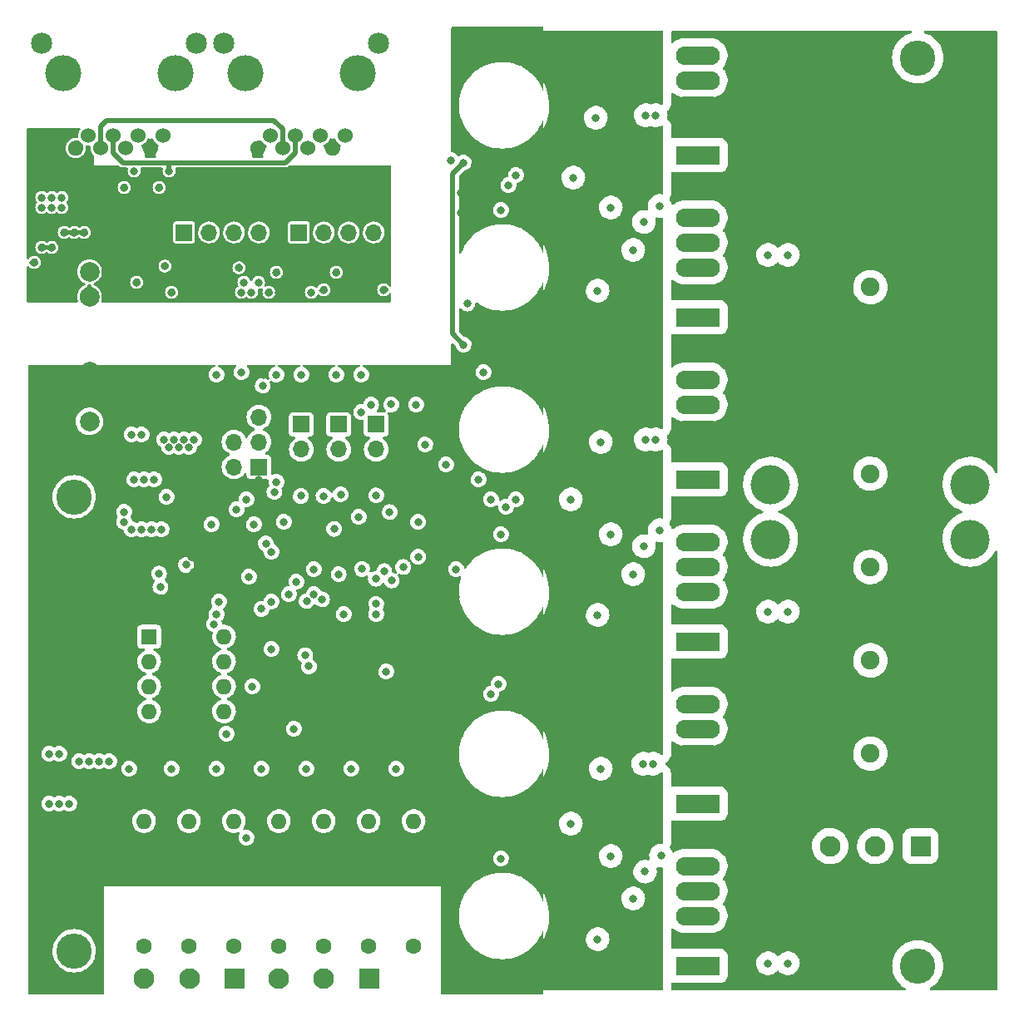
<source format=gbr>
%TF.GenerationSoftware,KiCad,Pcbnew,(6.0.9)*%
%TF.CreationDate,2023-06-09T19:15:00-04:00*%
%TF.ProjectId,HV servo drive v1,48562073-6572-4766-9f20-647269766520,rev?*%
%TF.SameCoordinates,Original*%
%TF.FileFunction,Copper,L3,Inr*%
%TF.FilePolarity,Positive*%
%FSLAX46Y46*%
G04 Gerber Fmt 4.6, Leading zero omitted, Abs format (unit mm)*
G04 Created by KiCad (PCBNEW (6.0.9)) date 2023-06-09 19:15:00*
%MOMM*%
%LPD*%
G01*
G04 APERTURE LIST*
G04 Aperture macros list*
%AMRoundRect*
0 Rectangle with rounded corners*
0 $1 Rounding radius*
0 $2 $3 $4 $5 $6 $7 $8 $9 X,Y pos of 4 corners*
0 Add a 4 corners polygon primitive as box body*
4,1,4,$2,$3,$4,$5,$6,$7,$8,$9,$2,$3,0*
0 Add four circle primitives for the rounded corners*
1,1,$1+$1,$2,$3*
1,1,$1+$1,$4,$5*
1,1,$1+$1,$6,$7*
1,1,$1+$1,$8,$9*
0 Add four rect primitives between the rounded corners*
20,1,$1+$1,$2,$3,$4,$5,0*
20,1,$1+$1,$4,$5,$6,$7,0*
20,1,$1+$1,$6,$7,$8,$9,0*
20,1,$1+$1,$8,$9,$2,$3,0*%
G04 Aperture macros list end*
%TA.AperFunction,ComponentPad*%
%ADD10C,3.600000*%
%TD*%
%TA.AperFunction,ComponentPad*%
%ADD11C,4.000000*%
%TD*%
%TA.AperFunction,ComponentPad*%
%ADD12R,1.700000X1.700000*%
%TD*%
%TA.AperFunction,ComponentPad*%
%ADD13O,1.700000X1.700000*%
%TD*%
%TA.AperFunction,ComponentPad*%
%ADD14C,1.600000*%
%TD*%
%TA.AperFunction,ComponentPad*%
%ADD15O,1.600000X1.600000*%
%TD*%
%TA.AperFunction,ComponentPad*%
%ADD16RoundRect,0.250001X0.799999X0.799999X-0.799999X0.799999X-0.799999X-0.799999X0.799999X-0.799999X0*%
%TD*%
%TA.AperFunction,ComponentPad*%
%ADD17C,2.100000*%
%TD*%
%TA.AperFunction,ComponentPad*%
%ADD18R,1.600000X1.600000*%
%TD*%
%TA.AperFunction,ComponentPad*%
%ADD19C,1.524000*%
%TD*%
%TA.AperFunction,ComponentPad*%
%ADD20C,2.159000*%
%TD*%
%TA.AperFunction,ComponentPad*%
%ADD21C,3.683000*%
%TD*%
%TA.AperFunction,ComponentPad*%
%ADD22C,1.905000*%
%TD*%
%TA.AperFunction,ComponentPad*%
%ADD23C,2.000000*%
%TD*%
%TA.AperFunction,ComponentPad*%
%ADD24R,4.500000X1.905000*%
%TD*%
%TA.AperFunction,ComponentPad*%
%ADD25O,4.500000X1.905000*%
%TD*%
%TA.AperFunction,ViaPad*%
%ADD26C,0.800000*%
%TD*%
%TA.AperFunction,Conductor*%
%ADD27C,0.500000*%
%TD*%
G04 APERTURE END LIST*
D10*
%TO.N,N/C*%
%TO.C,H4*%
X108458000Y-99822000D03*
%TD*%
%TO.N,N/C*%
%TO.C,H3*%
X108458000Y-146050000D03*
%TD*%
D11*
%TO.N,+VDC*%
%TO.C,C9*%
X199638000Y-98552000D03*
X179338000Y-98552000D03*
%TO.N,-VDC*%
X199638000Y-61052000D03*
X179338000Y-61052000D03*
%TD*%
%TO.N,+VDC*%
%TO.C,C8*%
X179330000Y-104140000D03*
X199630000Y-104140000D03*
%TO.N,-VDC*%
X179330000Y-141640000D03*
X199630000Y-141640000D03*
%TD*%
D10*
%TO.N,GND*%
%TO.C,H2*%
X194310000Y-55118000D03*
%TD*%
%TO.N,GND*%
%TO.C,H1*%
X194310000Y-147574000D03*
%TD*%
D12*
%TO.N,SWDIO*%
%TO.C,J3*%
X127254000Y-96774000D03*
D13*
%TO.N,RESET*%
X124714000Y-96774000D03*
%TO.N,SWCLK*%
X127254000Y-94234000D03*
%TO.N,+3.3V*%
X124714000Y-94234000D03*
%TO.N,SWO*%
X127254000Y-91694000D03*
%TO.N,GND2*%
X124714000Y-91694000D03*
%TD*%
D12*
%TO.N,+3.3V*%
%TO.C,TH3*%
X139192000Y-92451000D03*
D13*
%TO.N,BOARD_TEMP_1_ADC*%
X139192000Y-94991000D03*
%TD*%
D12*
%TO.N,+3.3V*%
%TO.C,TH2*%
X131572000Y-92451000D03*
D13*
%TO.N,HEATSINK_TEMP_2_ADC*%
X131572000Y-94991000D03*
%TD*%
D12*
%TO.N,+3.3V*%
%TO.C,TH1*%
X135382000Y-92451000D03*
D13*
%TO.N,HEATSINK_TEMP_1_ADC*%
X135382000Y-94991000D03*
%TD*%
D14*
%TO.N,+VDC*%
%TO.C,R44*%
X143002000Y-145542000D03*
D15*
%TO.N,VBUS_ADC*%
X143002000Y-132842000D03*
%TD*%
D16*
%TO.N,U*%
%TO.C,J6*%
X194592000Y-135382000D03*
D17*
%TO.N,V*%
X189992000Y-135382000D03*
%TO.N,W*%
X185392000Y-135382000D03*
%TD*%
D14*
%TO.N,Net-(J7-Pad2)*%
%TO.C,R40*%
X133858000Y-145542000D03*
D15*
%TO.N,V_ADC*%
X133858000Y-132842000D03*
%TD*%
D14*
%TO.N,Net-(J5-Pad3)*%
%TO.C,R29*%
X115570000Y-145542000D03*
D15*
%TO.N,WM_ADC*%
X115570000Y-132842000D03*
%TD*%
D18*
%TO.N,+3.3V*%
%TO.C,SW1*%
X116088000Y-114056000D03*
D15*
X116088000Y-116596000D03*
X116088000Y-119136000D03*
X116088000Y-121676000D03*
%TO.N,DIP_4*%
X123708000Y-121676000D03*
%TO.N,DIP_3*%
X123708000Y-119136000D03*
%TO.N,DIP_2*%
X123708000Y-116596000D03*
%TO.N,DIP_1*%
X123708000Y-114056000D03*
%TD*%
D19*
%TO.N,GND1*%
%TO.C,J1*%
X127127000Y-64325500D03*
%TO.N,24V_ISO*%
X128397000Y-63055500D03*
%TO.N,TX-*%
X129667000Y-64325500D03*
%TO.N,RX+*%
X130937000Y-63055500D03*
%TO.N,RX-*%
X132207000Y-64325500D03*
%TO.N,TX+*%
X133477000Y-63055500D03*
%TO.N,GND1*%
X134747000Y-64325500D03*
%TO.N,24V_ISO*%
X136017000Y-63055500D03*
D20*
%TO.N,N/C*%
X123698000Y-53657500D03*
X139446000Y-53657500D03*
D21*
X125857000Y-56705500D03*
X137287000Y-56705500D03*
%TD*%
D22*
%TO.N,+VDC*%
%TO.C,J4*%
X189484901Y-78466651D03*
%TO.N,-VDC*%
X189484901Y-87966649D03*
%TO.N,U*%
X189484901Y-97466648D03*
%TO.N,V*%
X189484901Y-106966647D03*
%TO.N,W*%
X189484901Y-116466646D03*
%TO.N,GND*%
X189484901Y-125966645D03*
%TD*%
D16*
%TO.N,Net-(J5-Pad1)*%
%TO.C,J5*%
X124770000Y-148844000D03*
D17*
%TO.N,Net-(J5-Pad2)*%
X120170000Y-148844000D03*
%TO.N,Net-(J5-Pad3)*%
X115570000Y-148844000D03*
%TD*%
D14*
%TO.N,Net-(J5-Pad2)*%
%TO.C,R27*%
X120142000Y-145542000D03*
D15*
%TO.N,VM_ADC*%
X120142000Y-132842000D03*
%TD*%
D16*
%TO.N,Net-(J7-Pad1)*%
%TO.C,J7*%
X138458000Y-148844000D03*
D17*
%TO.N,Net-(J7-Pad2)*%
X133858000Y-148844000D03*
%TO.N,Net-(J7-Pad3)*%
X129258000Y-148844000D03*
%TD*%
D12*
%TO.N,GND1*%
%TO.C,M2*%
X131328000Y-72898000D03*
D13*
%TO.N,24V_ISO*%
X133868000Y-72898000D03*
%TO.N,TACH_2_ISO*%
X136408000Y-72898000D03*
%TO.N,FAN_PWM_ISO*%
X138948000Y-72898000D03*
%TD*%
D14*
%TO.N,Net-(J5-Pad1)*%
%TO.C,R25*%
X124714000Y-145542000D03*
D15*
%TO.N,UM_ADC*%
X124714000Y-132842000D03*
%TD*%
D23*
%TO.N,GND1*%
%TO.C,U7*%
X110007825Y-79435425D03*
%TO.N,24V_ISO*%
X110007825Y-76895425D03*
%TO.N,GND2*%
X110007825Y-87055425D03*
%TO.N,+24V*%
X110007825Y-92135425D03*
%TD*%
D12*
%TO.N,GND1*%
%TO.C,M1*%
X119644000Y-72898000D03*
D13*
%TO.N,24V_ISO*%
X122184000Y-72898000D03*
%TO.N,TACH_1_ISO*%
X124724000Y-72898000D03*
%TO.N,FAN_PWM_ISO*%
X127264000Y-72898000D03*
%TD*%
D14*
%TO.N,Net-(J7-Pad3)*%
%TO.C,R42*%
X129286000Y-145542000D03*
D15*
%TO.N,W_ADC*%
X129286000Y-132842000D03*
%TD*%
D19*
%TO.N,GND1*%
%TO.C,J2*%
X108585000Y-64325500D03*
%TO.N,24V_ISO*%
X109855000Y-63055500D03*
%TO.N,TX-*%
X111125000Y-64325500D03*
%TO.N,RX+*%
X112395000Y-63055500D03*
%TO.N,RX-*%
X113665000Y-64325500D03*
%TO.N,TX+*%
X114935000Y-63055500D03*
%TO.N,GND1*%
X116205000Y-64325500D03*
%TO.N,24V_ISO*%
X117475000Y-63055500D03*
D20*
%TO.N,N/C*%
X105156000Y-53657500D03*
X120904000Y-53657500D03*
D21*
X107315000Y-56705500D03*
X118745000Y-56705500D03*
%TD*%
D14*
%TO.N,Net-(J7-Pad1)*%
%TO.C,R38*%
X138430000Y-145542000D03*
D15*
%TO.N,U_ADC*%
X138430000Y-132842000D03*
%TD*%
D24*
%TO.N,+VDC*%
%TO.C,Q1*%
X171910000Y-114554000D03*
D25*
%TO.N,Net-(Q1-Pad2)*%
X171910000Y-109474000D03*
%TO.N,Net-(C52-Pad2)*%
X171910000Y-106934000D03*
%TO.N,Net-(Q1-Pad4)*%
X171910000Y-104394000D03*
%TD*%
D24*
%TO.N,+VDC*%
%TO.C,Q5*%
X171910000Y-147574000D03*
D25*
%TO.N,Net-(Q5-Pad2)*%
X171910000Y-142494000D03*
%TO.N,Net-(C57-Pad2)*%
X171910000Y-139954000D03*
%TO.N,Net-(Q5-Pad4)*%
X171910000Y-137414000D03*
%TD*%
D24*
%TO.N,Net-(Q1-Pad2)*%
%TO.C,Q2*%
X171910000Y-98044000D03*
D25*
%TO.N,-VDC*%
X171910000Y-92964000D03*
%TO.N,Net-(C53-Pad2)*%
X171910000Y-90424000D03*
%TO.N,Net-(Q2-Pad4)*%
X171910000Y-87884000D03*
%TD*%
D24*
%TO.N,Net-(Q3-Pad2)*%
%TO.C,Q4*%
X171910000Y-65024000D03*
D25*
%TO.N,-VDC*%
X171910000Y-59944000D03*
%TO.N,Net-(C55-Pad2)*%
X171910000Y-57404000D03*
%TO.N,Net-(Q4-Pad4)*%
X171910000Y-54864000D03*
%TD*%
D24*
%TO.N,Net-(Q5-Pad2)*%
%TO.C,Q6*%
X171910000Y-131064000D03*
D25*
%TO.N,-VDC*%
X171910000Y-125984000D03*
%TO.N,Net-(C58-Pad2)*%
X171910000Y-123444000D03*
%TO.N,Net-(Q6-Pad4)*%
X171910000Y-120904000D03*
%TD*%
D24*
%TO.N,+VDC*%
%TO.C,Q3*%
X171910000Y-81534000D03*
D25*
%TO.N,Net-(Q3-Pad2)*%
X171910000Y-76454000D03*
%TO.N,Net-(C54-Pad2)*%
X171910000Y-73914000D03*
%TO.N,Net-(Q3-Pad4)*%
X171910000Y-71374000D03*
%TD*%
D26*
%TO.N,W*%
X181102000Y-147320000D03*
%TO.N,Net-(Q5-Pad2)*%
X179070000Y-147320000D03*
%TO.N,BOOT*%
X126746000Y-102616000D03*
X124972299Y-101096299D03*
%TO.N,VM_ADC*%
X127508000Y-111233597D03*
%TO.N,UM_ADC*%
X123952000Y-123952000D03*
X126592500Y-119126000D03*
%TO.N,VM_ADC*%
X122682000Y-112776000D03*
%TO.N,WM_ADC*%
X128524000Y-110490000D03*
X122936000Y-111760000D03*
%TO.N,CONTROL_SUPPLY_ADC*%
X131967911Y-115944687D03*
%TO.N,GATE_SUPPLY_ADC*%
X132338299Y-117089701D03*
%TO.N,HEATSINK_TEMP_2_ADC*%
X127969576Y-104578364D03*
%TO.N,HEATSINK_TEMP_1_ADC*%
X135573500Y-99568000D03*
%TO.N,U_DATA*%
X133835500Y-99736403D03*
X131529864Y-99733599D03*
%TO.N,BOARD_TEMP_1_ADC*%
X128524000Y-105410000D03*
%TO.N,RESET*%
X122428000Y-102616000D03*
%TO.N,SWDIO*%
X134907201Y-103082201D03*
%TO.N,SWO*%
X129794000Y-102362000D03*
%TO.N,LED_4*%
X126238000Y-107950000D03*
%TO.N,LED_3*%
X119841576Y-106749636D03*
%TO.N,GND2*%
X118872000Y-121666000D03*
X118872000Y-119126000D03*
X118872000Y-116586000D03*
X118872000Y-114046000D03*
%TO.N,DIP_1*%
X130302000Y-109728000D03*
%TO.N,DIP_2*%
X132118000Y-110434411D03*
%TO.N,DIP_3*%
X132842500Y-109728000D03*
%TO.N,DIP_4*%
X133680487Y-110272778D03*
%TO.N,FAN_PWM*%
X137667647Y-91186354D03*
X129032000Y-98298000D03*
%TO.N,RX*%
X125476000Y-87122000D03*
X127639299Y-88514701D03*
%TO.N,TACH_1*%
X131572000Y-87376000D03*
X138679701Y-90428299D03*
X140720299Y-90419701D03*
X139151842Y-108170987D03*
%TO.N,TACH_2*%
X137668000Y-87376000D03*
X135377204Y-107709395D03*
%TO.N,TX_EN*%
X140557500Y-101378506D03*
X137750323Y-107167545D03*
%TO.N,U_DATA*%
X139195943Y-99673756D03*
X128824490Y-99314239D03*
%TO.N,UH*%
X143256000Y-90424000D03*
X140012503Y-107383497D03*
%TO.N,VH*%
X143460000Y-102362000D03*
X140753500Y-108335299D03*
%TO.N,V_DATA*%
X141934014Y-106968789D03*
X131064000Y-108458000D03*
%TO.N,VL*%
X143460000Y-105918000D03*
X139192000Y-110735402D03*
%TO.N,UL*%
X144184500Y-94488000D03*
X139192000Y-111760000D03*
%TO.N,GND2*%
X114808000Y-104902000D03*
%TO.N,Net-(D6-Pad2)*%
X117227170Y-109004099D03*
%TO.N,Net-(D5-Pad2)*%
X117089500Y-107637500D03*
%TO.N,GND2*%
X138176000Y-96266000D03*
X134366000Y-96266000D03*
X130556000Y-96266000D03*
%TO.N,+24V*%
X125984000Y-134540500D03*
%TO.N,+3.3V*%
X130810000Y-123444000D03*
%TO.N,GND2*%
X127254000Y-123444000D03*
X106680000Y-110998000D03*
%TO.N,UL*%
X148082000Y-84328000D03*
X148082000Y-65786000D03*
%TO.N,UH*%
X146812000Y-65532000D03*
X167640000Y-60960000D03*
%TO.N,UL*%
X166624000Y-60960000D03*
%TO.N,U_DATA*%
X146304000Y-96520000D03*
X150114000Y-87122000D03*
X148464483Y-80135517D03*
X153416000Y-67056000D03*
%TO.N,GND2*%
X154686000Y-88392000D03*
%TO.N,VH*%
X149606000Y-98044000D03*
X167640000Y-93980000D03*
%TO.N,VL*%
X150876000Y-100076000D03*
X166624000Y-93980000D03*
%TO.N,V_DATA*%
X153416000Y-100076000D03*
X147320000Y-107188000D03*
%TO.N,U_CLOCK*%
X152400000Y-100838000D03*
X152654000Y-68072000D03*
X140208000Y-117602000D03*
%TO.N,WH*%
X151638000Y-118872000D03*
X167386000Y-127000000D03*
%TO.N,WL*%
X150876000Y-119888000D03*
X166370000Y-127000000D03*
%TO.N,+3.3V*%
X141224000Y-127508000D03*
X136652000Y-127508000D03*
X132080000Y-127508000D03*
X127508000Y-127508000D03*
X122936000Y-127508000D03*
X118364000Y-127508000D03*
X114046000Y-127508000D03*
%TO.N,GND2*%
X116419500Y-127523543D03*
X120991500Y-127508000D03*
X125563500Y-127523543D03*
X130135500Y-127523543D03*
X134707500Y-127508000D03*
X139279500Y-127508000D03*
X143851500Y-127508000D03*
X139954000Y-87376000D03*
X133858000Y-87376000D03*
X127762000Y-87376000D03*
%TO.N,+3.3V*%
X135128000Y-87376000D03*
%TO.N,GND2*%
X135382000Y-88646000D03*
%TO.N,+3.3V*%
X129032000Y-87376000D03*
%TO.N,GND2*%
X129286000Y-88646000D03*
X123190000Y-88646000D03*
%TO.N,+3.3V*%
X122936000Y-87376000D03*
X125984000Y-100076000D03*
%TO.N,GND2*%
X127254000Y-98044000D03*
X139446000Y-103378000D03*
%TO.N,+3.3V*%
X137414000Y-101854000D03*
X123190000Y-110490000D03*
X128524000Y-115316000D03*
%TO.N,GND2*%
X127254000Y-115316000D03*
%TO.N,+3.3V*%
X135890000Y-111760000D03*
%TO.N,GND2*%
X136144000Y-114300000D03*
X137414000Y-113792000D03*
%TO.N,+3.3V*%
X132842000Y-107188000D03*
%TO.N,GND2*%
X129286000Y-107188000D03*
X120650000Y-107442000D03*
X120396000Y-105918000D03*
%TO.N,+3.3V*%
X117348000Y-103124000D03*
X116332000Y-103124000D03*
X115316000Y-103124000D03*
X114300000Y-103124000D03*
X113538000Y-102362000D03*
X113538000Y-101346000D03*
%TO.N,GND2*%
X122682000Y-98552000D03*
X122682000Y-97536000D03*
X122682000Y-96520000D03*
X120904000Y-100584000D03*
X119634000Y-99822000D03*
X120904000Y-99568000D03*
X120904000Y-98552000D03*
X120904000Y-97536000D03*
X120904000Y-96520000D03*
%TO.N,Net-(C42-Pad1)*%
X117856000Y-99822000D03*
X114554000Y-98044000D03*
X115570000Y-98044000D03*
X116586000Y-98044000D03*
%TO.N,+24V*%
X120142000Y-94742000D03*
X119126000Y-94742000D03*
X118110000Y-94742000D03*
X120650000Y-93980000D03*
X119634000Y-93980000D03*
X118618000Y-93980000D03*
X117602000Y-93980000D03*
%TO.N,Net-(C37-Pad2)*%
X114300000Y-93472000D03*
X115316000Y-93472000D03*
%TO.N,GND2*%
X121412000Y-90932000D03*
X122428000Y-90932000D03*
X122936000Y-89916000D03*
X121920000Y-89916000D03*
X120904000Y-89916000D03*
X119888000Y-89916000D03*
X118364000Y-91440000D03*
X117348000Y-91440000D03*
X116332000Y-91440000D03*
X107696000Y-124206000D03*
X108712000Y-124206000D03*
X109728000Y-124206000D03*
%TO.N,Net-(C38-Pad2)*%
X105918000Y-125984000D03*
X106934000Y-125984000D03*
%TO.N,+15V*%
X107950000Y-131064000D03*
X106934000Y-131064000D03*
X105918000Y-131064000D03*
%TO.N,GND2*%
X112776000Y-130810000D03*
X112776000Y-129286000D03*
X113284000Y-130048000D03*
X112268000Y-130048000D03*
X112268000Y-131572000D03*
X113284000Y-131572000D03*
X113284000Y-128524000D03*
X112268000Y-128524000D03*
%TO.N,+24V*%
X112014000Y-126746000D03*
X110998000Y-126746000D03*
X109982000Y-126746000D03*
X108966000Y-126746000D03*
%TO.N,GND2*%
X113030000Y-124460000D03*
X113030000Y-123444000D03*
X113030000Y-122428000D03*
X112014000Y-122428000D03*
X110998000Y-122428000D03*
X147828000Y-114808000D03*
X147320000Y-109982000D03*
X149098000Y-105156000D03*
X149098000Y-99060000D03*
X147574000Y-91186000D03*
X147828000Y-88138000D03*
%TO.N,GND1*%
X133858000Y-78740000D03*
X117094000Y-68326000D03*
X107442000Y-72898000D03*
X106172000Y-74422000D03*
X125222000Y-76491500D03*
X109474000Y-72898000D03*
X104394000Y-75946000D03*
X139954000Y-78740000D03*
X118364000Y-78994000D03*
X117685432Y-76318691D03*
X129032000Y-76962000D03*
X114808000Y-77978000D03*
X135128000Y-76962000D03*
X113538000Y-68326000D03*
X105156000Y-74422000D03*
X108458000Y-72898000D03*
X128270000Y-78994000D03*
%TO.N,+15V*%
X159004000Y-133096000D03*
X159258000Y-67310000D03*
X163068000Y-70358000D03*
X159004000Y-100076000D03*
X163068000Y-136398000D03*
X163068000Y-103632000D03*
%TO.N,GND2*%
X160256500Y-69088000D03*
X147828000Y-101854000D03*
X154432000Y-132080000D03*
X160256500Y-135128000D03*
X160256500Y-102108000D03*
X154686000Y-66294000D03*
X147828000Y-68834000D03*
X147828000Y-136906000D03*
X147828000Y-134874000D03*
X147828000Y-70866000D03*
X154432000Y-99060000D03*
X147828000Y-103886000D03*
%TO.N,+3.3V*%
X151892000Y-103632000D03*
X151892000Y-136652000D03*
X151892000Y-70612000D03*
%TO.N,U*%
X181102000Y-75184000D03*
%TO.N,Net-(Q1-Pad2)*%
X179070000Y-111506000D03*
%TO.N,V*%
X181102000Y-111506000D03*
%TO.N,Net-(Q3-Pad2)*%
X179070000Y-75184000D03*
%TO.N,+5V*%
X118364000Y-74422000D03*
X109982000Y-65786000D03*
X108966000Y-65786000D03*
X110490000Y-66548000D03*
X129286000Y-78994000D03*
X108458000Y-66548000D03*
X104394000Y-77724000D03*
X109474000Y-66548000D03*
X122936000Y-76454000D03*
X135128000Y-78486000D03*
%TO.N,24V_ISO*%
X107188000Y-70358000D03*
X106172000Y-70358000D03*
X106172000Y-69342000D03*
X105156000Y-70358000D03*
X105156000Y-69342000D03*
X107188000Y-69342000D03*
%TO.N,Net-(C52-Pad1)*%
X162052000Y-94234000D03*
X166430284Y-104841715D03*
X168056277Y-103215724D03*
%TO.N,Net-(C54-Pad1)*%
X168056277Y-70195724D03*
X166430284Y-71821715D03*
X161544000Y-61214000D03*
%TO.N,Net-(C57-Pad1)*%
X162052000Y-127508000D03*
X168183277Y-136362724D03*
X166557284Y-137988716D03*
%TO.N,Net-(C65-Pad1)*%
X165354000Y-107696000D03*
X161732000Y-111848077D03*
%TO.N,Net-(C66-Pad1)*%
X165354000Y-74676000D03*
X161732000Y-78828077D03*
%TO.N,Net-(C67-Pad1)*%
X165354000Y-140716000D03*
X161732000Y-144868077D03*
%TO.N,RX+*%
X118110000Y-66635500D03*
%TO.N,TX+*%
X114554000Y-66635500D03*
%TO.N,RX_ISO*%
X125476000Y-78994000D03*
%TO.N,TX_EN_ISO*%
X132588000Y-78994000D03*
X127216500Y-77978000D03*
X125730000Y-77978000D03*
%TO.N,TX_ISO*%
X126492000Y-78994000D03*
%TD*%
D27*
%TO.N,UL*%
X146978000Y-83224000D02*
X148082000Y-84328000D01*
X146978000Y-66890000D02*
X146978000Y-83224000D01*
X148082000Y-65786000D02*
X146978000Y-66890000D01*
%TO.N,TX-*%
X111125000Y-62103000D02*
X111760000Y-61468000D01*
X111760000Y-61468000D02*
X128778000Y-61468000D01*
X128778000Y-61468000D02*
X129667000Y-62357000D01*
X129667000Y-62357000D02*
X129667000Y-64325500D01*
X111125000Y-64325500D02*
X111125000Y-62103000D01*
%TO.N,RX+*%
X112395000Y-63055500D02*
X112395000Y-64769527D01*
X118110000Y-65786000D02*
X129920527Y-65786000D01*
X130937000Y-64769527D02*
X130937000Y-63055500D01*
X113411473Y-65786000D02*
X118110000Y-65786000D01*
X112395000Y-64769527D02*
X113411473Y-65786000D01*
X118110000Y-65786000D02*
X118110000Y-66635500D01*
X129920527Y-65786000D02*
X130937000Y-64769527D01*
%TD*%
%TA.AperFunction,Conductor*%
%TO.N,GND1*%
G36*
X110114698Y-78165447D02*
G01*
X110165689Y-78214847D01*
X110177247Y-78242440D01*
X110194746Y-78303835D01*
X110211342Y-78347017D01*
X110216816Y-78354180D01*
X110267645Y-78420692D01*
X110272822Y-78427467D01*
X110326108Y-78474384D01*
X110368615Y-78502180D01*
X110373987Y-78505693D01*
X110387924Y-78514807D01*
X110392005Y-78516710D01*
X110497235Y-78565780D01*
X110516255Y-78576762D01*
X110600085Y-78635460D01*
X110605907Y-78639791D01*
X110663986Y-78685659D01*
X110674989Y-78695446D01*
X110726967Y-78747424D01*
X110731064Y-78751718D01*
X110762839Y-78786637D01*
X110780731Y-78806300D01*
X110790751Y-78818828D01*
X110814517Y-78852771D01*
X110833193Y-78879443D01*
X110835760Y-78883256D01*
X110875615Y-78944862D01*
X110884009Y-78960037D01*
X110897903Y-78989832D01*
X110907000Y-79009340D01*
X110915605Y-79027795D01*
X110916960Y-79030803D01*
X110945922Y-79097413D01*
X110952078Y-79115041D01*
X110955643Y-79128346D01*
X110971920Y-79189088D01*
X110972391Y-79190904D01*
X110976274Y-79206361D01*
X110989653Y-79259626D01*
X110992970Y-79279338D01*
X110998319Y-79340480D01*
X111000509Y-79365516D01*
X111000561Y-79366140D01*
X111004335Y-79412039D01*
X111005559Y-79426934D01*
X111005504Y-79448237D01*
X110997236Y-79542754D01*
X110996639Y-79548206D01*
X110992326Y-79580964D01*
X110987027Y-79621211D01*
X110983812Y-79637375D01*
X110964604Y-79709060D01*
X110963456Y-79713075D01*
X110959177Y-79727162D01*
X110958469Y-79729491D01*
X110950636Y-79759303D01*
X110950381Y-79760447D01*
X110950372Y-79760486D01*
X110948742Y-79767813D01*
X110947457Y-79773054D01*
X110944464Y-79784224D01*
X110940914Y-79799248D01*
X110937903Y-79813928D01*
X110937741Y-79819370D01*
X110935706Y-79887748D01*
X110913687Y-79955244D01*
X110858672Y-80000120D01*
X110809762Y-80010000D01*
X109205360Y-80010000D01*
X109137239Y-79989998D01*
X109090746Y-79936342D01*
X109079396Y-79881001D01*
X109079847Y-79862061D01*
X109079847Y-79862060D01*
X109079954Y-79857565D01*
X109074737Y-79813928D01*
X109071721Y-79788696D01*
X109071720Y-79788691D01*
X109071186Y-79784224D01*
X109041727Y-79674280D01*
X109040518Y-79669376D01*
X109024361Y-79597684D01*
X109021757Y-79580964D01*
X109019398Y-79553995D01*
X109015264Y-79506743D01*
X109014996Y-79503043D01*
X109010800Y-79430269D01*
X109011071Y-79412039D01*
X109017686Y-79336438D01*
X109017919Y-79334032D01*
X109025522Y-79262904D01*
X109029100Y-79243695D01*
X109049962Y-79165840D01*
X109050251Y-79164780D01*
X109068035Y-79100653D01*
X109075164Y-79081275D01*
X109087469Y-79054766D01*
X109087562Y-79054567D01*
X109103433Y-79020530D01*
X109136118Y-78950438D01*
X109146222Y-78932687D01*
X109156442Y-78917706D01*
X109185348Y-78875331D01*
X109186205Y-78874091D01*
X109230967Y-78810164D01*
X109243086Y-78795383D01*
X109257832Y-78779953D01*
X109292984Y-78743168D01*
X109294983Y-78741124D01*
X109348131Y-78687976D01*
X109361573Y-78676311D01*
X109410213Y-78639791D01*
X109420079Y-78632383D01*
X109423457Y-78629934D01*
X109499395Y-78576762D01*
X109518415Y-78565780D01*
X109574789Y-78539492D01*
X109627726Y-78514807D01*
X109631397Y-78512427D01*
X109631401Y-78512425D01*
X109666889Y-78489419D01*
X109687994Y-78475737D01*
X109692987Y-78471411D01*
X109704195Y-78461698D01*
X109740199Y-78430501D01*
X109758454Y-78411731D01*
X109764825Y-78405181D01*
X109764826Y-78405180D01*
X109771021Y-78398810D01*
X109818662Y-78309467D01*
X109839204Y-78241507D01*
X109840375Y-78241861D01*
X109874110Y-78184881D01*
X109937567Y-78153042D01*
X109971038Y-78151499D01*
X110002341Y-78154238D01*
X110002350Y-78154238D01*
X110007825Y-78154717D01*
X110013300Y-78154238D01*
X110013302Y-78154238D01*
X110045093Y-78151457D01*
X110114698Y-78165447D01*
G37*
%TD.AperFunction*%
%TA.AperFunction,Conductor*%
G36*
X128268998Y-78598957D02*
G01*
X128287445Y-78599054D01*
X128301700Y-78599938D01*
X128333724Y-78603756D01*
X128349495Y-78606664D01*
X128378914Y-78614054D01*
X128390459Y-78617551D01*
X128420832Y-78628366D01*
X128437503Y-78635701D01*
X128464350Y-78649916D01*
X128472871Y-78654866D01*
X128492943Y-78667604D01*
X128492945Y-78667605D01*
X128492940Y-78667613D01*
X128514509Y-78682768D01*
X128539077Y-78704657D01*
X128557093Y-78720709D01*
X128577113Y-78743416D01*
X128606817Y-78786637D01*
X128613996Y-78797082D01*
X128628020Y-78823907D01*
X128631807Y-78833928D01*
X128638865Y-78894916D01*
X128635254Y-78922341D01*
X128628114Y-78976578D01*
X128626729Y-78987096D01*
X128637925Y-79088502D01*
X128638727Y-79095770D01*
X128630394Y-79156596D01*
X128624383Y-79171548D01*
X128609799Y-79198075D01*
X128571800Y-79250956D01*
X128551308Y-79273242D01*
X128509132Y-79309263D01*
X128491819Y-79321680D01*
X128464160Y-79338168D01*
X128456257Y-79342504D01*
X128429135Y-79356145D01*
X128411458Y-79363412D01*
X128380830Y-79373364D01*
X128370027Y-79376350D01*
X128326451Y-79386330D01*
X128296344Y-79389494D01*
X128262575Y-79388964D01*
X128231243Y-79388472D01*
X128201256Y-79384365D01*
X128156674Y-79372669D01*
X128144727Y-79368890D01*
X128114530Y-79357659D01*
X128098334Y-79350296D01*
X128071647Y-79335806D01*
X128062795Y-79330518D01*
X128035842Y-79312881D01*
X128020032Y-79300640D01*
X127997563Y-79280194D01*
X127991728Y-79274530D01*
X127969364Y-79251372D01*
X127955417Y-79234117D01*
X127938423Y-79208826D01*
X127935232Y-79203828D01*
X127927416Y-79190923D01*
X127918584Y-79176340D01*
X127908035Y-79154371D01*
X127897508Y-79125604D01*
X127896275Y-79122073D01*
X127886386Y-79092343D01*
X127886594Y-79092274D01*
X127880496Y-79065812D01*
X127880490Y-79065752D01*
X127873781Y-79004986D01*
X127874098Y-78974714D01*
X127875044Y-78967533D01*
X127880993Y-78922341D01*
X127882597Y-78910161D01*
X127890126Y-78880839D01*
X127912683Y-78822984D01*
X127912699Y-78822940D01*
X127913053Y-78822033D01*
X127914189Y-78818831D01*
X127918106Y-78807783D01*
X127918421Y-78806895D01*
X127923170Y-78792062D01*
X127926806Y-78765518D01*
X127955868Y-78700742D01*
X128015337Y-78661961D01*
X128027716Y-78658911D01*
X128039379Y-78656657D01*
X128043628Y-78655184D01*
X128043632Y-78655183D01*
X128104918Y-78633938D01*
X128104919Y-78633937D01*
X128109164Y-78632466D01*
X128117754Y-78628033D01*
X128146121Y-78617484D01*
X128154276Y-78615526D01*
X128195024Y-78605743D01*
X128211264Y-78602952D01*
X128243330Y-78599583D01*
X128257148Y-78598895D01*
X128268998Y-78598957D01*
G37*
%TD.AperFunction*%
%TA.AperFunction,Conductor*%
G36*
X118363059Y-78598957D02*
G01*
X118381446Y-78599054D01*
X118395701Y-78599938D01*
X118427718Y-78603755D01*
X118443500Y-78606666D01*
X118472910Y-78614054D01*
X118484479Y-78617558D01*
X118514820Y-78628362D01*
X118531512Y-78635707D01*
X118558333Y-78649908D01*
X118566879Y-78654871D01*
X118594095Y-78672142D01*
X118610387Y-78684442D01*
X118633089Y-78704668D01*
X118638660Y-78709946D01*
X118661344Y-78732788D01*
X118675781Y-78750209D01*
X118693055Y-78775344D01*
X118696069Y-78779940D01*
X118713087Y-78807175D01*
X118724097Y-78829404D01*
X118734941Y-78858100D01*
X118736060Y-78861181D01*
X118742906Y-78880839D01*
X118746586Y-78891407D01*
X118752681Y-78917706D01*
X118756480Y-78949097D01*
X118756607Y-78950188D01*
X118760371Y-78983739D01*
X118759930Y-79015325D01*
X118756147Y-79042238D01*
X118756117Y-79042450D01*
X118750866Y-79079351D01*
X118743911Y-79106343D01*
X118732598Y-79136125D01*
X118731741Y-79138319D01*
X118720219Y-79166980D01*
X118708264Y-79189703D01*
X118707453Y-79190923D01*
X118690505Y-79216432D01*
X118687890Y-79220217D01*
X118672624Y-79241462D01*
X118670055Y-79245036D01*
X118654629Y-79262750D01*
X118631339Y-79284930D01*
X118626274Y-79289499D01*
X118603133Y-79309263D01*
X118585821Y-79321679D01*
X118565098Y-79334032D01*
X118558158Y-79338169D01*
X118550258Y-79342503D01*
X118523138Y-79356143D01*
X118505466Y-79363409D01*
X118474816Y-79373368D01*
X118464022Y-79376351D01*
X118420451Y-79386330D01*
X118390344Y-79389494D01*
X118356575Y-79388964D01*
X118325243Y-79388472D01*
X118295256Y-79384365D01*
X118250674Y-79372669D01*
X118238727Y-79368890D01*
X118208530Y-79357659D01*
X118192334Y-79350296D01*
X118165647Y-79335806D01*
X118156795Y-79330518D01*
X118129842Y-79312881D01*
X118114032Y-79300640D01*
X118091563Y-79280194D01*
X118085728Y-79274530D01*
X118063364Y-79251372D01*
X118049417Y-79234117D01*
X118032423Y-79208826D01*
X118029230Y-79203825D01*
X118012585Y-79176341D01*
X118002035Y-79154370D01*
X117994450Y-79133643D01*
X117991508Y-79125604D01*
X117990282Y-79122091D01*
X117980170Y-79091691D01*
X117974490Y-79065752D01*
X117972904Y-79051388D01*
X117971058Y-79034666D01*
X117970907Y-79033220D01*
X117970848Y-79032613D01*
X117969152Y-79015325D01*
X117967896Y-79002510D01*
X117968288Y-78974431D01*
X117971906Y-78945791D01*
X117975686Y-78917076D01*
X117976201Y-78913167D01*
X117982721Y-78886522D01*
X117992498Y-78859659D01*
X117993635Y-78856537D01*
X117994609Y-78853950D01*
X118005815Y-78825207D01*
X118017298Y-78802721D01*
X118034704Y-78775713D01*
X118037526Y-78771521D01*
X118045205Y-78760595D01*
X118055063Y-78746569D01*
X118069989Y-78728999D01*
X118092229Y-78707221D01*
X118092984Y-78706482D01*
X118098305Y-78701564D01*
X118121214Y-78681577D01*
X118138027Y-78669203D01*
X118165465Y-78652324D01*
X118173691Y-78647679D01*
X118200667Y-78633756D01*
X118217847Y-78626445D01*
X118248351Y-78616061D01*
X118259530Y-78612824D01*
X118289024Y-78605743D01*
X118305257Y-78602954D01*
X118337333Y-78599583D01*
X118351152Y-78598895D01*
X118363059Y-78598957D01*
G37*
%TD.AperFunction*%
%TA.AperFunction,Conductor*%
G36*
X139953059Y-78344957D02*
G01*
X139971446Y-78345054D01*
X139985701Y-78345938D01*
X140017718Y-78349755D01*
X140033500Y-78352666D01*
X140062910Y-78360054D01*
X140074479Y-78363558D01*
X140104820Y-78374362D01*
X140121513Y-78381707D01*
X140148326Y-78395904D01*
X140156879Y-78400872D01*
X140184093Y-78418142D01*
X140200397Y-78430451D01*
X140219591Y-78447551D01*
X140241093Y-78466709D01*
X140261114Y-78489419D01*
X140272299Y-78505693D01*
X140273521Y-78507249D01*
X140273530Y-78507261D01*
X140291465Y-78530095D01*
X140291475Y-78530107D01*
X140292698Y-78531664D01*
X140314026Y-78555521D01*
X140339522Y-78574301D01*
X140393491Y-78614054D01*
X140399684Y-78618616D01*
X140405610Y-78621323D01*
X140405611Y-78621323D01*
X140415211Y-78625708D01*
X140468866Y-78672202D01*
X140488866Y-78740323D01*
X140468862Y-78808444D01*
X140419454Y-78852898D01*
X140384139Y-78870648D01*
X140379260Y-78874451D01*
X140367944Y-78883272D01*
X140328145Y-78914294D01*
X140276943Y-78967533D01*
X140260920Y-78989832D01*
X140255797Y-78996961D01*
X140235305Y-79019245D01*
X140226628Y-79026656D01*
X140226341Y-79026319D01*
X140225396Y-79027532D01*
X140223469Y-79028902D01*
X140220207Y-79032007D01*
X140219473Y-79032613D01*
X140216281Y-79035491D01*
X140193137Y-79055259D01*
X140175822Y-79067679D01*
X140148159Y-79084169D01*
X140148152Y-79084173D01*
X140140252Y-79088507D01*
X140113143Y-79102141D01*
X140095467Y-79109409D01*
X140064820Y-79119367D01*
X140054015Y-79122353D01*
X140024435Y-79129128D01*
X140007744Y-79131787D01*
X139975642Y-79134708D01*
X139962253Y-79135210D01*
X139933337Y-79134756D01*
X139931944Y-79134734D01*
X139917260Y-79133643D01*
X139885305Y-79129379D01*
X139870009Y-79126365D01*
X139840673Y-79118668D01*
X139828739Y-79114894D01*
X139813717Y-79109308D01*
X139798529Y-79103659D01*
X139782333Y-79096296D01*
X139755651Y-79081809D01*
X139746809Y-79076527D01*
X139719837Y-79058878D01*
X139704032Y-79046640D01*
X139699428Y-79042450D01*
X139690971Y-79034755D01*
X139681563Y-79026194D01*
X139675728Y-79020530D01*
X139653364Y-78997372D01*
X139639417Y-78980117D01*
X139622423Y-78954826D01*
X139619230Y-78949825D01*
X139602585Y-78922341D01*
X139592035Y-78900370D01*
X139585778Y-78883272D01*
X139581510Y-78871609D01*
X139580282Y-78868091D01*
X139570170Y-78837691D01*
X139564490Y-78811752D01*
X139562870Y-78797082D01*
X139561058Y-78780666D01*
X139560907Y-78779220D01*
X139557896Y-78748510D01*
X139558288Y-78720431D01*
X139561906Y-78691791D01*
X139566201Y-78659167D01*
X139572721Y-78632522D01*
X139580432Y-78611336D01*
X139583635Y-78602537D01*
X139584614Y-78599938D01*
X139595815Y-78571207D01*
X139607298Y-78548721D01*
X139624704Y-78521713D01*
X139627526Y-78517521D01*
X139628134Y-78516656D01*
X139645063Y-78492569D01*
X139659989Y-78474999D01*
X139669400Y-78465784D01*
X139682984Y-78452482D01*
X139688305Y-78447564D01*
X139711214Y-78427577D01*
X139728027Y-78415203D01*
X139733671Y-78411731D01*
X139755465Y-78398324D01*
X139763691Y-78393679D01*
X139790667Y-78379756D01*
X139807847Y-78372445D01*
X139838351Y-78362061D01*
X139849530Y-78358824D01*
X139879024Y-78351743D01*
X139895257Y-78348954D01*
X139927333Y-78345583D01*
X139941152Y-78344895D01*
X139953059Y-78344957D01*
G37*
%TD.AperFunction*%
%TA.AperFunction,Conductor*%
G36*
X133857059Y-78344957D02*
G01*
X133875446Y-78345054D01*
X133889701Y-78345938D01*
X133921718Y-78349755D01*
X133937500Y-78352666D01*
X133966910Y-78360054D01*
X133978479Y-78363558D01*
X134008820Y-78374362D01*
X134025512Y-78381707D01*
X134052333Y-78395908D01*
X134060886Y-78400876D01*
X134077992Y-78411731D01*
X134080431Y-78412940D01*
X134102185Y-78428480D01*
X134145098Y-78466714D01*
X134165112Y-78489416D01*
X134177377Y-78507261D01*
X134201997Y-78543084D01*
X134216022Y-78569911D01*
X134235344Y-78621043D01*
X134239038Y-78630820D01*
X134246259Y-78660221D01*
X134254426Y-78727704D01*
X134254082Y-78760595D01*
X134244504Y-78827894D01*
X134236669Y-78857136D01*
X134222892Y-78891407D01*
X134212383Y-78917548D01*
X134197800Y-78944075D01*
X134164054Y-78991038D01*
X134148625Y-79008754D01*
X134125335Y-79030932D01*
X134120278Y-79035494D01*
X134097136Y-79055260D01*
X134079821Y-79067679D01*
X134057013Y-79081275D01*
X134052158Y-79084169D01*
X134044260Y-79088502D01*
X134034846Y-79093237D01*
X134019583Y-79100914D01*
X134017143Y-79102141D01*
X133999464Y-79109410D01*
X133968820Y-79119367D01*
X133958015Y-79122353D01*
X133928435Y-79129128D01*
X133911744Y-79131787D01*
X133879642Y-79134708D01*
X133866253Y-79135210D01*
X133837337Y-79134756D01*
X133835944Y-79134734D01*
X133821260Y-79133643D01*
X133789305Y-79129379D01*
X133774009Y-79126365D01*
X133744673Y-79118668D01*
X133732740Y-79114894D01*
X133702535Y-79103662D01*
X133686332Y-79096295D01*
X133659661Y-79081814D01*
X133650794Y-79076518D01*
X133644055Y-79072108D01*
X133641108Y-79070596D01*
X133641091Y-79070586D01*
X133640522Y-79070294D01*
X133640173Y-79070052D01*
X133638230Y-79068922D01*
X133638320Y-79068767D01*
X133613251Y-79051388D01*
X133594090Y-79033953D01*
X133567667Y-79009910D01*
X133546247Y-78992412D01*
X133524605Y-78976578D01*
X133519002Y-78973970D01*
X133518999Y-78973969D01*
X133482764Y-78957108D01*
X133432919Y-78933913D01*
X133431853Y-78933653D01*
X133375635Y-78893252D01*
X133349534Y-78827227D01*
X133363272Y-78757572D01*
X133392206Y-78720825D01*
X133411569Y-78703941D01*
X133417244Y-78698993D01*
X133433734Y-78677629D01*
X133457872Y-78646357D01*
X133457875Y-78646353D01*
X133460624Y-78642791D01*
X133466430Y-78632522D01*
X133494759Y-78582413D01*
X133494761Y-78582408D01*
X133496973Y-78578496D01*
X133500321Y-78569911D01*
X133501778Y-78566173D01*
X133516084Y-78539492D01*
X133530064Y-78519600D01*
X133549064Y-78492567D01*
X133563990Y-78474998D01*
X133572454Y-78466709D01*
X133586992Y-78452472D01*
X133592307Y-78447559D01*
X133615217Y-78427573D01*
X133632017Y-78415209D01*
X133659476Y-78398317D01*
X133667691Y-78393679D01*
X133694667Y-78379756D01*
X133711847Y-78372445D01*
X133742351Y-78362061D01*
X133753530Y-78358824D01*
X133783024Y-78351743D01*
X133799257Y-78348954D01*
X133831333Y-78345583D01*
X133845152Y-78344895D01*
X133857059Y-78344957D01*
G37*
%TD.AperFunction*%
%TA.AperFunction,Conductor*%
G36*
X114807059Y-77582957D02*
G01*
X114825446Y-77583054D01*
X114839701Y-77583938D01*
X114871718Y-77587755D01*
X114887500Y-77590666D01*
X114916910Y-77598054D01*
X114928479Y-77601558D01*
X114958820Y-77612362D01*
X114975512Y-77619707D01*
X115002333Y-77633908D01*
X115010879Y-77638871D01*
X115038095Y-77656142D01*
X115054387Y-77668442D01*
X115077089Y-77688668D01*
X115082660Y-77693946D01*
X115105344Y-77716788D01*
X115119781Y-77734209D01*
X115137055Y-77759344D01*
X115140069Y-77763940D01*
X115157087Y-77791175D01*
X115168097Y-77813404D01*
X115178941Y-77842100D01*
X115180068Y-77845206D01*
X115190585Y-77875409D01*
X115196680Y-77901704D01*
X115200478Y-77933086D01*
X115200605Y-77934176D01*
X115204371Y-77967740D01*
X115203931Y-77999321D01*
X115201416Y-78017220D01*
X115200185Y-78025979D01*
X115200154Y-78026197D01*
X115194866Y-78063354D01*
X115187912Y-78090343D01*
X115181800Y-78106431D01*
X115176598Y-78120126D01*
X115175741Y-78122318D01*
X115164219Y-78150980D01*
X115152263Y-78173704D01*
X115134505Y-78200432D01*
X115131890Y-78204217D01*
X115116624Y-78225462D01*
X115114055Y-78229036D01*
X115098629Y-78246750D01*
X115075339Y-78268930D01*
X115070274Y-78273499D01*
X115047133Y-78293263D01*
X115029821Y-78305679D01*
X115006100Y-78319819D01*
X115002158Y-78322169D01*
X114994260Y-78326502D01*
X114978770Y-78334293D01*
X114970201Y-78338603D01*
X114967143Y-78340141D01*
X114949464Y-78347410D01*
X114918820Y-78357367D01*
X114908015Y-78360353D01*
X114878435Y-78367128D01*
X114861744Y-78369787D01*
X114829642Y-78372708D01*
X114816253Y-78373210D01*
X114787337Y-78372756D01*
X114785944Y-78372734D01*
X114771260Y-78371643D01*
X114739305Y-78367379D01*
X114724009Y-78364365D01*
X114694673Y-78356668D01*
X114682739Y-78352894D01*
X114666935Y-78347017D01*
X114652529Y-78341659D01*
X114636333Y-78334296D01*
X114609651Y-78319809D01*
X114600809Y-78314527D01*
X114573837Y-78296878D01*
X114558032Y-78284640D01*
X114535563Y-78264194D01*
X114529728Y-78258530D01*
X114507364Y-78235372D01*
X114493417Y-78218117D01*
X114476423Y-78192826D01*
X114473230Y-78187825D01*
X114456585Y-78160341D01*
X114446035Y-78138370D01*
X114435515Y-78109623D01*
X114434282Y-78106091D01*
X114424170Y-78075691D01*
X114418490Y-78049752D01*
X114415865Y-78025979D01*
X114415058Y-78018666D01*
X114414907Y-78017220D01*
X114411896Y-77986510D01*
X114412288Y-77958431D01*
X114415906Y-77929791D01*
X114420201Y-77897167D01*
X114426721Y-77870522D01*
X114436498Y-77843659D01*
X114437635Y-77840537D01*
X114438609Y-77837950D01*
X114449815Y-77809207D01*
X114461298Y-77786721D01*
X114478704Y-77759713D01*
X114481528Y-77755519D01*
X114499062Y-77730571D01*
X114513987Y-77713002D01*
X114533445Y-77693946D01*
X114536989Y-77690475D01*
X114542307Y-77685559D01*
X114565217Y-77665573D01*
X114582017Y-77653209D01*
X114609476Y-77636317D01*
X114617691Y-77631679D01*
X114644667Y-77617756D01*
X114661847Y-77610445D01*
X114692351Y-77600061D01*
X114703530Y-77596824D01*
X114733024Y-77589743D01*
X114749257Y-77586954D01*
X114781333Y-77583583D01*
X114795152Y-77582895D01*
X114807059Y-77582957D01*
G37*
%TD.AperFunction*%
%TA.AperFunction,Conductor*%
G36*
X135127059Y-76566957D02*
G01*
X135145446Y-76567054D01*
X135159701Y-76567938D01*
X135191718Y-76571755D01*
X135207500Y-76574666D01*
X135236910Y-76582054D01*
X135248479Y-76585558D01*
X135278820Y-76596362D01*
X135295512Y-76603707D01*
X135322333Y-76617908D01*
X135330879Y-76622871D01*
X135358095Y-76640142D01*
X135374387Y-76652442D01*
X135397089Y-76672668D01*
X135402660Y-76677946D01*
X135425344Y-76700788D01*
X135439781Y-76718209D01*
X135457055Y-76743344D01*
X135460069Y-76747940D01*
X135477087Y-76775175D01*
X135488097Y-76797404D01*
X135498941Y-76826100D01*
X135500068Y-76829206D01*
X135510585Y-76859409D01*
X135516680Y-76885704D01*
X135520478Y-76917086D01*
X135520606Y-76918179D01*
X135524371Y-76951742D01*
X135523930Y-76983322D01*
X135520142Y-77010278D01*
X135520111Y-77010496D01*
X135514866Y-77047353D01*
X135507912Y-77074343D01*
X135501259Y-77091857D01*
X135496598Y-77104126D01*
X135495741Y-77106318D01*
X135484219Y-77134980D01*
X135472263Y-77157704D01*
X135454505Y-77184432D01*
X135451878Y-77188233D01*
X135434056Y-77213034D01*
X135418628Y-77230751D01*
X135395333Y-77252935D01*
X135390280Y-77257493D01*
X135377229Y-77268640D01*
X135359793Y-77283531D01*
X135334579Y-77300282D01*
X135276415Y-77329536D01*
X135247929Y-77339792D01*
X135184451Y-77354330D01*
X135154344Y-77357494D01*
X135120575Y-77356964D01*
X135089243Y-77356472D01*
X135059249Y-77352363D01*
X134996266Y-77335839D01*
X134968118Y-77324694D01*
X134914343Y-77295496D01*
X134897707Y-77283879D01*
X134897361Y-77284333D01*
X134893777Y-77281604D01*
X134890404Y-77278632D01*
X134887577Y-77276782D01*
X134880519Y-77270902D01*
X134855564Y-77248194D01*
X134849729Y-77242530D01*
X134827364Y-77219371D01*
X134813418Y-77202118D01*
X134796424Y-77176828D01*
X134793230Y-77171825D01*
X134776585Y-77144341D01*
X134766035Y-77122370D01*
X134755515Y-77093623D01*
X134754282Y-77090091D01*
X134744170Y-77059691D01*
X134738490Y-77033752D01*
X134735898Y-77010278D01*
X134735058Y-77002666D01*
X134734907Y-77001220D01*
X134731896Y-76970510D01*
X134732288Y-76942431D01*
X134735906Y-76913791D01*
X134740201Y-76881167D01*
X134746721Y-76854522D01*
X134756498Y-76827659D01*
X134757635Y-76824537D01*
X134758609Y-76821950D01*
X134769815Y-76793207D01*
X134781298Y-76770721D01*
X134798704Y-76743713D01*
X134801526Y-76739521D01*
X134816504Y-76718209D01*
X134819063Y-76714569D01*
X134833989Y-76696999D01*
X134850499Y-76680832D01*
X134856984Y-76674482D01*
X134862305Y-76669564D01*
X134885214Y-76649577D01*
X134902027Y-76637203D01*
X134906003Y-76634757D01*
X134929465Y-76620324D01*
X134937691Y-76615679D01*
X134964667Y-76601756D01*
X134981847Y-76594445D01*
X135012351Y-76584061D01*
X135023530Y-76580824D01*
X135053024Y-76573743D01*
X135069257Y-76570954D01*
X135101333Y-76567583D01*
X135115152Y-76566895D01*
X135127059Y-76566957D01*
G37*
%TD.AperFunction*%
%TA.AperFunction,Conductor*%
G36*
X129031059Y-76566957D02*
G01*
X129049446Y-76567054D01*
X129063701Y-76567938D01*
X129095718Y-76571755D01*
X129111500Y-76574666D01*
X129140910Y-76582054D01*
X129152479Y-76585558D01*
X129182820Y-76596362D01*
X129199512Y-76603707D01*
X129226333Y-76617908D01*
X129234879Y-76622871D01*
X129262095Y-76640142D01*
X129278387Y-76652442D01*
X129301089Y-76672668D01*
X129306660Y-76677946D01*
X129329344Y-76700788D01*
X129343781Y-76718209D01*
X129361055Y-76743344D01*
X129364069Y-76747940D01*
X129381087Y-76775175D01*
X129392097Y-76797404D01*
X129402941Y-76826100D01*
X129404060Y-76829181D01*
X129414457Y-76859036D01*
X129414586Y-76859407D01*
X129420680Y-76885698D01*
X129424489Y-76917173D01*
X129424603Y-76918152D01*
X129428371Y-76951741D01*
X129427930Y-76983323D01*
X129424148Y-77010234D01*
X129424117Y-77010450D01*
X129418866Y-77047351D01*
X129411911Y-77074343D01*
X129400598Y-77104125D01*
X129399741Y-77106319D01*
X129388219Y-77134980D01*
X129376263Y-77157704D01*
X129358505Y-77184432D01*
X129355890Y-77188217D01*
X129345901Y-77202118D01*
X129338055Y-77213036D01*
X129322629Y-77230750D01*
X129299339Y-77252930D01*
X129294276Y-77257497D01*
X129271133Y-77277263D01*
X129253821Y-77289679D01*
X129230100Y-77303819D01*
X129226158Y-77306169D01*
X129218260Y-77310502D01*
X129191143Y-77324141D01*
X129173464Y-77331410D01*
X129142820Y-77341367D01*
X129132015Y-77344353D01*
X129102435Y-77351128D01*
X129085744Y-77353787D01*
X129053642Y-77356708D01*
X129040253Y-77357210D01*
X129011337Y-77356756D01*
X129009944Y-77356734D01*
X128995260Y-77355643D01*
X128963305Y-77351379D01*
X128948009Y-77348365D01*
X128918673Y-77340668D01*
X128906739Y-77336894D01*
X128891717Y-77331308D01*
X128876529Y-77325659D01*
X128860333Y-77318296D01*
X128833651Y-77303809D01*
X128824809Y-77298527D01*
X128797837Y-77280878D01*
X128782032Y-77268640D01*
X128759563Y-77248194D01*
X128753728Y-77242530D01*
X128731364Y-77219372D01*
X128717417Y-77202117D01*
X128700423Y-77176826D01*
X128697230Y-77171825D01*
X128680585Y-77144341D01*
X128670035Y-77122370D01*
X128659515Y-77093623D01*
X128658282Y-77090091D01*
X128648170Y-77059691D01*
X128642490Y-77033752D01*
X128639898Y-77010278D01*
X128639058Y-77002666D01*
X128638907Y-77001220D01*
X128635896Y-76970510D01*
X128636288Y-76942431D01*
X128639906Y-76913791D01*
X128644201Y-76881167D01*
X128650721Y-76854522D01*
X128660498Y-76827659D01*
X128661635Y-76824537D01*
X128662609Y-76821950D01*
X128673815Y-76793207D01*
X128685298Y-76770721D01*
X128702704Y-76743713D01*
X128705526Y-76739521D01*
X128720504Y-76718209D01*
X128723063Y-76714569D01*
X128737989Y-76696999D01*
X128754499Y-76680832D01*
X128760984Y-76674482D01*
X128766305Y-76669564D01*
X128789214Y-76649577D01*
X128806027Y-76637203D01*
X128810003Y-76634757D01*
X128833465Y-76620324D01*
X128841691Y-76615679D01*
X128868667Y-76601756D01*
X128885847Y-76594445D01*
X128916351Y-76584061D01*
X128927530Y-76580824D01*
X128957024Y-76573743D01*
X128973257Y-76570954D01*
X129005333Y-76567583D01*
X129019152Y-76566895D01*
X129031059Y-76566957D01*
G37*
%TD.AperFunction*%
%TA.AperFunction,Conductor*%
G36*
X125221059Y-76096457D02*
G01*
X125239446Y-76096554D01*
X125253701Y-76097438D01*
X125285718Y-76101255D01*
X125301500Y-76104166D01*
X125330910Y-76111554D01*
X125342479Y-76115058D01*
X125372820Y-76125862D01*
X125389512Y-76133207D01*
X125416333Y-76147408D01*
X125424879Y-76152371D01*
X125452095Y-76169642D01*
X125468387Y-76181942D01*
X125491089Y-76202168D01*
X125496660Y-76207446D01*
X125519344Y-76230288D01*
X125533781Y-76247709D01*
X125551055Y-76272844D01*
X125554069Y-76277440D01*
X125571087Y-76304675D01*
X125582097Y-76326904D01*
X125592941Y-76355600D01*
X125594068Y-76358706D01*
X125604585Y-76388909D01*
X125610680Y-76415204D01*
X125614478Y-76446586D01*
X125614606Y-76447679D01*
X125618371Y-76481242D01*
X125617930Y-76512822D01*
X125614142Y-76539778D01*
X125614111Y-76539996D01*
X125608866Y-76576852D01*
X125601910Y-76603846D01*
X125590594Y-76633634D01*
X125589715Y-76635883D01*
X125578224Y-76664469D01*
X125566264Y-76687201D01*
X125548490Y-76713953D01*
X125545863Y-76717754D01*
X125523800Y-76748457D01*
X125503310Y-76770740D01*
X125453795Y-76813030D01*
X125428578Y-76829784D01*
X125370416Y-76859036D01*
X125341932Y-76869291D01*
X125278452Y-76883830D01*
X125248344Y-76886994D01*
X125214575Y-76886464D01*
X125183243Y-76885972D01*
X125153256Y-76881865D01*
X125108674Y-76870169D01*
X125096727Y-76866390D01*
X125066530Y-76855159D01*
X125050334Y-76847796D01*
X125023647Y-76833306D01*
X125014795Y-76828018D01*
X124987842Y-76810381D01*
X124972032Y-76798140D01*
X124971224Y-76797404D01*
X124964298Y-76791102D01*
X124949563Y-76777694D01*
X124943728Y-76772030D01*
X124921364Y-76748872D01*
X124907417Y-76731617D01*
X124890423Y-76706326D01*
X124887230Y-76701325D01*
X124887061Y-76701045D01*
X124872165Y-76676450D01*
X124870585Y-76673841D01*
X124860035Y-76651870D01*
X124854185Y-76635883D01*
X124849510Y-76623109D01*
X124848282Y-76619591D01*
X124838170Y-76589191D01*
X124832490Y-76563252D01*
X124829898Y-76539778D01*
X124829058Y-76532166D01*
X124828907Y-76530720D01*
X124825896Y-76500010D01*
X124826288Y-76471931D01*
X124829906Y-76443291D01*
X124833245Y-76417930D01*
X124834201Y-76410667D01*
X124840721Y-76384022D01*
X124850498Y-76357159D01*
X124851635Y-76354037D01*
X124852609Y-76351450D01*
X124863815Y-76322707D01*
X124875298Y-76300221D01*
X124892704Y-76273213D01*
X124895526Y-76269021D01*
X124910504Y-76247709D01*
X124913063Y-76244069D01*
X124927989Y-76226499D01*
X124947446Y-76207446D01*
X124950984Y-76203982D01*
X124956305Y-76199064D01*
X124979214Y-76179077D01*
X124996027Y-76166703D01*
X125008295Y-76159156D01*
X125023465Y-76149824D01*
X125031691Y-76145179D01*
X125058667Y-76131256D01*
X125075847Y-76123945D01*
X125106351Y-76113561D01*
X125117530Y-76110324D01*
X125147024Y-76103243D01*
X125163257Y-76100454D01*
X125195333Y-76097083D01*
X125209152Y-76096395D01*
X125221059Y-76096457D01*
G37*
%TD.AperFunction*%
%TA.AperFunction,Conductor*%
G36*
X117684491Y-75923648D02*
G01*
X117702878Y-75923745D01*
X117717133Y-75924629D01*
X117749150Y-75928446D01*
X117764932Y-75931357D01*
X117794342Y-75938745D01*
X117805911Y-75942249D01*
X117836252Y-75953053D01*
X117852944Y-75960398D01*
X117879765Y-75974599D01*
X117888311Y-75979562D01*
X117915527Y-75996833D01*
X117931819Y-76009133D01*
X117954521Y-76029359D01*
X117960092Y-76034637D01*
X117982776Y-76057479D01*
X117997213Y-76074900D01*
X118014487Y-76100035D01*
X118017501Y-76104631D01*
X118034519Y-76131866D01*
X118045529Y-76154096D01*
X118056369Y-76182782D01*
X118057495Y-76185882D01*
X118068017Y-76216096D01*
X118074112Y-76242392D01*
X118077899Y-76273679D01*
X118077915Y-76273811D01*
X118078037Y-76274853D01*
X118081771Y-76308143D01*
X118081804Y-76308436D01*
X118081363Y-76340014D01*
X118079766Y-76351379D01*
X118077667Y-76366315D01*
X118077636Y-76366536D01*
X118072296Y-76404052D01*
X118065342Y-76431036D01*
X118058728Y-76448449D01*
X118054045Y-76460777D01*
X118053167Y-76463023D01*
X118043396Y-76487331D01*
X118043393Y-76487330D01*
X118043386Y-76487357D01*
X118041646Y-76491683D01*
X118029699Y-76514388D01*
X118011916Y-76541155D01*
X118009318Y-76544913D01*
X117996140Y-76563252D01*
X117991487Y-76569727D01*
X117976061Y-76587441D01*
X117952771Y-76609621D01*
X117947708Y-76614188D01*
X117943426Y-76617845D01*
X117924565Y-76633954D01*
X117907253Y-76646370D01*
X117883532Y-76660510D01*
X117879590Y-76662860D01*
X117871692Y-76667193D01*
X117844575Y-76680832D01*
X117826896Y-76688101D01*
X117796252Y-76698058D01*
X117785447Y-76701044D01*
X117755867Y-76707819D01*
X117739176Y-76710478D01*
X117707074Y-76713399D01*
X117693685Y-76713901D01*
X117664769Y-76713447D01*
X117663376Y-76713425D01*
X117648692Y-76712334D01*
X117616737Y-76708070D01*
X117601441Y-76705056D01*
X117572105Y-76697359D01*
X117560171Y-76693585D01*
X117543004Y-76687201D01*
X117529961Y-76682350D01*
X117513765Y-76674987D01*
X117487083Y-76660500D01*
X117478241Y-76655218D01*
X117451269Y-76637569D01*
X117435464Y-76625331D01*
X117412995Y-76604885D01*
X117407160Y-76599221D01*
X117384796Y-76576063D01*
X117370849Y-76558808D01*
X117353855Y-76533517D01*
X117350662Y-76528516D01*
X117334017Y-76501032D01*
X117323467Y-76479061D01*
X117312947Y-76450314D01*
X117311714Y-76446782D01*
X117301602Y-76416382D01*
X117295922Y-76390443D01*
X117293258Y-76366315D01*
X117292490Y-76359357D01*
X117292339Y-76357911D01*
X117292113Y-76355600D01*
X117289328Y-76327202D01*
X117289721Y-76299114D01*
X117292459Y-76277440D01*
X117293311Y-76270694D01*
X117293389Y-76270090D01*
X117293638Y-76268204D01*
X117296336Y-76247709D01*
X117297633Y-76237858D01*
X117304153Y-76211213D01*
X117313172Y-76186434D01*
X117315067Y-76181228D01*
X117316041Y-76178641D01*
X117327247Y-76149898D01*
X117338730Y-76127412D01*
X117356136Y-76100404D01*
X117358958Y-76096212D01*
X117363058Y-76090378D01*
X117376495Y-76071260D01*
X117391421Y-76053690D01*
X117400832Y-76044475D01*
X117414416Y-76031173D01*
X117419737Y-76026255D01*
X117442646Y-76006268D01*
X117459459Y-75993894D01*
X117486897Y-75977015D01*
X117495123Y-75972370D01*
X117522099Y-75958447D01*
X117539279Y-75951136D01*
X117569783Y-75940752D01*
X117580962Y-75937515D01*
X117610456Y-75930434D01*
X117626689Y-75927645D01*
X117658765Y-75924274D01*
X117672584Y-75923586D01*
X117684491Y-75923648D01*
G37*
%TD.AperFunction*%
%TA.AperFunction,Conductor*%
G36*
X104428620Y-75551143D02*
G01*
X104458652Y-75554936D01*
X104521819Y-75570803D01*
X104550076Y-75581651D01*
X104584132Y-75599683D01*
X104607618Y-75612118D01*
X104632478Y-75629395D01*
X104681095Y-75672711D01*
X104701116Y-75695422D01*
X104723053Y-75727341D01*
X104726067Y-75731937D01*
X104743086Y-75759173D01*
X104754096Y-75781400D01*
X104764959Y-75810148D01*
X104766068Y-75813206D01*
X104776585Y-75843409D01*
X104782680Y-75869704D01*
X104786478Y-75901086D01*
X104786606Y-75902179D01*
X104790371Y-75935742D01*
X104789930Y-75967322D01*
X104786142Y-75994278D01*
X104786111Y-75994496D01*
X104780866Y-76031353D01*
X104773912Y-76058343D01*
X104769003Y-76071264D01*
X104762598Y-76088126D01*
X104761741Y-76090318D01*
X104750219Y-76118980D01*
X104738264Y-76141703D01*
X104726668Y-76159156D01*
X104720505Y-76168432D01*
X104717890Y-76172217D01*
X104710298Y-76182782D01*
X104700055Y-76197036D01*
X104684628Y-76214750D01*
X104661340Y-76236928D01*
X104656274Y-76241498D01*
X104633132Y-76261262D01*
X104615820Y-76273679D01*
X104588155Y-76290170D01*
X104580258Y-76294502D01*
X104553139Y-76308143D01*
X104535458Y-76315413D01*
X104522404Y-76319654D01*
X104504827Y-76325365D01*
X104494023Y-76328351D01*
X104450452Y-76338330D01*
X104420345Y-76341494D01*
X104384688Y-76340934D01*
X104355245Y-76340472D01*
X104325251Y-76336363D01*
X104280670Y-76324667D01*
X104268727Y-76320890D01*
X104254005Y-76315415D01*
X104238535Y-76309662D01*
X104222332Y-76302295D01*
X104176893Y-76277623D01*
X104152217Y-76260087D01*
X104104057Y-76216265D01*
X104084275Y-76193348D01*
X104079629Y-76186434D01*
X104079627Y-76186431D01*
X104078467Y-76184705D01*
X104057447Y-76157507D01*
X104050562Y-76149724D01*
X104039749Y-76137500D01*
X104039748Y-76137499D01*
X104035378Y-76132559D01*
X104030085Y-76128639D01*
X104030081Y-76128635D01*
X103983253Y-76093952D01*
X103948816Y-76068447D01*
X103942449Y-76065539D01*
X103931489Y-76060533D01*
X103877834Y-76014039D01*
X103857834Y-75945918D01*
X103877838Y-75877798D01*
X103926070Y-75833942D01*
X103967721Y-75812458D01*
X104023256Y-75768227D01*
X104073897Y-75714455D01*
X104089528Y-75692215D01*
X104109780Y-75669723D01*
X104155240Y-75630064D01*
X104179520Y-75613499D01*
X104182999Y-75611992D01*
X104186842Y-75609628D01*
X104195454Y-75604330D01*
X104203683Y-75599683D01*
X104215974Y-75593339D01*
X104230666Y-75585756D01*
X104247847Y-75578445D01*
X104267973Y-75571594D01*
X104278350Y-75568062D01*
X104289530Y-75564824D01*
X104319024Y-75557743D01*
X104335257Y-75554953D01*
X104367332Y-75551583D01*
X104381149Y-75550895D01*
X104428620Y-75551143D01*
G37*
%TD.AperFunction*%
%TA.AperFunction,Conductor*%
G36*
X106171059Y-74026957D02*
G01*
X106189446Y-74027054D01*
X106203701Y-74027938D01*
X106235718Y-74031755D01*
X106251500Y-74034666D01*
X106280910Y-74042054D01*
X106292479Y-74045558D01*
X106322820Y-74056362D01*
X106339512Y-74063707D01*
X106366333Y-74077908D01*
X106374879Y-74082871D01*
X106402095Y-74100142D01*
X106418387Y-74112442D01*
X106441089Y-74132668D01*
X106446660Y-74137946D01*
X106469344Y-74160788D01*
X106483781Y-74178209D01*
X106501055Y-74203344D01*
X106504069Y-74207940D01*
X106521087Y-74235175D01*
X106532097Y-74257404D01*
X106542941Y-74286100D01*
X106544068Y-74289203D01*
X106554586Y-74319407D01*
X106560680Y-74345699D01*
X106564080Y-74373791D01*
X106564481Y-74377103D01*
X106564608Y-74378194D01*
X106568371Y-74411743D01*
X106567930Y-74443321D01*
X106564136Y-74470321D01*
X106564105Y-74470541D01*
X106558866Y-74507354D01*
X106551912Y-74534343D01*
X106545259Y-74551857D01*
X106540598Y-74564126D01*
X106539741Y-74566318D01*
X106528219Y-74594980D01*
X106516264Y-74617703D01*
X106505191Y-74634368D01*
X106498505Y-74644432D01*
X106495890Y-74648217D01*
X106490517Y-74655694D01*
X106478055Y-74673036D01*
X106462629Y-74690750D01*
X106439339Y-74712930D01*
X106434276Y-74717497D01*
X106420003Y-74729687D01*
X106411133Y-74737263D01*
X106393821Y-74749679D01*
X106370112Y-74763812D01*
X106366158Y-74766169D01*
X106358260Y-74770502D01*
X106331143Y-74784141D01*
X106313464Y-74791410D01*
X106282820Y-74801367D01*
X106272015Y-74804353D01*
X106242435Y-74811128D01*
X106225744Y-74813787D01*
X106193642Y-74816708D01*
X106180253Y-74817210D01*
X106151337Y-74816756D01*
X106149944Y-74816734D01*
X106135260Y-74815643D01*
X106103305Y-74811379D01*
X106088007Y-74808365D01*
X106058675Y-74800670D01*
X106046732Y-74796892D01*
X106016527Y-74785658D01*
X106000329Y-74778293D01*
X105973658Y-74763812D01*
X105964806Y-74758526D01*
X105955815Y-74752643D01*
X105951937Y-74750803D01*
X105950001Y-74749717D01*
X105926849Y-74733022D01*
X105924959Y-74731303D01*
X105924957Y-74731302D01*
X105923183Y-74729687D01*
X105901707Y-74712930D01*
X105894139Y-74707025D01*
X105894131Y-74707020D01*
X105892248Y-74705550D01*
X105860609Y-74684507D01*
X105850903Y-74678357D01*
X105844418Y-74676017D01*
X105761490Y-74646094D01*
X105761488Y-74646093D01*
X105755661Y-74643991D01*
X105749535Y-74643066D01*
X105749533Y-74643065D01*
X105716553Y-74638083D01*
X105685461Y-74633386D01*
X105639288Y-74630581D01*
X105540587Y-74653162D01*
X105475798Y-74682193D01*
X105459875Y-74692266D01*
X105419988Y-74717499D01*
X105413380Y-74721679D01*
X105404004Y-74729687D01*
X105395133Y-74737263D01*
X105377832Y-74749672D01*
X105350139Y-74766181D01*
X105342273Y-74770496D01*
X105318307Y-74782550D01*
X105315140Y-74784143D01*
X105297462Y-74791411D01*
X105266813Y-74801369D01*
X105256021Y-74804352D01*
X105226441Y-74811127D01*
X105209735Y-74813787D01*
X105177650Y-74816707D01*
X105164252Y-74817210D01*
X105135013Y-74816751D01*
X105117244Y-74816472D01*
X105087255Y-74812365D01*
X105024267Y-74795840D01*
X104996119Y-74784695D01*
X104938895Y-74753625D01*
X104914218Y-74736088D01*
X104910849Y-74733022D01*
X104866058Y-74692266D01*
X104846276Y-74669349D01*
X104824411Y-74636810D01*
X104821230Y-74631826D01*
X104820808Y-74631128D01*
X104804586Y-74604343D01*
X104794036Y-74582373D01*
X104783515Y-74553623D01*
X104782282Y-74550091D01*
X104772170Y-74519691D01*
X104766490Y-74493752D01*
X104763903Y-74470321D01*
X104763058Y-74462666D01*
X104762907Y-74461220D01*
X104759896Y-74430510D01*
X104760288Y-74402431D01*
X104763906Y-74373791D01*
X104768201Y-74341167D01*
X104774721Y-74314522D01*
X104784498Y-74287659D01*
X104785635Y-74284537D01*
X104786609Y-74281950D01*
X104797815Y-74253207D01*
X104809298Y-74230721D01*
X104826704Y-74203713D01*
X104829526Y-74199521D01*
X104847063Y-74174569D01*
X104861989Y-74156999D01*
X104878391Y-74140938D01*
X104884984Y-74134482D01*
X104890305Y-74129564D01*
X104913214Y-74109577D01*
X104930027Y-74097203D01*
X104932623Y-74095606D01*
X104957465Y-74080324D01*
X104965691Y-74075679D01*
X104992667Y-74061756D01*
X105009847Y-74054445D01*
X105040351Y-74044061D01*
X105051530Y-74040824D01*
X105081024Y-74033743D01*
X105097257Y-74030954D01*
X105129333Y-74027583D01*
X105143152Y-74026895D01*
X105155059Y-74026957D01*
X105173446Y-74027054D01*
X105187701Y-74027938D01*
X105219718Y-74031755D01*
X105235500Y-74034666D01*
X105264906Y-74042053D01*
X105276475Y-74045557D01*
X105306819Y-74056362D01*
X105323509Y-74063705D01*
X105350346Y-74077914D01*
X105358886Y-74082875D01*
X105378784Y-74095503D01*
X105378791Y-74095508D01*
X105378946Y-74095606D01*
X105378941Y-74095613D01*
X105400506Y-74110767D01*
X105407640Y-74117123D01*
X105438830Y-74140938D01*
X105440818Y-74142230D01*
X105440826Y-74142236D01*
X105463531Y-74156996D01*
X105470689Y-74161649D01*
X105480458Y-74167696D01*
X105486962Y-74169966D01*
X105486964Y-74169967D01*
X105570205Y-74199021D01*
X105570210Y-74199022D01*
X105576054Y-74201062D01*
X105582183Y-74201922D01*
X105582186Y-74201923D01*
X105624726Y-74207894D01*
X105646362Y-74210931D01*
X105649181Y-74211073D01*
X105649185Y-74211073D01*
X105683563Y-74212800D01*
X105692560Y-74213252D01*
X105701315Y-74211152D01*
X105701318Y-74211152D01*
X105785009Y-74191081D01*
X105785013Y-74191080D01*
X105791020Y-74189639D01*
X105855502Y-74159931D01*
X105860036Y-74156996D01*
X105913725Y-74122239D01*
X105913727Y-74122237D01*
X105917506Y-74119791D01*
X105920890Y-74116839D01*
X105920902Y-74116830D01*
X105929226Y-74109568D01*
X105946034Y-74097199D01*
X105973455Y-74080330D01*
X105981686Y-74075682D01*
X106008665Y-74061757D01*
X106025851Y-74054445D01*
X106056352Y-74044062D01*
X106067534Y-74040823D01*
X106097024Y-74033743D01*
X106113257Y-74030954D01*
X106145333Y-74027583D01*
X106159152Y-74026895D01*
X106171059Y-74026957D01*
G37*
%TD.AperFunction*%
%TA.AperFunction,Conductor*%
G36*
X120431120Y-72073002D02*
G01*
X120477613Y-72126658D01*
X120488999Y-72179000D01*
X120488999Y-72875786D01*
X120489000Y-73293316D01*
X120489000Y-73616999D01*
X120468998Y-73685120D01*
X120415342Y-73731613D01*
X120363000Y-73742999D01*
X119644001Y-73743000D01*
X118925001Y-73743000D01*
X118856880Y-73722998D01*
X118810387Y-73669342D01*
X118799001Y-73617000D01*
X118799001Y-72539705D01*
X118799000Y-72179000D01*
X118819002Y-72110880D01*
X118872658Y-72064387D01*
X118925000Y-72053001D01*
X119644000Y-72053001D01*
X120362999Y-72053000D01*
X120431120Y-72073002D01*
G37*
%TD.AperFunction*%
%TA.AperFunction,Conductor*%
G36*
X132115120Y-72073002D02*
G01*
X132161613Y-72126658D01*
X132172999Y-72179000D01*
X132172999Y-72875786D01*
X132173000Y-73254293D01*
X132173000Y-73616999D01*
X132152998Y-73685120D01*
X132099342Y-73731613D01*
X132047000Y-73742999D01*
X131328001Y-73743000D01*
X130609001Y-73743000D01*
X130540880Y-73722998D01*
X130494387Y-73669342D01*
X130483001Y-73617000D01*
X130483000Y-72179001D01*
X130503002Y-72110880D01*
X130556658Y-72064387D01*
X130609000Y-72053001D01*
X131328000Y-72053001D01*
X132046999Y-72053000D01*
X132115120Y-72073002D01*
G37*
%TD.AperFunction*%
%TA.AperFunction,Conductor*%
G36*
X109473059Y-72502957D02*
G01*
X109491446Y-72503054D01*
X109505701Y-72503938D01*
X109537718Y-72507755D01*
X109553500Y-72510666D01*
X109582910Y-72518054D01*
X109594479Y-72521558D01*
X109624820Y-72532362D01*
X109641512Y-72539707D01*
X109668333Y-72553908D01*
X109676879Y-72558871D01*
X109704095Y-72576142D01*
X109720387Y-72588442D01*
X109743089Y-72608668D01*
X109748660Y-72613946D01*
X109771344Y-72636788D01*
X109785781Y-72654209D01*
X109803055Y-72679344D01*
X109806069Y-72683940D01*
X109823087Y-72711175D01*
X109834097Y-72733404D01*
X109844941Y-72762100D01*
X109846068Y-72765206D01*
X109856585Y-72795409D01*
X109862680Y-72821704D01*
X109866478Y-72853086D01*
X109866606Y-72854179D01*
X109870371Y-72887742D01*
X109869930Y-72919322D01*
X109866142Y-72946278D01*
X109866111Y-72946496D01*
X109860866Y-72983353D01*
X109853912Y-73010343D01*
X109847259Y-73027857D01*
X109842598Y-73040126D01*
X109841741Y-73042318D01*
X109830219Y-73070980D01*
X109818264Y-73093703D01*
X109807196Y-73110361D01*
X109800505Y-73120432D01*
X109797890Y-73124217D01*
X109782624Y-73145462D01*
X109780055Y-73149036D01*
X109764629Y-73166750D01*
X109741339Y-73188930D01*
X109736276Y-73193497D01*
X109723229Y-73204640D01*
X109713133Y-73213263D01*
X109695821Y-73225679D01*
X109672112Y-73239812D01*
X109668158Y-73242169D01*
X109660260Y-73246502D01*
X109633143Y-73260141D01*
X109615464Y-73267410D01*
X109584820Y-73277367D01*
X109574015Y-73280353D01*
X109544435Y-73287128D01*
X109527744Y-73289787D01*
X109495642Y-73292708D01*
X109482253Y-73293210D01*
X109453337Y-73292756D01*
X109451944Y-73292734D01*
X109437260Y-73291643D01*
X109405305Y-73287379D01*
X109390007Y-73284365D01*
X109360675Y-73276670D01*
X109348732Y-73272892D01*
X109318527Y-73261658D01*
X109302329Y-73254293D01*
X109275658Y-73239812D01*
X109266806Y-73234526D01*
X109257815Y-73228643D01*
X109253937Y-73226803D01*
X109252001Y-73225717D01*
X109228849Y-73209022D01*
X109226959Y-73207303D01*
X109226957Y-73207302D01*
X109225183Y-73205687D01*
X109197637Y-73184194D01*
X109196139Y-73183025D01*
X109196131Y-73183020D01*
X109194248Y-73181550D01*
X109162609Y-73160507D01*
X109152903Y-73154357D01*
X109146418Y-73152017D01*
X109063490Y-73122094D01*
X109063488Y-73122093D01*
X109057661Y-73119991D01*
X109051535Y-73119066D01*
X109051533Y-73119065D01*
X109010232Y-73112826D01*
X108987461Y-73109386D01*
X108941288Y-73106581D01*
X108842587Y-73129162D01*
X108777798Y-73158193D01*
X108745650Y-73178530D01*
X108721988Y-73193499D01*
X108715380Y-73197679D01*
X108706004Y-73205687D01*
X108697133Y-73213263D01*
X108679832Y-73225672D01*
X108652139Y-73242181D01*
X108644273Y-73246496D01*
X108620307Y-73258550D01*
X108617140Y-73260143D01*
X108599464Y-73267410D01*
X108568826Y-73277365D01*
X108558018Y-73280352D01*
X108528436Y-73287127D01*
X108511726Y-73289788D01*
X108479651Y-73292707D01*
X108466253Y-73293210D01*
X108437337Y-73292756D01*
X108435944Y-73292734D01*
X108421260Y-73291643D01*
X108389305Y-73287379D01*
X108374007Y-73284365D01*
X108344675Y-73276670D01*
X108332732Y-73272892D01*
X108302527Y-73261658D01*
X108286329Y-73254293D01*
X108259658Y-73239812D01*
X108250806Y-73234526D01*
X108241815Y-73228643D01*
X108237937Y-73226803D01*
X108236001Y-73225717D01*
X108212849Y-73209022D01*
X108210959Y-73207303D01*
X108210957Y-73207302D01*
X108209183Y-73205687D01*
X108181637Y-73184194D01*
X108180139Y-73183025D01*
X108180131Y-73183020D01*
X108178248Y-73181550D01*
X108146609Y-73160507D01*
X108136903Y-73154357D01*
X108130418Y-73152017D01*
X108047490Y-73122094D01*
X108047488Y-73122093D01*
X108041661Y-73119991D01*
X108035535Y-73119066D01*
X108035533Y-73119065D01*
X107994232Y-73112826D01*
X107971461Y-73109386D01*
X107925288Y-73106581D01*
X107826587Y-73129162D01*
X107761798Y-73158193D01*
X107729650Y-73178530D01*
X107705988Y-73193499D01*
X107699380Y-73197679D01*
X107690004Y-73205687D01*
X107681133Y-73213263D01*
X107663832Y-73225672D01*
X107636139Y-73242181D01*
X107628273Y-73246496D01*
X107604307Y-73258550D01*
X107601140Y-73260143D01*
X107583464Y-73267410D01*
X107552826Y-73277365D01*
X107542018Y-73280352D01*
X107512436Y-73287127D01*
X107495726Y-73289788D01*
X107463651Y-73292707D01*
X107450253Y-73293210D01*
X107421337Y-73292756D01*
X107419944Y-73292734D01*
X107405260Y-73291643D01*
X107373305Y-73287379D01*
X107358009Y-73284365D01*
X107328673Y-73276668D01*
X107316739Y-73272894D01*
X107294032Y-73264450D01*
X107286525Y-73261658D01*
X107270333Y-73254296D01*
X107243651Y-73239809D01*
X107234809Y-73234527D01*
X107207837Y-73216878D01*
X107192032Y-73204640D01*
X107169563Y-73184194D01*
X107163728Y-73178530D01*
X107141364Y-73155372D01*
X107127417Y-73138117D01*
X107110423Y-73112826D01*
X107107230Y-73107825D01*
X107090585Y-73080341D01*
X107080035Y-73058370D01*
X107069515Y-73029623D01*
X107068282Y-73026091D01*
X107058170Y-72995691D01*
X107052490Y-72969753D01*
X107052304Y-72968071D01*
X107049052Y-72938618D01*
X107048905Y-72937202D01*
X107045896Y-72906508D01*
X107046288Y-72878431D01*
X107049906Y-72849791D01*
X107054201Y-72817167D01*
X107060721Y-72790522D01*
X107070498Y-72763659D01*
X107071635Y-72760537D01*
X107072609Y-72757950D01*
X107083815Y-72729207D01*
X107095298Y-72706721D01*
X107112704Y-72679713D01*
X107115526Y-72675521D01*
X107133063Y-72650569D01*
X107147989Y-72632999D01*
X107164391Y-72616938D01*
X107170984Y-72610482D01*
X107176305Y-72605564D01*
X107199214Y-72585577D01*
X107216027Y-72573203D01*
X107218623Y-72571606D01*
X107243465Y-72556324D01*
X107251691Y-72551679D01*
X107278667Y-72537756D01*
X107295847Y-72530445D01*
X107326351Y-72520061D01*
X107337530Y-72516824D01*
X107367024Y-72509743D01*
X107383257Y-72506954D01*
X107415333Y-72503583D01*
X107429152Y-72502895D01*
X107441059Y-72502957D01*
X107459446Y-72503054D01*
X107473701Y-72503938D01*
X107505718Y-72507755D01*
X107521500Y-72510666D01*
X107550906Y-72518053D01*
X107562475Y-72521557D01*
X107592819Y-72532362D01*
X107609509Y-72539705D01*
X107636346Y-72553914D01*
X107644886Y-72558875D01*
X107664784Y-72571503D01*
X107664791Y-72571508D01*
X107664946Y-72571606D01*
X107664941Y-72571613D01*
X107686506Y-72586767D01*
X107693640Y-72593123D01*
X107724830Y-72616938D01*
X107726818Y-72618230D01*
X107726826Y-72618236D01*
X107749531Y-72632996D01*
X107756689Y-72637649D01*
X107766458Y-72643696D01*
X107772962Y-72645966D01*
X107772964Y-72645967D01*
X107856205Y-72675021D01*
X107856210Y-72675022D01*
X107862054Y-72677062D01*
X107868183Y-72677922D01*
X107868186Y-72677923D01*
X107911054Y-72683940D01*
X107932362Y-72686931D01*
X107935181Y-72687073D01*
X107935185Y-72687073D01*
X107969563Y-72688800D01*
X107978560Y-72689252D01*
X107987315Y-72687152D01*
X107987318Y-72687152D01*
X108071009Y-72667081D01*
X108071013Y-72667080D01*
X108077020Y-72665639D01*
X108141502Y-72635931D01*
X108146036Y-72632996D01*
X108199725Y-72598239D01*
X108199727Y-72598237D01*
X108203506Y-72595791D01*
X108206890Y-72592839D01*
X108206902Y-72592830D01*
X108215226Y-72585568D01*
X108232034Y-72573199D01*
X108259455Y-72556330D01*
X108267686Y-72551682D01*
X108294665Y-72537757D01*
X108311851Y-72530445D01*
X108342352Y-72520062D01*
X108353534Y-72516823D01*
X108383024Y-72509743D01*
X108399257Y-72506954D01*
X108431333Y-72503583D01*
X108445152Y-72502895D01*
X108457059Y-72502957D01*
X108475446Y-72503054D01*
X108489701Y-72503938D01*
X108521718Y-72507755D01*
X108537500Y-72510666D01*
X108566906Y-72518053D01*
X108578475Y-72521557D01*
X108608819Y-72532362D01*
X108625509Y-72539705D01*
X108652346Y-72553914D01*
X108660886Y-72558875D01*
X108680784Y-72571503D01*
X108680791Y-72571508D01*
X108680946Y-72571606D01*
X108680941Y-72571613D01*
X108702506Y-72586767D01*
X108709640Y-72593123D01*
X108740830Y-72616938D01*
X108742818Y-72618230D01*
X108742826Y-72618236D01*
X108765531Y-72632996D01*
X108772689Y-72637649D01*
X108782458Y-72643696D01*
X108788962Y-72645966D01*
X108788964Y-72645967D01*
X108872205Y-72675021D01*
X108872210Y-72675022D01*
X108878054Y-72677062D01*
X108884183Y-72677922D01*
X108884186Y-72677923D01*
X108927054Y-72683940D01*
X108948362Y-72686931D01*
X108951181Y-72687073D01*
X108951185Y-72687073D01*
X108985563Y-72688800D01*
X108994560Y-72689252D01*
X109003315Y-72687152D01*
X109003318Y-72687152D01*
X109087009Y-72667081D01*
X109087013Y-72667080D01*
X109093020Y-72665639D01*
X109157502Y-72635931D01*
X109162036Y-72632996D01*
X109215725Y-72598239D01*
X109215727Y-72598237D01*
X109219506Y-72595791D01*
X109222890Y-72592839D01*
X109222902Y-72592830D01*
X109231226Y-72585568D01*
X109248034Y-72573199D01*
X109275455Y-72556330D01*
X109283686Y-72551682D01*
X109310665Y-72537757D01*
X109327851Y-72530445D01*
X109358352Y-72520062D01*
X109369534Y-72516823D01*
X109399024Y-72509743D01*
X109415257Y-72506954D01*
X109447333Y-72503583D01*
X109461152Y-72502895D01*
X109473059Y-72502957D01*
G37*
%TD.AperFunction*%
%TA.AperFunction,Conductor*%
G36*
X113537059Y-67930957D02*
G01*
X113555446Y-67931054D01*
X113569701Y-67931938D01*
X113601718Y-67935755D01*
X113617500Y-67938666D01*
X113646910Y-67946054D01*
X113658479Y-67949558D01*
X113688820Y-67960362D01*
X113705512Y-67967707D01*
X113732333Y-67981908D01*
X113740879Y-67986871D01*
X113768095Y-68004142D01*
X113784387Y-68016442D01*
X113807089Y-68036668D01*
X113812660Y-68041946D01*
X113835344Y-68064788D01*
X113849781Y-68082209D01*
X113867055Y-68107344D01*
X113870069Y-68111940D01*
X113887087Y-68139175D01*
X113898097Y-68161404D01*
X113908941Y-68190100D01*
X113910068Y-68193206D01*
X113920585Y-68223409D01*
X113926680Y-68249701D01*
X113927165Y-68253706D01*
X113930049Y-68277529D01*
X113930479Y-68281084D01*
X113930607Y-68282183D01*
X113934371Y-68315744D01*
X113933930Y-68347320D01*
X113930142Y-68374278D01*
X113930111Y-68374497D01*
X113924866Y-68411353D01*
X113917912Y-68438343D01*
X113909152Y-68461403D01*
X113906598Y-68468126D01*
X113905741Y-68470318D01*
X113894219Y-68498980D01*
X113882263Y-68521704D01*
X113864505Y-68548432D01*
X113861890Y-68552217D01*
X113846624Y-68573462D01*
X113844055Y-68577036D01*
X113828629Y-68594750D01*
X113805339Y-68616930D01*
X113800274Y-68621499D01*
X113777133Y-68641263D01*
X113759821Y-68653679D01*
X113736100Y-68667819D01*
X113732158Y-68670169D01*
X113724260Y-68674502D01*
X113697143Y-68688141D01*
X113679464Y-68695410D01*
X113648820Y-68705367D01*
X113638015Y-68708353D01*
X113608435Y-68715128D01*
X113591744Y-68717787D01*
X113559642Y-68720708D01*
X113546253Y-68721210D01*
X113517337Y-68720756D01*
X113515944Y-68720734D01*
X113501260Y-68719643D01*
X113469305Y-68715379D01*
X113454009Y-68712365D01*
X113424673Y-68704668D01*
X113412739Y-68700894D01*
X113397717Y-68695308D01*
X113382529Y-68689659D01*
X113366333Y-68682296D01*
X113339651Y-68667809D01*
X113330809Y-68662527D01*
X113303837Y-68644878D01*
X113288032Y-68632640D01*
X113265563Y-68612194D01*
X113259728Y-68606530D01*
X113237364Y-68583372D01*
X113223417Y-68566117D01*
X113206423Y-68540826D01*
X113203230Y-68535825D01*
X113186585Y-68508341D01*
X113176035Y-68486370D01*
X113165515Y-68457623D01*
X113164282Y-68454091D01*
X113154170Y-68423691D01*
X113148490Y-68397752D01*
X113145898Y-68374278D01*
X113145058Y-68366666D01*
X113144907Y-68365220D01*
X113141896Y-68334510D01*
X113142288Y-68306431D01*
X113145906Y-68277791D01*
X113150201Y-68245167D01*
X113156721Y-68218522D01*
X113166498Y-68191659D01*
X113167635Y-68188537D01*
X113168609Y-68185950D01*
X113179815Y-68157207D01*
X113191298Y-68134721D01*
X113208704Y-68107713D01*
X113211526Y-68103521D01*
X113226504Y-68082209D01*
X113229063Y-68078569D01*
X113243989Y-68060999D01*
X113266229Y-68039221D01*
X113266984Y-68038482D01*
X113272305Y-68033564D01*
X113295214Y-68013577D01*
X113312027Y-68001203D01*
X113339465Y-67984324D01*
X113347691Y-67979679D01*
X113374667Y-67965756D01*
X113391847Y-67958445D01*
X113422351Y-67948061D01*
X113433530Y-67944824D01*
X113463024Y-67937743D01*
X113479257Y-67934954D01*
X113511333Y-67931583D01*
X113525152Y-67930895D01*
X113537059Y-67930957D01*
G37*
%TD.AperFunction*%
%TA.AperFunction,Conductor*%
G36*
X117093059Y-67930957D02*
G01*
X117111446Y-67931054D01*
X117125701Y-67931938D01*
X117157718Y-67935755D01*
X117173500Y-67938666D01*
X117202910Y-67946054D01*
X117214479Y-67949558D01*
X117244820Y-67960362D01*
X117261512Y-67967707D01*
X117288333Y-67981908D01*
X117296879Y-67986871D01*
X117324095Y-68004142D01*
X117340387Y-68016442D01*
X117363089Y-68036668D01*
X117368660Y-68041946D01*
X117391344Y-68064788D01*
X117405781Y-68082209D01*
X117423055Y-68107344D01*
X117426069Y-68111940D01*
X117443087Y-68139175D01*
X117454097Y-68161404D01*
X117464941Y-68190100D01*
X117466068Y-68193206D01*
X117476585Y-68223409D01*
X117482680Y-68249704D01*
X117486478Y-68281086D01*
X117486606Y-68282179D01*
X117490371Y-68315742D01*
X117489930Y-68347322D01*
X117486142Y-68374278D01*
X117486111Y-68374496D01*
X117480866Y-68411353D01*
X117473912Y-68438343D01*
X117465152Y-68461403D01*
X117462598Y-68468126D01*
X117461741Y-68470318D01*
X117450219Y-68498980D01*
X117438263Y-68521704D01*
X117420505Y-68548432D01*
X117417890Y-68552217D01*
X117402624Y-68573462D01*
X117400055Y-68577036D01*
X117384629Y-68594750D01*
X117361339Y-68616930D01*
X117356274Y-68621499D01*
X117333133Y-68641263D01*
X117315821Y-68653679D01*
X117292100Y-68667819D01*
X117288158Y-68670169D01*
X117280260Y-68674502D01*
X117253143Y-68688141D01*
X117235464Y-68695410D01*
X117204820Y-68705367D01*
X117194015Y-68708353D01*
X117164435Y-68715128D01*
X117147744Y-68717787D01*
X117115642Y-68720708D01*
X117102253Y-68721210D01*
X117073337Y-68720756D01*
X117071944Y-68720734D01*
X117057260Y-68719643D01*
X117025305Y-68715379D01*
X117010009Y-68712365D01*
X116980673Y-68704668D01*
X116968739Y-68700894D01*
X116953717Y-68695308D01*
X116938529Y-68689659D01*
X116922333Y-68682296D01*
X116895651Y-68667809D01*
X116886809Y-68662527D01*
X116859837Y-68644878D01*
X116844032Y-68632640D01*
X116821563Y-68612194D01*
X116815728Y-68606530D01*
X116793364Y-68583372D01*
X116779417Y-68566117D01*
X116762423Y-68540826D01*
X116759230Y-68535825D01*
X116742585Y-68508341D01*
X116732035Y-68486370D01*
X116721515Y-68457623D01*
X116720282Y-68454091D01*
X116710170Y-68423691D01*
X116704490Y-68397752D01*
X116701898Y-68374278D01*
X116701058Y-68366666D01*
X116700907Y-68365220D01*
X116697896Y-68334510D01*
X116698288Y-68306431D01*
X116701906Y-68277791D01*
X116706201Y-68245167D01*
X116712721Y-68218522D01*
X116722498Y-68191659D01*
X116723635Y-68188537D01*
X116724609Y-68185950D01*
X116735815Y-68157207D01*
X116747298Y-68134721D01*
X116764704Y-68107713D01*
X116767526Y-68103521D01*
X116782504Y-68082209D01*
X116785063Y-68078569D01*
X116799989Y-68060999D01*
X116822229Y-68039221D01*
X116822984Y-68038482D01*
X116828305Y-68033564D01*
X116851214Y-68013577D01*
X116868027Y-68001203D01*
X116895465Y-67984324D01*
X116903691Y-67979679D01*
X116930667Y-67965756D01*
X116947847Y-67958445D01*
X116978351Y-67948061D01*
X116989530Y-67944824D01*
X117019024Y-67937743D01*
X117035257Y-67934954D01*
X117067333Y-67931583D01*
X117081152Y-67930895D01*
X117093059Y-67930957D01*
G37*
%TD.AperFunction*%
%TA.AperFunction,Conductor*%
G36*
X127479761Y-63521047D02*
G01*
X127515083Y-63563384D01*
X127535612Y-63603330D01*
X127535615Y-63603334D01*
X127538430Y-63608811D01*
X127662253Y-63765037D01*
X127814063Y-63894237D01*
X127819441Y-63897243D01*
X127819443Y-63897244D01*
X127861392Y-63920688D01*
X127980388Y-63987192D01*
X127984709Y-63989607D01*
X128034415Y-64040300D01*
X128048823Y-64109819D01*
X128023360Y-64176092D01*
X128014848Y-64185006D01*
X128015148Y-64185274D01*
X128009145Y-64191989D01*
X128002241Y-64197787D01*
X127997250Y-64205295D01*
X127942353Y-64287878D01*
X127932007Y-64303441D01*
X127902437Y-64367985D01*
X127901165Y-64372296D01*
X127901163Y-64372303D01*
X127871056Y-64474387D01*
X127871054Y-64474394D01*
X127869786Y-64478695D01*
X127869142Y-64483139D01*
X127869139Y-64483151D01*
X127867924Y-64491531D01*
X127862542Y-64513948D01*
X127825265Y-64623764D01*
X127815888Y-64644827D01*
X127757102Y-64749798D01*
X127755925Y-64752444D01*
X127728015Y-64815179D01*
X127728011Y-64815190D01*
X127726842Y-64817817D01*
X127712059Y-64861451D01*
X127696555Y-64922422D01*
X127696449Y-64929822D01*
X127696449Y-64929825D01*
X127696132Y-64952060D01*
X127694744Y-65049277D01*
X127704848Y-65119551D01*
X127705935Y-65123458D01*
X127706767Y-65127421D01*
X127705365Y-65127715D01*
X127704446Y-65192706D01*
X127665220Y-65251883D01*
X127600228Y-65280459D01*
X127584064Y-65281500D01*
X126668433Y-65281500D01*
X126600312Y-65261498D01*
X126553819Y-65207842D01*
X126543715Y-65137568D01*
X126546090Y-65125365D01*
X126552102Y-65100965D01*
X126553967Y-65084544D01*
X126562812Y-65006633D01*
X126562812Y-65006631D01*
X126563828Y-64997682D01*
X126542046Y-64872697D01*
X126523271Y-64817817D01*
X126520524Y-64809787D01*
X126520523Y-64809784D01*
X126519065Y-64805523D01*
X126492346Y-64753237D01*
X126474949Y-64719193D01*
X126472722Y-64714608D01*
X126415184Y-64589797D01*
X126407487Y-64568062D01*
X126378939Y-64455656D01*
X126375332Y-64432882D01*
X126370810Y-64363891D01*
X126367746Y-64317147D01*
X126368349Y-64294101D01*
X126381982Y-64178922D01*
X126386775Y-64156374D01*
X126421170Y-64045605D01*
X126429989Y-64024316D01*
X126483991Y-63921675D01*
X126496549Y-63902336D01*
X126500564Y-63897244D01*
X126568353Y-63811253D01*
X126584219Y-63794533D01*
X126671419Y-63718061D01*
X126690071Y-63704510D01*
X126757075Y-63664646D01*
X126789754Y-63645204D01*
X126810562Y-63635280D01*
X126919363Y-63595142D01*
X126941635Y-63589174D01*
X127055941Y-63569533D01*
X127078925Y-63567724D01*
X127093456Y-63567914D01*
X127093460Y-63567914D01*
X127097450Y-63567966D01*
X127101410Y-63567514D01*
X127101413Y-63567514D01*
X127195305Y-63556801D01*
X127195309Y-63556800D01*
X127199273Y-63556348D01*
X127203150Y-63555398D01*
X127203155Y-63555397D01*
X127257199Y-63542153D01*
X127260635Y-63541311D01*
X127263943Y-63540093D01*
X127263950Y-63540091D01*
X127338042Y-63512814D01*
X127338044Y-63512813D01*
X127346019Y-63509877D01*
X127347256Y-63508990D01*
X127413550Y-63495420D01*
X127479761Y-63521047D01*
G37*
%TD.AperFunction*%
%TA.AperFunction,Conductor*%
G36*
X116044325Y-63321953D02*
G01*
X116049360Y-63323373D01*
X116057593Y-63327027D01*
X116066521Y-63328213D01*
X116066523Y-63328214D01*
X116136835Y-63337557D01*
X116183355Y-63343739D01*
X116254330Y-63341966D01*
X116357058Y-63326072D01*
X116362530Y-63323502D01*
X116432024Y-63322758D01*
X116492157Y-63360501D01*
X116518939Y-63409294D01*
X116523611Y-63425584D01*
X116525310Y-63431509D01*
X116560607Y-63500190D01*
X116588182Y-63553845D01*
X116616430Y-63608811D01*
X116740253Y-63765037D01*
X116892063Y-63894237D01*
X116977971Y-63942249D01*
X117027676Y-63992943D01*
X117042084Y-64062462D01*
X117028903Y-64109172D01*
X117017495Y-64131695D01*
X117007857Y-64150722D01*
X116986079Y-64218296D01*
X116966669Y-64332068D01*
X116966551Y-64336560D01*
X116966551Y-64336564D01*
X116966339Y-64344655D01*
X116965078Y-64359432D01*
X116945925Y-64491528D01*
X116940542Y-64513949D01*
X116903265Y-64623764D01*
X116893888Y-64644827D01*
X116835102Y-64749798D01*
X116833925Y-64752444D01*
X116806015Y-64815179D01*
X116806011Y-64815190D01*
X116804842Y-64817817D01*
X116790059Y-64861451D01*
X116774555Y-64922422D01*
X116774449Y-64929822D01*
X116774449Y-64929825D01*
X116774132Y-64952060D01*
X116772744Y-65049277D01*
X116782848Y-65119551D01*
X116783935Y-65123458D01*
X116784767Y-65127421D01*
X116783365Y-65127715D01*
X116782446Y-65192706D01*
X116743220Y-65251883D01*
X116678228Y-65280459D01*
X116662064Y-65281500D01*
X115746433Y-65281500D01*
X115678312Y-65261498D01*
X115631819Y-65207842D01*
X115621715Y-65137568D01*
X115624090Y-65125365D01*
X115630102Y-65100965D01*
X115631967Y-65084544D01*
X115640812Y-65006633D01*
X115640812Y-65006631D01*
X115641828Y-64997682D01*
X115620046Y-64872697D01*
X115601271Y-64817817D01*
X115598524Y-64809787D01*
X115598523Y-64809784D01*
X115597065Y-64805523D01*
X115570346Y-64753237D01*
X115552949Y-64719193D01*
X115550722Y-64714608D01*
X115513897Y-64634729D01*
X115493182Y-64589793D01*
X115485486Y-64568061D01*
X115485486Y-64568059D01*
X115473269Y-64519955D01*
X115449832Y-64427671D01*
X115449829Y-64427660D01*
X115448932Y-64424130D01*
X115415442Y-64336419D01*
X115410859Y-64327631D01*
X115390124Y-64287878D01*
X115390123Y-64287876D01*
X115388641Y-64285035D01*
X115343329Y-64216250D01*
X115317986Y-64193594D01*
X115280531Y-64133281D01*
X115281630Y-64062293D01*
X115320933Y-64003168D01*
X115345151Y-63987192D01*
X115482303Y-63917912D01*
X115630455Y-63802163D01*
X115634534Y-63798976D01*
X115639390Y-63795182D01*
X115661962Y-63769032D01*
X115765618Y-63648946D01*
X115765619Y-63648944D01*
X115769647Y-63644278D01*
X115868112Y-63470948D01*
X115890566Y-63403448D01*
X115931046Y-63345126D01*
X115996633Y-63317946D01*
X116044325Y-63321953D01*
G37*
%TD.AperFunction*%
%TA.AperFunction,Conductor*%
G36*
X108980514Y-63585987D02*
G01*
X108992771Y-63602023D01*
X108993613Y-63603329D01*
X108996430Y-63608811D01*
X109000257Y-63613639D01*
X109000258Y-63613641D01*
X109039358Y-63662973D01*
X109120253Y-63765037D01*
X109272063Y-63894237D01*
X109303429Y-63911767D01*
X109353134Y-63962459D01*
X109367543Y-64031978D01*
X109358773Y-64068979D01*
X109356113Y-64075560D01*
X109352663Y-64084093D01*
X109351507Y-64090176D01*
X109351506Y-64090178D01*
X109348686Y-64105012D01*
X109339404Y-64153838D01*
X109339201Y-64158341D01*
X109336298Y-64222729D01*
X109336077Y-64227627D01*
X109336515Y-64232093D01*
X109336515Y-64232096D01*
X109345338Y-64322072D01*
X109344945Y-64350161D01*
X109330225Y-64466675D01*
X109328675Y-64475679D01*
X109327786Y-64478695D01*
X109326235Y-64489393D01*
X109321099Y-64511078D01*
X109317523Y-64521825D01*
X109300748Y-64572252D01*
X109300504Y-64572979D01*
X109282707Y-64625409D01*
X109272950Y-64647145D01*
X109212682Y-64753237D01*
X109198506Y-64773332D01*
X109122444Y-64861451D01*
X109117648Y-64867007D01*
X109099848Y-64883958D01*
X109002321Y-64960155D01*
X108981565Y-64973327D01*
X108871526Y-65028912D01*
X108871110Y-65029122D01*
X108848183Y-65038015D01*
X108810407Y-65048562D01*
X108728986Y-65071295D01*
X108704769Y-65075565D01*
X108689863Y-65076712D01*
X108581390Y-65085059D01*
X108556804Y-65084544D01*
X108433920Y-65069891D01*
X108409903Y-65064610D01*
X108312923Y-65033099D01*
X108293987Y-65025189D01*
X108293707Y-65025044D01*
X108289875Y-65022702D01*
X108285744Y-65020927D01*
X108285736Y-65020923D01*
X108256354Y-65008299D01*
X108244622Y-65002520D01*
X108193346Y-64973863D01*
X108184825Y-64968647D01*
X108134185Y-64934811D01*
X108122528Y-64926002D01*
X108077752Y-64887896D01*
X108071500Y-64882203D01*
X108027905Y-64839734D01*
X108017083Y-64827746D01*
X107980483Y-64781569D01*
X107976331Y-64776024D01*
X107941264Y-64726405D01*
X107932094Y-64711278D01*
X107905098Y-64658748D01*
X107902739Y-64653906D01*
X107877354Y-64598842D01*
X107870661Y-64580822D01*
X107854263Y-64523635D01*
X107853269Y-64519955D01*
X107838432Y-64461531D01*
X107834997Y-64441061D01*
X107829950Y-64380964D01*
X107829778Y-64378661D01*
X107825888Y-64319315D01*
X107826403Y-64297029D01*
X107833609Y-64232785D01*
X107833697Y-64232020D01*
X107839981Y-64178928D01*
X107844775Y-64156374D01*
X107860613Y-64105367D01*
X107860844Y-64104631D01*
X107864650Y-64092635D01*
X107880410Y-64042952D01*
X107889000Y-64022393D01*
X107916692Y-63969760D01*
X107917733Y-63967824D01*
X107946845Y-63914870D01*
X107958302Y-63897576D01*
X107995646Y-63850205D01*
X107998036Y-63847267D01*
X108036275Y-63801696D01*
X108049719Y-63787956D01*
X108095267Y-63748012D01*
X108099392Y-63744547D01*
X108145458Y-63707509D01*
X108159986Y-63697422D01*
X108212212Y-63666350D01*
X108218245Y-63662981D01*
X108270471Y-63635677D01*
X108285217Y-63629135D01*
X108342311Y-63608073D01*
X108350344Y-63605413D01*
X108406749Y-63588812D01*
X108420986Y-63585505D01*
X108446254Y-63581163D01*
X108481022Y-63575189D01*
X108490931Y-63573889D01*
X108578002Y-63565965D01*
X108602591Y-63566136D01*
X108679506Y-63574220D01*
X108684352Y-63573980D01*
X108684356Y-63573980D01*
X108713148Y-63572553D01*
X108759133Y-63570274D01*
X108792483Y-63563384D01*
X108830937Y-63555440D01*
X108830945Y-63555438D01*
X108834052Y-63554796D01*
X108849095Y-63550070D01*
X108920076Y-63548734D01*
X108980514Y-63585987D01*
G37*
%TD.AperFunction*%
%TA.AperFunction,Conductor*%
G36*
X134586325Y-63321953D02*
G01*
X134591360Y-63323373D01*
X134599593Y-63327027D01*
X134608521Y-63328213D01*
X134608523Y-63328214D01*
X134678835Y-63337557D01*
X134725355Y-63343739D01*
X134796330Y-63341966D01*
X134899058Y-63326072D01*
X134904530Y-63323502D01*
X134974024Y-63322758D01*
X135034157Y-63360501D01*
X135060939Y-63409294D01*
X135065611Y-63425584D01*
X135067310Y-63431509D01*
X135102607Y-63500190D01*
X135130182Y-63553845D01*
X135158430Y-63608811D01*
X135282253Y-63765037D01*
X135434063Y-63894237D01*
X135519971Y-63942249D01*
X135569676Y-63992943D01*
X135584084Y-64062462D01*
X135570903Y-64109172D01*
X135559495Y-64131695D01*
X135549857Y-64150722D01*
X135528079Y-64218296D01*
X135508669Y-64332068D01*
X135508551Y-64336560D01*
X135508551Y-64336564D01*
X135508339Y-64344655D01*
X135507078Y-64359432D01*
X135487925Y-64491528D01*
X135482542Y-64513949D01*
X135445265Y-64623764D01*
X135435888Y-64644827D01*
X135390203Y-64726405D01*
X135379216Y-64746023D01*
X135366155Y-64765025D01*
X135352396Y-64781569D01*
X135291995Y-64854192D01*
X135275692Y-64870495D01*
X135208953Y-64926002D01*
X135198361Y-64934812D01*
X135186527Y-64944654D01*
X135167525Y-64957714D01*
X135077200Y-65008299D01*
X135066329Y-65014387D01*
X135045264Y-65023765D01*
X134935449Y-65061042D01*
X134913028Y-65066425D01*
X134798243Y-65083068D01*
X134775216Y-65084275D01*
X134659334Y-65079722D01*
X134636474Y-65076712D01*
X134523362Y-65051118D01*
X134501431Y-65043993D01*
X134394862Y-64998207D01*
X134374599Y-64987205D01*
X134278164Y-64922769D01*
X134260259Y-64908270D01*
X134177170Y-64827329D01*
X134162202Y-64809802D01*
X134162192Y-64809787D01*
X134095270Y-64715094D01*
X134083742Y-64695127D01*
X134035183Y-64589794D01*
X134027486Y-64568059D01*
X134000431Y-64461531D01*
X133990932Y-64424130D01*
X133957442Y-64336419D01*
X133952859Y-64327631D01*
X133932124Y-64287878D01*
X133932123Y-64287876D01*
X133930641Y-64285035D01*
X133885329Y-64216250D01*
X133859986Y-64193594D01*
X133822531Y-64133281D01*
X133823630Y-64062293D01*
X133862933Y-64003168D01*
X133887151Y-63987192D01*
X134024303Y-63917912D01*
X134172455Y-63802163D01*
X134176534Y-63798976D01*
X134181390Y-63795182D01*
X134203962Y-63769032D01*
X134307618Y-63648946D01*
X134307619Y-63648944D01*
X134311647Y-63644278D01*
X134410112Y-63470948D01*
X134432566Y-63403448D01*
X134473046Y-63345126D01*
X134538633Y-63317946D01*
X134586325Y-63321953D01*
G37*
%TD.AperFunction*%
%TD*%
%TA.AperFunction,Conductor*%
%TO.N,GND2*%
G36*
X168344121Y-52382502D02*
G01*
X168390614Y-52436158D01*
X168402000Y-52488500D01*
X168402000Y-59792714D01*
X168381998Y-59860835D01*
X168328342Y-59907328D01*
X168258068Y-59917432D01*
X168208764Y-59899275D01*
X168192236Y-59888847D01*
X168187350Y-59885764D01*
X167982421Y-59804006D01*
X167976761Y-59802880D01*
X167976757Y-59802879D01*
X167771691Y-59762089D01*
X167771688Y-59762089D01*
X167766024Y-59760962D01*
X167760249Y-59760886D01*
X167760245Y-59760886D01*
X167649504Y-59759437D01*
X167545406Y-59758074D01*
X167539709Y-59759053D01*
X167539708Y-59759053D01*
X167333654Y-59794459D01*
X167333653Y-59794459D01*
X167327957Y-59795438D01*
X167322531Y-59797440D01*
X167322530Y-59797440D01*
X167174336Y-59852111D01*
X167103503Y-59856923D01*
X167084036Y-59850929D01*
X166971785Y-59806146D01*
X166966421Y-59804006D01*
X166960761Y-59802880D01*
X166960757Y-59802879D01*
X166755691Y-59762089D01*
X166755688Y-59762089D01*
X166750024Y-59760962D01*
X166744249Y-59760886D01*
X166744245Y-59760886D01*
X166633504Y-59759437D01*
X166529406Y-59758074D01*
X166523709Y-59759053D01*
X166523708Y-59759053D01*
X166317654Y-59794459D01*
X166317653Y-59794459D01*
X166311957Y-59795438D01*
X166104957Y-59871804D01*
X166099996Y-59874756D01*
X166099995Y-59874756D01*
X166058783Y-59899275D01*
X165915341Y-59984614D01*
X165749457Y-60130090D01*
X165612863Y-60303360D01*
X165510131Y-60498620D01*
X165444703Y-60709333D01*
X165418770Y-60928440D01*
X165433200Y-61148604D01*
X165434621Y-61154200D01*
X165434622Y-61154205D01*
X165466767Y-61280772D01*
X165487511Y-61362452D01*
X165489928Y-61367694D01*
X165489928Y-61367695D01*
X165552075Y-61502502D01*
X165579883Y-61562821D01*
X165707222Y-61743002D01*
X165865264Y-61896961D01*
X165870060Y-61900166D01*
X165870063Y-61900168D01*
X166007930Y-61992287D01*
X166048717Y-62019540D01*
X166054020Y-62021818D01*
X166054023Y-62021820D01*
X166169515Y-62071439D01*
X166251436Y-62106635D01*
X166329376Y-62124271D01*
X166460995Y-62154054D01*
X166461001Y-62154055D01*
X166466632Y-62155329D01*
X166472403Y-62155556D01*
X166472405Y-62155556D01*
X166540211Y-62158220D01*
X166687098Y-62163991D01*
X166796275Y-62148161D01*
X166899738Y-62133160D01*
X166899743Y-62133159D01*
X166905452Y-62132331D01*
X166910916Y-62130476D01*
X166910921Y-62130475D01*
X167084834Y-62071439D01*
X167095278Y-62067894D01*
X167166212Y-62064938D01*
X167185509Y-62071437D01*
X167267436Y-62106635D01*
X167273065Y-62107909D01*
X167273066Y-62107909D01*
X167476995Y-62154054D01*
X167477001Y-62154055D01*
X167482632Y-62155329D01*
X167488403Y-62155556D01*
X167488405Y-62155556D01*
X167556211Y-62158220D01*
X167703098Y-62163991D01*
X167812275Y-62148161D01*
X167915738Y-62133160D01*
X167915743Y-62133159D01*
X167921452Y-62132331D01*
X167926916Y-62130476D01*
X167926921Y-62130475D01*
X168124907Y-62063268D01*
X168124912Y-62063266D01*
X168130379Y-62061410D01*
X168214437Y-62014335D01*
X168283642Y-61998503D01*
X168350424Y-62022600D01*
X168393577Y-62078977D01*
X168402000Y-62124271D01*
X168402000Y-68886855D01*
X168381998Y-68954976D01*
X168328342Y-69001469D01*
X168251419Y-69010434D01*
X168187968Y-68997813D01*
X168187965Y-68997813D01*
X168182301Y-68996686D01*
X168176526Y-68996610D01*
X168176522Y-68996610D01*
X168065781Y-68995161D01*
X167961683Y-68993798D01*
X167955986Y-68994777D01*
X167955985Y-68994777D01*
X167749931Y-69030183D01*
X167749930Y-69030183D01*
X167744234Y-69031162D01*
X167537234Y-69107528D01*
X167532273Y-69110480D01*
X167532272Y-69110480D01*
X167380326Y-69200879D01*
X167347618Y-69220338D01*
X167181734Y-69365814D01*
X167045140Y-69539084D01*
X166942408Y-69734344D01*
X166940695Y-69739862D01*
X166881190Y-69931500D01*
X166876980Y-69945057D01*
X166851047Y-70164164D01*
X166865477Y-70384328D01*
X166866898Y-70389924D01*
X166866899Y-70389929D01*
X166896524Y-70506574D01*
X166893906Y-70577523D01*
X166853346Y-70635793D01*
X166787721Y-70662884D01*
X166749821Y-70661169D01*
X166622247Y-70635793D01*
X166561975Y-70623804D01*
X166561972Y-70623804D01*
X166556308Y-70622677D01*
X166550533Y-70622601D01*
X166550529Y-70622601D01*
X166439788Y-70621152D01*
X166335690Y-70619789D01*
X166329993Y-70620768D01*
X166329992Y-70620768D01*
X166123938Y-70656174D01*
X166123937Y-70656174D01*
X166118241Y-70657153D01*
X165911241Y-70733519D01*
X165906280Y-70736471D01*
X165906279Y-70736471D01*
X165871350Y-70757252D01*
X165721625Y-70846329D01*
X165555741Y-70991805D01*
X165419147Y-71165075D01*
X165316415Y-71360335D01*
X165250987Y-71571048D01*
X165225054Y-71790155D01*
X165239484Y-72010319D01*
X165240905Y-72015915D01*
X165240906Y-72015920D01*
X165284067Y-72185862D01*
X165293795Y-72224167D01*
X165296212Y-72229409D01*
X165296212Y-72229410D01*
X165334330Y-72312094D01*
X165386167Y-72424536D01*
X165513506Y-72604717D01*
X165671548Y-72758676D01*
X165676344Y-72761881D01*
X165676347Y-72761883D01*
X165760545Y-72818142D01*
X165855001Y-72881255D01*
X165860304Y-72883533D01*
X165860307Y-72883535D01*
X166052413Y-72966070D01*
X166057720Y-72968350D01*
X166137372Y-72986373D01*
X166267279Y-73015769D01*
X166267285Y-73015770D01*
X166272916Y-73017044D01*
X166278687Y-73017271D01*
X166278689Y-73017271D01*
X166346495Y-73019935D01*
X166493382Y-73025706D01*
X166602559Y-73009876D01*
X166706022Y-72994875D01*
X166706027Y-72994874D01*
X166711736Y-72994046D01*
X166717200Y-72992191D01*
X166717205Y-72992190D01*
X166915191Y-72924983D01*
X166915196Y-72924981D01*
X166920663Y-72923125D01*
X167113168Y-72815317D01*
X167282802Y-72674233D01*
X167423886Y-72504599D01*
X167531694Y-72312094D01*
X167533550Y-72306627D01*
X167533552Y-72306622D01*
X167600759Y-72108636D01*
X167600760Y-72108631D01*
X167602615Y-72103167D01*
X167603443Y-72097458D01*
X167603444Y-72097453D01*
X167633742Y-71888487D01*
X167634275Y-71884813D01*
X167635927Y-71821715D01*
X167615738Y-71602004D01*
X167590372Y-71512062D01*
X167591133Y-71441072D01*
X167630155Y-71381761D01*
X167695048Y-71352962D01*
X167739450Y-71354971D01*
X167893272Y-71389778D01*
X167893278Y-71389779D01*
X167898909Y-71391053D01*
X167904680Y-71391280D01*
X167904682Y-71391280D01*
X167972488Y-71393944D01*
X168119375Y-71399715D01*
X168222846Y-71384712D01*
X168257920Y-71379627D01*
X168328206Y-71389647D01*
X168381917Y-71436076D01*
X168402000Y-71504323D01*
X168402000Y-92812714D01*
X168381998Y-92880835D01*
X168328342Y-92927328D01*
X168258068Y-92937432D01*
X168208764Y-92919275D01*
X168192236Y-92908847D01*
X168187350Y-92905764D01*
X167982421Y-92824006D01*
X167976761Y-92822880D01*
X167976757Y-92822879D01*
X167771691Y-92782089D01*
X167771688Y-92782089D01*
X167766024Y-92780962D01*
X167760249Y-92780886D01*
X167760245Y-92780886D01*
X167649504Y-92779437D01*
X167545406Y-92778074D01*
X167539709Y-92779053D01*
X167539708Y-92779053D01*
X167333654Y-92814459D01*
X167333653Y-92814459D01*
X167327957Y-92815438D01*
X167322531Y-92817440D01*
X167322530Y-92817440D01*
X167174336Y-92872111D01*
X167103503Y-92876923D01*
X167084036Y-92870929D01*
X166971785Y-92826146D01*
X166966421Y-92824006D01*
X166960761Y-92822880D01*
X166960757Y-92822879D01*
X166755691Y-92782089D01*
X166755688Y-92782089D01*
X166750024Y-92780962D01*
X166744249Y-92780886D01*
X166744245Y-92780886D01*
X166633504Y-92779437D01*
X166529406Y-92778074D01*
X166523709Y-92779053D01*
X166523708Y-92779053D01*
X166317654Y-92814459D01*
X166317653Y-92814459D01*
X166311957Y-92815438D01*
X166104957Y-92891804D01*
X166099996Y-92894756D01*
X166099995Y-92894756D01*
X166058783Y-92919275D01*
X165915341Y-93004614D01*
X165749457Y-93150090D01*
X165612863Y-93323360D01*
X165510131Y-93518620D01*
X165444703Y-93729333D01*
X165418770Y-93948440D01*
X165433200Y-94168604D01*
X165434621Y-94174200D01*
X165434622Y-94174205D01*
X165466767Y-94300772D01*
X165487511Y-94382452D01*
X165489928Y-94387694D01*
X165489928Y-94387695D01*
X165552075Y-94522502D01*
X165579883Y-94582821D01*
X165707222Y-94763002D01*
X165865264Y-94916961D01*
X165870060Y-94920166D01*
X165870063Y-94920168D01*
X166007930Y-95012287D01*
X166048717Y-95039540D01*
X166054020Y-95041818D01*
X166054023Y-95041820D01*
X166169515Y-95091439D01*
X166251436Y-95126635D01*
X166329376Y-95144271D01*
X166460995Y-95174054D01*
X166461001Y-95174055D01*
X166466632Y-95175329D01*
X166472403Y-95175556D01*
X166472405Y-95175556D01*
X166540211Y-95178220D01*
X166687098Y-95183991D01*
X166796275Y-95168161D01*
X166899738Y-95153160D01*
X166899743Y-95153159D01*
X166905452Y-95152331D01*
X166910916Y-95150476D01*
X166910921Y-95150475D01*
X167084834Y-95091439D01*
X167095278Y-95087894D01*
X167166212Y-95084938D01*
X167185509Y-95091437D01*
X167267436Y-95126635D01*
X167273065Y-95127909D01*
X167273066Y-95127909D01*
X167476995Y-95174054D01*
X167477001Y-95174055D01*
X167482632Y-95175329D01*
X167488403Y-95175556D01*
X167488405Y-95175556D01*
X167556211Y-95178220D01*
X167703098Y-95183991D01*
X167812275Y-95168161D01*
X167915738Y-95153160D01*
X167915743Y-95153159D01*
X167921452Y-95152331D01*
X167926916Y-95150476D01*
X167926921Y-95150475D01*
X168124907Y-95083268D01*
X168124912Y-95083266D01*
X168130379Y-95081410D01*
X168214437Y-95034335D01*
X168283642Y-95018503D01*
X168350424Y-95042600D01*
X168393577Y-95098977D01*
X168402000Y-95144271D01*
X168402000Y-101906855D01*
X168381998Y-101974976D01*
X168328342Y-102021469D01*
X168251419Y-102030434D01*
X168187968Y-102017813D01*
X168187965Y-102017813D01*
X168182301Y-102016686D01*
X168176526Y-102016610D01*
X168176522Y-102016610D01*
X168065781Y-102015161D01*
X167961683Y-102013798D01*
X167955986Y-102014777D01*
X167955985Y-102014777D01*
X167749931Y-102050183D01*
X167749930Y-102050183D01*
X167744234Y-102051162D01*
X167537234Y-102127528D01*
X167347618Y-102240338D01*
X167181734Y-102385814D01*
X167045140Y-102559084D01*
X166942408Y-102754344D01*
X166876980Y-102965057D01*
X166851047Y-103184164D01*
X166865477Y-103404328D01*
X166866898Y-103409924D01*
X166866899Y-103409929D01*
X166896524Y-103526574D01*
X166893906Y-103597523D01*
X166853346Y-103655793D01*
X166787721Y-103682884D01*
X166749821Y-103681169D01*
X166622247Y-103655793D01*
X166561975Y-103643804D01*
X166561972Y-103643804D01*
X166556308Y-103642677D01*
X166550533Y-103642601D01*
X166550529Y-103642601D01*
X166439788Y-103641152D01*
X166335690Y-103639789D01*
X166329993Y-103640768D01*
X166329992Y-103640768D01*
X166123938Y-103676174D01*
X166123937Y-103676174D01*
X166118241Y-103677153D01*
X165911241Y-103753519D01*
X165906280Y-103756471D01*
X165906279Y-103756471D01*
X165798482Y-103820604D01*
X165721625Y-103866329D01*
X165555741Y-104011805D01*
X165419147Y-104185075D01*
X165316415Y-104380335D01*
X165250987Y-104591048D01*
X165225054Y-104810155D01*
X165239484Y-105030319D01*
X165240905Y-105035915D01*
X165240906Y-105035920D01*
X165284067Y-105205862D01*
X165293795Y-105244167D01*
X165296212Y-105249409D01*
X165296212Y-105249410D01*
X165334330Y-105332094D01*
X165386167Y-105444536D01*
X165513506Y-105624717D01*
X165671548Y-105778676D01*
X165676344Y-105781881D01*
X165676347Y-105781883D01*
X165760545Y-105838142D01*
X165855001Y-105901255D01*
X165860304Y-105903533D01*
X165860307Y-105903535D01*
X166052413Y-105986070D01*
X166057720Y-105988350D01*
X166137372Y-106006373D01*
X166267279Y-106035769D01*
X166267285Y-106035770D01*
X166272916Y-106037044D01*
X166278687Y-106037271D01*
X166278689Y-106037271D01*
X166346495Y-106039935D01*
X166493382Y-106045706D01*
X166602559Y-106029876D01*
X166706022Y-106014875D01*
X166706027Y-106014874D01*
X166711736Y-106014046D01*
X166717200Y-106012191D01*
X166717205Y-106012190D01*
X166915191Y-105944983D01*
X166915196Y-105944981D01*
X166920663Y-105943125D01*
X167113168Y-105835317D01*
X167282802Y-105694233D01*
X167423886Y-105524599D01*
X167531694Y-105332094D01*
X167533550Y-105326627D01*
X167533552Y-105326622D01*
X167600759Y-105128636D01*
X167600760Y-105128631D01*
X167602615Y-105123167D01*
X167603443Y-105117458D01*
X167603444Y-105117453D01*
X167633742Y-104908487D01*
X167634275Y-104904813D01*
X167635927Y-104841715D01*
X167615738Y-104622004D01*
X167590372Y-104532062D01*
X167591133Y-104461072D01*
X167630155Y-104401761D01*
X167695048Y-104372962D01*
X167739450Y-104374971D01*
X167893272Y-104409778D01*
X167893278Y-104409779D01*
X167898909Y-104411053D01*
X167904680Y-104411280D01*
X167904682Y-104411280D01*
X167972488Y-104413944D01*
X168119375Y-104419715D01*
X168222846Y-104404712D01*
X168257920Y-104399627D01*
X168328206Y-104409647D01*
X168381917Y-104456076D01*
X168402000Y-104524323D01*
X168402000Y-126016164D01*
X168381998Y-126084285D01*
X168328342Y-126130778D01*
X168258068Y-126140882D01*
X168190471Y-126108689D01*
X168124189Y-126047418D01*
X168124186Y-126047416D01*
X168119949Y-126043499D01*
X167933350Y-125925764D01*
X167728421Y-125844006D01*
X167722761Y-125842880D01*
X167722757Y-125842879D01*
X167517691Y-125802089D01*
X167517688Y-125802089D01*
X167512024Y-125800962D01*
X167506249Y-125800886D01*
X167506245Y-125800886D01*
X167395504Y-125799437D01*
X167291406Y-125798074D01*
X167285709Y-125799053D01*
X167285708Y-125799053D01*
X167079654Y-125834459D01*
X167079653Y-125834459D01*
X167073957Y-125835438D01*
X167068531Y-125837440D01*
X167068530Y-125837440D01*
X166920336Y-125892111D01*
X166849503Y-125896923D01*
X166830036Y-125890929D01*
X166717785Y-125846146D01*
X166712421Y-125844006D01*
X166706761Y-125842880D01*
X166706757Y-125842879D01*
X166501691Y-125802089D01*
X166501688Y-125802089D01*
X166496024Y-125800962D01*
X166490249Y-125800886D01*
X166490245Y-125800886D01*
X166379504Y-125799437D01*
X166275406Y-125798074D01*
X166269709Y-125799053D01*
X166269708Y-125799053D01*
X166063654Y-125834459D01*
X166063653Y-125834459D01*
X166057957Y-125835438D01*
X165850957Y-125911804D01*
X165661341Y-126024614D01*
X165495457Y-126170090D01*
X165358863Y-126343360D01*
X165256131Y-126538620D01*
X165190703Y-126749333D01*
X165164770Y-126968440D01*
X165179200Y-127188604D01*
X165180621Y-127194200D01*
X165180622Y-127194205D01*
X165203104Y-127282725D01*
X165233511Y-127402452D01*
X165235928Y-127407694D01*
X165235928Y-127407695D01*
X165311258Y-127571098D01*
X165325883Y-127602821D01*
X165453222Y-127783002D01*
X165611264Y-127936961D01*
X165616060Y-127940166D01*
X165616063Y-127940168D01*
X165700261Y-127996427D01*
X165794717Y-128059540D01*
X165800020Y-128061818D01*
X165800023Y-128061820D01*
X165915515Y-128111439D01*
X165997436Y-128146635D01*
X166077088Y-128164658D01*
X166206995Y-128194054D01*
X166207001Y-128194055D01*
X166212632Y-128195329D01*
X166218403Y-128195556D01*
X166218405Y-128195556D01*
X166286211Y-128198220D01*
X166433098Y-128203991D01*
X166542275Y-128188161D01*
X166645738Y-128173160D01*
X166645743Y-128173159D01*
X166651452Y-128172331D01*
X166656916Y-128170476D01*
X166656921Y-128170475D01*
X166830834Y-128111439D01*
X166841278Y-128107894D01*
X166912212Y-128104938D01*
X166931509Y-128111437D01*
X167013436Y-128146635D01*
X167019065Y-128147909D01*
X167019066Y-128147909D01*
X167222995Y-128194054D01*
X167223001Y-128194055D01*
X167228632Y-128195329D01*
X167234403Y-128195556D01*
X167234405Y-128195556D01*
X167302211Y-128198220D01*
X167449098Y-128203991D01*
X167558275Y-128188161D01*
X167661738Y-128173160D01*
X167661743Y-128173159D01*
X167667452Y-128172331D01*
X167672916Y-128170476D01*
X167672921Y-128170475D01*
X167870907Y-128103268D01*
X167870912Y-128103266D01*
X167876379Y-128101410D01*
X167897127Y-128089791D01*
X168051349Y-128003422D01*
X168068884Y-127993602D01*
X168195430Y-127888354D01*
X168260594Y-127860173D01*
X168330650Y-127871696D01*
X168383354Y-127919265D01*
X168402000Y-127985228D01*
X168402000Y-135037239D01*
X168381998Y-135105360D01*
X168328342Y-135151853D01*
X168274351Y-135163228D01*
X168163470Y-135161777D01*
X168088683Y-135160798D01*
X168082986Y-135161777D01*
X168082985Y-135161777D01*
X167876931Y-135197183D01*
X167876930Y-135197183D01*
X167871234Y-135198162D01*
X167664234Y-135274528D01*
X167659273Y-135277480D01*
X167659272Y-135277480D01*
X167604941Y-135309804D01*
X167474618Y-135387338D01*
X167308734Y-135532814D01*
X167172140Y-135706084D01*
X167069408Y-135901344D01*
X167003980Y-136112057D01*
X166978047Y-136331164D01*
X166992477Y-136551328D01*
X166993898Y-136556924D01*
X166993899Y-136556929D01*
X167023524Y-136673575D01*
X167020906Y-136744524D01*
X166980345Y-136802794D01*
X166914721Y-136829885D01*
X166876821Y-136828170D01*
X166737473Y-136800452D01*
X166688975Y-136790805D01*
X166688972Y-136790805D01*
X166683308Y-136789678D01*
X166677533Y-136789602D01*
X166677529Y-136789602D01*
X166566788Y-136788153D01*
X166462690Y-136786790D01*
X166456993Y-136787769D01*
X166456992Y-136787769D01*
X166250938Y-136823175D01*
X166250937Y-136823175D01*
X166245241Y-136824154D01*
X166038241Y-136900520D01*
X166033280Y-136903472D01*
X166033279Y-136903472D01*
X165869651Y-137000821D01*
X165848625Y-137013330D01*
X165682741Y-137158806D01*
X165546147Y-137332076D01*
X165443415Y-137527336D01*
X165377987Y-137738049D01*
X165352054Y-137957156D01*
X165366484Y-138177320D01*
X165367905Y-138182916D01*
X165367906Y-138182921D01*
X165393836Y-138285018D01*
X165420795Y-138391168D01*
X165423212Y-138396410D01*
X165423212Y-138396411D01*
X165461330Y-138479095D01*
X165513167Y-138591537D01*
X165640506Y-138771718D01*
X165798548Y-138925677D01*
X165803344Y-138928882D01*
X165803347Y-138928884D01*
X165887545Y-138985143D01*
X165982001Y-139048256D01*
X165987304Y-139050534D01*
X165987307Y-139050536D01*
X166179413Y-139133071D01*
X166184720Y-139135351D01*
X166264372Y-139153374D01*
X166394279Y-139182770D01*
X166394285Y-139182771D01*
X166399916Y-139184045D01*
X166405687Y-139184272D01*
X166405689Y-139184272D01*
X166473495Y-139186936D01*
X166620382Y-139192707D01*
X166729559Y-139176877D01*
X166833022Y-139161876D01*
X166833027Y-139161875D01*
X166838736Y-139161047D01*
X166844200Y-139159192D01*
X166844205Y-139159191D01*
X167042191Y-139091984D01*
X167042196Y-139091982D01*
X167047663Y-139090126D01*
X167240168Y-138982318D01*
X167409802Y-138841234D01*
X167550886Y-138671600D01*
X167658694Y-138479095D01*
X167660550Y-138473628D01*
X167660552Y-138473623D01*
X167727759Y-138275637D01*
X167727760Y-138275632D01*
X167729615Y-138270168D01*
X167730443Y-138264459D01*
X167730444Y-138264454D01*
X167760742Y-138055488D01*
X167761275Y-138051814D01*
X167762927Y-137988716D01*
X167742738Y-137769005D01*
X167717372Y-137679063D01*
X167718133Y-137608072D01*
X167757155Y-137548761D01*
X167822048Y-137519961D01*
X167866450Y-137521971D01*
X168020272Y-137556778D01*
X168020278Y-137556779D01*
X168025909Y-137558053D01*
X168031680Y-137558280D01*
X168031682Y-137558280D01*
X168099488Y-137560944D01*
X168246375Y-137566715D01*
X168252085Y-137565887D01*
X168252087Y-137565887D01*
X168255113Y-137565448D01*
X168257920Y-137565041D01*
X168328205Y-137575061D01*
X168381916Y-137621490D01*
X168402000Y-137689737D01*
X168402000Y-149949500D01*
X168381998Y-150017621D01*
X168328342Y-150064114D01*
X168276000Y-150075500D01*
X156210000Y-150075500D01*
X156210000Y-144836517D01*
X160526770Y-144836517D01*
X160541200Y-145056681D01*
X160542621Y-145062277D01*
X160542622Y-145062282D01*
X160570791Y-145173196D01*
X160595511Y-145270529D01*
X160597928Y-145275771D01*
X160597928Y-145275772D01*
X160636046Y-145358456D01*
X160687883Y-145470898D01*
X160815222Y-145651079D01*
X160973264Y-145805038D01*
X160978060Y-145808243D01*
X160978063Y-145808245D01*
X161062261Y-145864504D01*
X161156717Y-145927617D01*
X161162020Y-145929895D01*
X161162023Y-145929897D01*
X161354129Y-146012432D01*
X161359436Y-146014712D01*
X161439088Y-146032735D01*
X161568995Y-146062131D01*
X161569001Y-146062132D01*
X161574632Y-146063406D01*
X161580403Y-146063633D01*
X161580405Y-146063633D01*
X161648211Y-146066297D01*
X161795098Y-146072068D01*
X161904275Y-146056238D01*
X162007738Y-146041237D01*
X162007743Y-146041236D01*
X162013452Y-146040408D01*
X162018916Y-146038553D01*
X162018921Y-146038552D01*
X162216907Y-145971345D01*
X162216912Y-145971343D01*
X162222379Y-145969487D01*
X162414884Y-145861679D01*
X162462651Y-145821952D01*
X162580086Y-145724281D01*
X162584518Y-145720595D01*
X162725602Y-145550961D01*
X162833410Y-145358456D01*
X162835266Y-145352989D01*
X162835268Y-145352984D01*
X162902475Y-145154998D01*
X162902476Y-145154993D01*
X162904331Y-145149529D01*
X162905159Y-145143820D01*
X162905160Y-145143815D01*
X162935458Y-144934849D01*
X162935991Y-144931175D01*
X162937643Y-144868077D01*
X162917454Y-144648366D01*
X162857565Y-144436013D01*
X162759980Y-144238130D01*
X162627967Y-144061344D01*
X162465949Y-143911576D01*
X162279350Y-143793841D01*
X162074421Y-143712083D01*
X162068761Y-143710957D01*
X162068757Y-143710956D01*
X161863691Y-143670166D01*
X161863688Y-143670166D01*
X161858024Y-143669039D01*
X161852249Y-143668963D01*
X161852245Y-143668963D01*
X161741504Y-143667514D01*
X161637406Y-143666151D01*
X161631709Y-143667130D01*
X161631708Y-143667130D01*
X161425654Y-143702536D01*
X161425653Y-143702536D01*
X161419957Y-143703515D01*
X161212957Y-143779881D01*
X161023341Y-143892691D01*
X160857457Y-144038167D01*
X160720863Y-144211437D01*
X160618131Y-144406697D01*
X160552703Y-144617410D01*
X160526770Y-144836517D01*
X156210000Y-144836517D01*
X156210000Y-144824176D01*
X156229799Y-144791290D01*
X156229804Y-144791281D01*
X156231250Y-144788879D01*
X156418358Y-144404399D01*
X156549015Y-144061344D01*
X156569551Y-144007425D01*
X156569553Y-144007418D01*
X156570547Y-144004809D01*
X156686613Y-143593272D01*
X156687129Y-143590529D01*
X156765119Y-143175794D01*
X156765121Y-143175782D01*
X156765635Y-143173047D01*
X156806989Y-142747461D01*
X156811236Y-142585304D01*
X156813517Y-142498203D01*
X156813517Y-142498189D01*
X156813575Y-142495969D01*
X156794551Y-142068802D01*
X156737630Y-141645017D01*
X156709683Y-141521507D01*
X156643878Y-141230698D01*
X156643261Y-141227970D01*
X156512194Y-140820962D01*
X156494467Y-140779098D01*
X156454384Y-140684440D01*
X164148770Y-140684440D01*
X164163200Y-140904604D01*
X164164621Y-140910200D01*
X164164622Y-140910205D01*
X164206059Y-141073359D01*
X164217511Y-141118452D01*
X164219928Y-141123694D01*
X164219928Y-141123695D01*
X164258046Y-141206379D01*
X164309883Y-141318821D01*
X164437222Y-141499002D01*
X164595264Y-141652961D01*
X164600060Y-141656166D01*
X164600063Y-141656168D01*
X164684261Y-141712427D01*
X164778717Y-141775540D01*
X164784020Y-141777818D01*
X164784023Y-141777820D01*
X164976129Y-141860355D01*
X164981436Y-141862635D01*
X165061088Y-141880658D01*
X165190995Y-141910054D01*
X165191001Y-141910055D01*
X165196632Y-141911329D01*
X165202403Y-141911556D01*
X165202405Y-141911556D01*
X165270211Y-141914220D01*
X165417098Y-141919991D01*
X165526275Y-141904161D01*
X165629738Y-141889160D01*
X165629743Y-141889159D01*
X165635452Y-141888331D01*
X165640916Y-141886476D01*
X165640921Y-141886475D01*
X165838907Y-141819268D01*
X165838912Y-141819266D01*
X165844379Y-141817410D01*
X166036884Y-141709602D01*
X166117836Y-141642275D01*
X166202086Y-141572204D01*
X166206518Y-141568518D01*
X166347602Y-141398884D01*
X166441791Y-141230698D01*
X166452586Y-141211422D01*
X166452587Y-141211420D01*
X166455410Y-141206379D01*
X166457266Y-141200912D01*
X166457268Y-141200907D01*
X166524475Y-141002921D01*
X166524476Y-141002916D01*
X166526331Y-140997452D01*
X166527159Y-140991743D01*
X166527160Y-140991738D01*
X166557458Y-140782772D01*
X166557991Y-140779098D01*
X166559643Y-140716000D01*
X166539454Y-140496289D01*
X166479565Y-140283936D01*
X166381980Y-140086053D01*
X166249967Y-139909267D01*
X166087949Y-139759499D01*
X165901350Y-139641764D01*
X165696421Y-139560006D01*
X165690761Y-139558880D01*
X165690757Y-139558879D01*
X165485691Y-139518089D01*
X165485688Y-139518089D01*
X165480024Y-139516962D01*
X165474249Y-139516886D01*
X165474245Y-139516886D01*
X165363504Y-139515437D01*
X165259406Y-139514074D01*
X165253709Y-139515053D01*
X165253708Y-139515053D01*
X165047654Y-139550459D01*
X165047653Y-139550459D01*
X165041957Y-139551438D01*
X164834957Y-139627804D01*
X164829996Y-139630756D01*
X164829995Y-139630756D01*
X164727296Y-139691856D01*
X164645341Y-139740614D01*
X164479457Y-139886090D01*
X164342863Y-140059360D01*
X164240131Y-140254620D01*
X164174703Y-140465333D01*
X164148770Y-140684440D01*
X156454384Y-140684440D01*
X156346562Y-140429809D01*
X156346558Y-140429801D01*
X156345464Y-140427217D01*
X156210000Y-140172982D01*
X156210000Y-136366440D01*
X161862770Y-136366440D01*
X161877200Y-136586604D01*
X161878621Y-136592200D01*
X161878622Y-136592205D01*
X161917307Y-136744524D01*
X161931511Y-136800452D01*
X161933928Y-136805694D01*
X161933928Y-136805695D01*
X161972046Y-136888379D01*
X162023883Y-137000821D01*
X162151222Y-137181002D01*
X162309264Y-137334961D01*
X162314060Y-137338166D01*
X162314063Y-137338168D01*
X162398261Y-137394427D01*
X162492717Y-137457540D01*
X162498020Y-137459818D01*
X162498023Y-137459820D01*
X162668015Y-137532854D01*
X162695436Y-137544635D01*
X162754735Y-137558053D01*
X162904995Y-137592054D01*
X162905001Y-137592055D01*
X162910632Y-137593329D01*
X162916403Y-137593556D01*
X162916405Y-137593556D01*
X162984211Y-137596220D01*
X163131098Y-137601991D01*
X163240275Y-137586161D01*
X163343738Y-137571160D01*
X163343743Y-137571159D01*
X163349452Y-137570331D01*
X163354916Y-137568476D01*
X163354921Y-137568475D01*
X163552907Y-137501268D01*
X163552912Y-137501266D01*
X163558379Y-137499410D01*
X163750884Y-137391602D01*
X163920518Y-137250518D01*
X164061602Y-137080884D01*
X164169410Y-136888379D01*
X164171266Y-136882912D01*
X164171268Y-136882907D01*
X164238475Y-136684921D01*
X164238476Y-136684916D01*
X164240331Y-136679452D01*
X164241159Y-136673743D01*
X164241160Y-136673738D01*
X164271458Y-136464772D01*
X164271991Y-136461098D01*
X164273643Y-136398000D01*
X164253454Y-136178289D01*
X164193565Y-135965936D01*
X164095980Y-135768053D01*
X163963967Y-135591267D01*
X163801949Y-135441499D01*
X163615350Y-135323764D01*
X163410421Y-135242006D01*
X163404761Y-135240880D01*
X163404757Y-135240879D01*
X163199691Y-135200089D01*
X163199688Y-135200089D01*
X163194024Y-135198962D01*
X163188249Y-135198886D01*
X163188245Y-135198886D01*
X163077504Y-135197437D01*
X162973406Y-135196074D01*
X162967709Y-135197053D01*
X162967708Y-135197053D01*
X162761654Y-135232459D01*
X162761653Y-135232459D01*
X162755957Y-135233438D01*
X162548957Y-135309804D01*
X162543996Y-135312756D01*
X162543995Y-135312756D01*
X162423600Y-135384384D01*
X162359341Y-135422614D01*
X162193457Y-135568090D01*
X162056863Y-135741360D01*
X161954131Y-135936620D01*
X161888703Y-136147333D01*
X161862770Y-136366440D01*
X156210000Y-136366440D01*
X156210000Y-133064440D01*
X157798770Y-133064440D01*
X157813200Y-133284604D01*
X157814621Y-133290200D01*
X157814622Y-133290205D01*
X157866090Y-133492857D01*
X157867511Y-133498452D01*
X157869928Y-133503694D01*
X157869928Y-133503695D01*
X157908046Y-133586379D01*
X157959883Y-133698821D01*
X158087222Y-133879002D01*
X158245264Y-134032961D01*
X158250060Y-134036166D01*
X158250063Y-134036168D01*
X158334261Y-134092427D01*
X158428717Y-134155540D01*
X158434020Y-134157818D01*
X158434023Y-134157820D01*
X158626129Y-134240355D01*
X158631436Y-134242635D01*
X158711088Y-134260658D01*
X158840995Y-134290054D01*
X158841001Y-134290055D01*
X158846632Y-134291329D01*
X158852403Y-134291556D01*
X158852405Y-134291556D01*
X158920211Y-134294220D01*
X159067098Y-134299991D01*
X159176275Y-134284161D01*
X159279738Y-134269160D01*
X159279743Y-134269159D01*
X159285452Y-134268331D01*
X159290916Y-134266476D01*
X159290921Y-134266475D01*
X159488907Y-134199268D01*
X159488912Y-134199266D01*
X159494379Y-134197410D01*
X159686884Y-134089602D01*
X159856518Y-133948518D01*
X159997602Y-133778884D01*
X160105410Y-133586379D01*
X160107266Y-133580912D01*
X160107268Y-133580907D01*
X160174475Y-133382921D01*
X160174476Y-133382916D01*
X160176331Y-133377452D01*
X160177159Y-133371743D01*
X160177160Y-133371738D01*
X160207458Y-133162772D01*
X160207991Y-133159098D01*
X160209643Y-133096000D01*
X160189454Y-132876289D01*
X160129565Y-132663936D01*
X160031980Y-132466053D01*
X159899967Y-132289267D01*
X159737949Y-132139499D01*
X159551350Y-132021764D01*
X159346421Y-131940006D01*
X159340761Y-131938880D01*
X159340757Y-131938879D01*
X159135691Y-131898089D01*
X159135688Y-131898089D01*
X159130024Y-131896962D01*
X159124249Y-131896886D01*
X159124245Y-131896886D01*
X159013504Y-131895437D01*
X158909406Y-131894074D01*
X158903709Y-131895053D01*
X158903708Y-131895053D01*
X158697654Y-131930459D01*
X158697653Y-131930459D01*
X158691957Y-131931438D01*
X158484957Y-132007804D01*
X158295341Y-132120614D01*
X158129457Y-132266090D01*
X157992863Y-132439360D01*
X157890131Y-132634620D01*
X157824703Y-132845333D01*
X157798770Y-133064440D01*
X156210000Y-133064440D01*
X156210000Y-128314176D01*
X156229799Y-128281290D01*
X156229804Y-128281281D01*
X156231250Y-128278879D01*
X156395935Y-127940476D01*
X156417125Y-127896933D01*
X156417126Y-127896930D01*
X156418358Y-127894399D01*
X156540092Y-127574772D01*
X156569551Y-127497425D01*
X156569553Y-127497418D01*
X156570547Y-127494809D01*
X156575728Y-127476440D01*
X160846770Y-127476440D01*
X160861200Y-127696604D01*
X160862621Y-127702200D01*
X160862622Y-127702205D01*
X160900797Y-127852518D01*
X160915511Y-127910452D01*
X160917928Y-127915694D01*
X160917928Y-127915695D01*
X160953844Y-127993602D01*
X161007883Y-128110821D01*
X161135222Y-128291002D01*
X161293264Y-128444961D01*
X161298060Y-128448166D01*
X161298063Y-128448168D01*
X161382261Y-128504427D01*
X161476717Y-128567540D01*
X161482020Y-128569818D01*
X161482023Y-128569820D01*
X161657482Y-128645203D01*
X161679436Y-128654635D01*
X161759088Y-128672658D01*
X161888995Y-128702054D01*
X161889001Y-128702055D01*
X161894632Y-128703329D01*
X161900403Y-128703556D01*
X161900405Y-128703556D01*
X161968211Y-128706220D01*
X162115098Y-128711991D01*
X162224275Y-128696161D01*
X162327738Y-128681160D01*
X162327743Y-128681159D01*
X162333452Y-128680331D01*
X162338916Y-128678476D01*
X162338921Y-128678475D01*
X162536907Y-128611268D01*
X162536912Y-128611266D01*
X162542379Y-128609410D01*
X162734884Y-128501602D01*
X162904518Y-128360518D01*
X162935742Y-128322975D01*
X163041908Y-128195326D01*
X163041910Y-128195323D01*
X163045602Y-128190884D01*
X163153410Y-127998379D01*
X163155266Y-127992912D01*
X163155268Y-127992907D01*
X163222475Y-127794921D01*
X163222476Y-127794916D01*
X163224331Y-127789452D01*
X163225159Y-127783743D01*
X163225160Y-127783738D01*
X163245508Y-127643396D01*
X163255991Y-127571098D01*
X163257643Y-127508000D01*
X163237454Y-127288289D01*
X163177565Y-127075936D01*
X163079980Y-126878053D01*
X162947967Y-126701267D01*
X162850586Y-126611249D01*
X162790189Y-126555418D01*
X162790186Y-126555416D01*
X162785949Y-126551499D01*
X162599350Y-126433764D01*
X162394421Y-126352006D01*
X162388761Y-126350880D01*
X162388757Y-126350879D01*
X162183691Y-126310089D01*
X162183688Y-126310089D01*
X162178024Y-126308962D01*
X162172249Y-126308886D01*
X162172245Y-126308886D01*
X162061504Y-126307437D01*
X161957406Y-126306074D01*
X161951709Y-126307053D01*
X161951708Y-126307053D01*
X161745654Y-126342459D01*
X161745653Y-126342459D01*
X161739957Y-126343438D01*
X161532957Y-126419804D01*
X161343341Y-126532614D01*
X161177457Y-126678090D01*
X161040863Y-126851360D01*
X160938131Y-127046620D01*
X160872703Y-127257333D01*
X160846770Y-127476440D01*
X156575728Y-127476440D01*
X156686613Y-127083272D01*
X156692468Y-127052138D01*
X156765119Y-126665794D01*
X156765121Y-126665782D01*
X156765635Y-126663047D01*
X156806989Y-126237461D01*
X156810361Y-126108689D01*
X156813517Y-125988203D01*
X156813517Y-125988189D01*
X156813575Y-125985969D01*
X156794551Y-125558802D01*
X156737630Y-125135017D01*
X156709683Y-125011507D01*
X156643878Y-124720698D01*
X156643261Y-124717970D01*
X156512194Y-124310962D01*
X156503526Y-124290492D01*
X156346562Y-123919809D01*
X156346558Y-123919801D01*
X156345464Y-123917217D01*
X156210000Y-123662982D01*
X156210000Y-111816517D01*
X160526770Y-111816517D01*
X160541200Y-112036681D01*
X160542621Y-112042277D01*
X160542622Y-112042282D01*
X160570791Y-112153196D01*
X160595511Y-112250529D01*
X160597928Y-112255771D01*
X160597928Y-112255772D01*
X160636046Y-112338456D01*
X160687883Y-112450898D01*
X160815222Y-112631079D01*
X160973264Y-112785038D01*
X160978060Y-112788243D01*
X160978063Y-112788245D01*
X161062261Y-112844504D01*
X161156717Y-112907617D01*
X161162020Y-112909895D01*
X161162023Y-112909897D01*
X161354129Y-112992432D01*
X161359436Y-112994712D01*
X161439088Y-113012735D01*
X161568995Y-113042131D01*
X161569001Y-113042132D01*
X161574632Y-113043406D01*
X161580403Y-113043633D01*
X161580405Y-113043633D01*
X161648211Y-113046297D01*
X161795098Y-113052068D01*
X161904275Y-113036238D01*
X162007738Y-113021237D01*
X162007743Y-113021236D01*
X162013452Y-113020408D01*
X162018916Y-113018553D01*
X162018921Y-113018552D01*
X162216907Y-112951345D01*
X162216912Y-112951343D01*
X162222379Y-112949487D01*
X162414884Y-112841679D01*
X162462651Y-112801952D01*
X162580086Y-112704281D01*
X162584518Y-112700595D01*
X162725602Y-112530961D01*
X162833410Y-112338456D01*
X162835266Y-112332989D01*
X162835268Y-112332984D01*
X162902475Y-112134998D01*
X162902476Y-112134993D01*
X162904331Y-112129529D01*
X162905159Y-112123820D01*
X162905160Y-112123815D01*
X162935458Y-111914849D01*
X162935991Y-111911175D01*
X162937643Y-111848077D01*
X162917454Y-111628366D01*
X162857565Y-111416013D01*
X162759980Y-111218130D01*
X162627967Y-111041344D01*
X162465949Y-110891576D01*
X162279350Y-110773841D01*
X162074421Y-110692083D01*
X162068761Y-110690957D01*
X162068757Y-110690956D01*
X161863691Y-110650166D01*
X161863688Y-110650166D01*
X161858024Y-110649039D01*
X161852249Y-110648963D01*
X161852245Y-110648963D01*
X161741504Y-110647514D01*
X161637406Y-110646151D01*
X161631709Y-110647130D01*
X161631708Y-110647130D01*
X161425654Y-110682536D01*
X161425653Y-110682536D01*
X161419957Y-110683515D01*
X161212957Y-110759881D01*
X161023341Y-110872691D01*
X160857457Y-111018167D01*
X160720863Y-111191437D01*
X160618131Y-111386697D01*
X160552703Y-111597410D01*
X160526770Y-111816517D01*
X156210000Y-111816517D01*
X156210000Y-111804176D01*
X156229799Y-111771290D01*
X156229804Y-111771281D01*
X156231250Y-111768879D01*
X156418358Y-111384399D01*
X156549015Y-111041344D01*
X156569551Y-110987425D01*
X156569553Y-110987418D01*
X156570547Y-110984809D01*
X156686613Y-110573272D01*
X156687129Y-110570529D01*
X156765119Y-110155794D01*
X156765121Y-110155782D01*
X156765635Y-110153047D01*
X156806989Y-109727461D01*
X156811236Y-109565304D01*
X156813517Y-109478203D01*
X156813517Y-109478189D01*
X156813575Y-109475969D01*
X156794551Y-109048802D01*
X156737630Y-108625017D01*
X156709683Y-108501507D01*
X156643878Y-108210698D01*
X156643261Y-108207970D01*
X156512194Y-107800962D01*
X156494467Y-107759098D01*
X156454384Y-107664440D01*
X164148770Y-107664440D01*
X164163200Y-107884604D01*
X164164621Y-107890200D01*
X164164622Y-107890205D01*
X164206059Y-108053359D01*
X164217511Y-108098452D01*
X164219928Y-108103694D01*
X164219928Y-108103695D01*
X164258046Y-108186379D01*
X164309883Y-108298821D01*
X164437222Y-108479002D01*
X164595264Y-108632961D01*
X164600060Y-108636166D01*
X164600063Y-108636168D01*
X164684261Y-108692427D01*
X164778717Y-108755540D01*
X164784020Y-108757818D01*
X164784023Y-108757820D01*
X164976129Y-108840355D01*
X164981436Y-108842635D01*
X165061088Y-108860658D01*
X165190995Y-108890054D01*
X165191001Y-108890055D01*
X165196632Y-108891329D01*
X165202403Y-108891556D01*
X165202405Y-108891556D01*
X165270211Y-108894220D01*
X165417098Y-108899991D01*
X165526275Y-108884161D01*
X165629738Y-108869160D01*
X165629743Y-108869159D01*
X165635452Y-108868331D01*
X165640916Y-108866476D01*
X165640921Y-108866475D01*
X165838907Y-108799268D01*
X165838912Y-108799266D01*
X165844379Y-108797410D01*
X166036884Y-108689602D01*
X166117836Y-108622275D01*
X166202086Y-108552204D01*
X166206518Y-108548518D01*
X166347602Y-108378884D01*
X166441791Y-108210698D01*
X166452586Y-108191422D01*
X166452587Y-108191420D01*
X166455410Y-108186379D01*
X166457266Y-108180912D01*
X166457268Y-108180907D01*
X166524475Y-107982921D01*
X166524476Y-107982916D01*
X166526331Y-107977452D01*
X166527159Y-107971743D01*
X166527160Y-107971738D01*
X166557458Y-107762772D01*
X166557991Y-107759098D01*
X166559643Y-107696000D01*
X166539454Y-107476289D01*
X166479565Y-107263936D01*
X166381980Y-107066053D01*
X166249967Y-106889267D01*
X166087949Y-106739499D01*
X165901350Y-106621764D01*
X165696421Y-106540006D01*
X165690761Y-106538880D01*
X165690757Y-106538879D01*
X165485691Y-106498089D01*
X165485688Y-106498089D01*
X165480024Y-106496962D01*
X165474249Y-106496886D01*
X165474245Y-106496886D01*
X165363504Y-106495437D01*
X165259406Y-106494074D01*
X165253709Y-106495053D01*
X165253708Y-106495053D01*
X165047654Y-106530459D01*
X165047653Y-106530459D01*
X165041957Y-106531438D01*
X164834957Y-106607804D01*
X164829996Y-106610756D01*
X164829995Y-106610756D01*
X164727296Y-106671856D01*
X164645341Y-106720614D01*
X164479457Y-106866090D01*
X164342863Y-107039360D01*
X164240131Y-107234620D01*
X164174703Y-107445333D01*
X164148770Y-107664440D01*
X156454384Y-107664440D01*
X156346562Y-107409809D01*
X156346558Y-107409801D01*
X156345464Y-107407217D01*
X156210000Y-107152982D01*
X156210000Y-103600440D01*
X161862770Y-103600440D01*
X161877200Y-103820604D01*
X161878621Y-103826200D01*
X161878622Y-103826205D01*
X161924791Y-104007993D01*
X161931511Y-104034452D01*
X161933928Y-104039694D01*
X161933928Y-104039695D01*
X161972046Y-104122379D01*
X162023883Y-104234821D01*
X162151222Y-104415002D01*
X162309264Y-104568961D01*
X162314060Y-104572166D01*
X162314063Y-104572168D01*
X162398261Y-104628427D01*
X162492717Y-104691540D01*
X162498020Y-104693818D01*
X162498023Y-104693820D01*
X162688460Y-104775638D01*
X162695436Y-104778635D01*
X162775088Y-104796658D01*
X162904995Y-104826054D01*
X162905001Y-104826055D01*
X162910632Y-104827329D01*
X162916403Y-104827556D01*
X162916405Y-104827556D01*
X162984211Y-104830220D01*
X163131098Y-104835991D01*
X163240275Y-104820161D01*
X163343738Y-104805160D01*
X163343743Y-104805159D01*
X163349452Y-104804331D01*
X163354916Y-104802476D01*
X163354921Y-104802475D01*
X163552907Y-104735268D01*
X163552912Y-104735266D01*
X163558379Y-104733410D01*
X163750884Y-104625602D01*
X163785533Y-104596785D01*
X163916086Y-104488204D01*
X163920518Y-104484518D01*
X163946402Y-104453397D01*
X164057908Y-104319326D01*
X164057910Y-104319323D01*
X164061602Y-104314884D01*
X164169410Y-104122379D01*
X164171266Y-104116912D01*
X164171268Y-104116907D01*
X164238475Y-103918921D01*
X164238476Y-103918916D01*
X164240331Y-103913452D01*
X164241159Y-103907743D01*
X164241160Y-103907738D01*
X164271458Y-103698772D01*
X164271991Y-103695098D01*
X164273643Y-103632000D01*
X164253454Y-103412289D01*
X164249583Y-103398561D01*
X164215813Y-103278822D01*
X164193565Y-103199936D01*
X164095980Y-103002053D01*
X163963967Y-102825267D01*
X163801949Y-102675499D01*
X163615350Y-102557764D01*
X163410421Y-102476006D01*
X163404761Y-102474880D01*
X163404757Y-102474879D01*
X163199691Y-102434089D01*
X163199688Y-102434089D01*
X163194024Y-102432962D01*
X163188249Y-102432886D01*
X163188245Y-102432886D01*
X163077504Y-102431437D01*
X162973406Y-102430074D01*
X162967709Y-102431053D01*
X162967708Y-102431053D01*
X162761654Y-102466459D01*
X162761653Y-102466459D01*
X162755957Y-102467438D01*
X162548957Y-102543804D01*
X162543996Y-102546756D01*
X162543995Y-102546756D01*
X162514685Y-102564194D01*
X162359341Y-102656614D01*
X162193457Y-102802090D01*
X162056863Y-102975360D01*
X161954131Y-103170620D01*
X161888703Y-103381333D01*
X161862770Y-103600440D01*
X156210000Y-103600440D01*
X156210000Y-100044440D01*
X157798770Y-100044440D01*
X157813200Y-100264604D01*
X157814621Y-100270200D01*
X157814622Y-100270205D01*
X157866090Y-100472857D01*
X157867511Y-100478452D01*
X157869928Y-100483694D01*
X157869928Y-100483695D01*
X157908046Y-100566379D01*
X157959883Y-100678821D01*
X158087222Y-100859002D01*
X158245264Y-101012961D01*
X158250060Y-101016166D01*
X158250063Y-101016168D01*
X158334261Y-101072427D01*
X158428717Y-101135540D01*
X158434020Y-101137818D01*
X158434023Y-101137820D01*
X158626129Y-101220355D01*
X158631436Y-101222635D01*
X158711088Y-101240658D01*
X158840995Y-101270054D01*
X158841001Y-101270055D01*
X158846632Y-101271329D01*
X158852403Y-101271556D01*
X158852405Y-101271556D01*
X158920211Y-101274220D01*
X159067098Y-101279991D01*
X159176275Y-101264161D01*
X159279738Y-101249160D01*
X159279743Y-101249159D01*
X159285452Y-101248331D01*
X159290916Y-101246476D01*
X159290921Y-101246475D01*
X159488907Y-101179268D01*
X159488912Y-101179266D01*
X159494379Y-101177410D01*
X159686884Y-101069602D01*
X159856518Y-100928518D01*
X159997602Y-100758884D01*
X160105410Y-100566379D01*
X160107266Y-100560912D01*
X160107268Y-100560907D01*
X160174475Y-100362921D01*
X160174476Y-100362916D01*
X160176331Y-100357452D01*
X160177159Y-100351743D01*
X160177160Y-100351738D01*
X160207458Y-100142772D01*
X160207991Y-100139098D01*
X160209643Y-100076000D01*
X160189454Y-99856289D01*
X160129565Y-99643936D01*
X160031980Y-99446053D01*
X159899967Y-99269267D01*
X159737949Y-99119499D01*
X159551350Y-99001764D01*
X159346421Y-98920006D01*
X159340761Y-98918880D01*
X159340757Y-98918879D01*
X159135691Y-98878089D01*
X159135688Y-98878089D01*
X159130024Y-98876962D01*
X159124249Y-98876886D01*
X159124245Y-98876886D01*
X159013504Y-98875437D01*
X158909406Y-98874074D01*
X158903709Y-98875053D01*
X158903708Y-98875053D01*
X158697654Y-98910459D01*
X158697653Y-98910459D01*
X158691957Y-98911438D01*
X158484957Y-98987804D01*
X158295341Y-99100614D01*
X158129457Y-99246090D01*
X157992863Y-99419360D01*
X157890131Y-99614620D01*
X157824703Y-99825333D01*
X157798770Y-100044440D01*
X156210000Y-100044440D01*
X156210000Y-95294176D01*
X156229799Y-95261290D01*
X156229804Y-95261281D01*
X156231250Y-95258879D01*
X156347000Y-95021029D01*
X156417125Y-94876933D01*
X156417126Y-94876930D01*
X156418358Y-94874399D01*
X156570547Y-94474809D01*
X156647363Y-94202440D01*
X160846770Y-94202440D01*
X160861200Y-94422604D01*
X160862621Y-94428200D01*
X160862622Y-94428205D01*
X160886571Y-94522502D01*
X160915511Y-94636452D01*
X160917928Y-94641694D01*
X160917928Y-94641695D01*
X160956046Y-94724379D01*
X161007883Y-94836821D01*
X161135222Y-95017002D01*
X161293264Y-95170961D01*
X161298060Y-95174166D01*
X161298063Y-95174168D01*
X161424843Y-95258879D01*
X161476717Y-95293540D01*
X161482020Y-95295818D01*
X161482023Y-95295820D01*
X161674129Y-95378355D01*
X161679436Y-95380635D01*
X161759088Y-95398658D01*
X161888995Y-95428054D01*
X161889001Y-95428055D01*
X161894632Y-95429329D01*
X161900403Y-95429556D01*
X161900405Y-95429556D01*
X161968211Y-95432220D01*
X162115098Y-95437991D01*
X162224275Y-95422161D01*
X162327738Y-95407160D01*
X162327743Y-95407159D01*
X162333452Y-95406331D01*
X162338916Y-95404476D01*
X162338921Y-95404475D01*
X162536907Y-95337268D01*
X162536912Y-95337266D01*
X162542379Y-95335410D01*
X162734884Y-95227602D01*
X162787321Y-95183991D01*
X162900086Y-95090204D01*
X162904518Y-95086518D01*
X163045602Y-94916884D01*
X163153410Y-94724379D01*
X163155266Y-94718912D01*
X163155268Y-94718907D01*
X163222475Y-94520921D01*
X163222476Y-94520916D01*
X163224331Y-94515452D01*
X163225159Y-94509743D01*
X163225160Y-94509738D01*
X163255458Y-94300772D01*
X163255991Y-94297098D01*
X163257643Y-94234000D01*
X163237454Y-94014289D01*
X163217266Y-93942705D01*
X163179134Y-93807500D01*
X163177565Y-93801936D01*
X163079980Y-93604053D01*
X162947967Y-93427267D01*
X162785949Y-93277499D01*
X162599350Y-93159764D01*
X162394421Y-93078006D01*
X162388761Y-93076880D01*
X162388757Y-93076879D01*
X162183691Y-93036089D01*
X162183688Y-93036089D01*
X162178024Y-93034962D01*
X162172249Y-93034886D01*
X162172245Y-93034886D01*
X162061504Y-93033437D01*
X161957406Y-93032074D01*
X161951709Y-93033053D01*
X161951708Y-93033053D01*
X161745654Y-93068459D01*
X161745653Y-93068459D01*
X161739957Y-93069438D01*
X161532957Y-93145804D01*
X161527996Y-93148756D01*
X161527995Y-93148756D01*
X161408785Y-93219679D01*
X161343341Y-93258614D01*
X161177457Y-93404090D01*
X161040863Y-93577360D01*
X160938131Y-93772620D01*
X160872703Y-93983333D01*
X160846770Y-94202440D01*
X156647363Y-94202440D01*
X156686613Y-94063272D01*
X156695824Y-94014289D01*
X156765119Y-93645794D01*
X156765121Y-93645782D01*
X156765635Y-93643047D01*
X156806989Y-93217461D01*
X156810813Y-93071439D01*
X156813517Y-92968203D01*
X156813517Y-92968189D01*
X156813575Y-92965969D01*
X156794551Y-92538802D01*
X156737630Y-92115017D01*
X156709683Y-91991507D01*
X156643878Y-91700698D01*
X156643261Y-91697970D01*
X156512194Y-91290962D01*
X156503526Y-91270492D01*
X156346562Y-90899809D01*
X156346558Y-90899801D01*
X156345464Y-90897217D01*
X156210000Y-90642982D01*
X156210000Y-78796517D01*
X160526770Y-78796517D01*
X160541200Y-79016681D01*
X160542621Y-79022277D01*
X160542622Y-79022282D01*
X160570791Y-79133196D01*
X160595511Y-79230529D01*
X160597928Y-79235771D01*
X160597928Y-79235772D01*
X160636046Y-79318456D01*
X160687883Y-79430898D01*
X160815222Y-79611079D01*
X160973264Y-79765038D01*
X160978060Y-79768243D01*
X160978063Y-79768245D01*
X161062261Y-79824504D01*
X161156717Y-79887617D01*
X161162020Y-79889895D01*
X161162023Y-79889897D01*
X161354129Y-79972432D01*
X161359436Y-79974712D01*
X161439088Y-79992735D01*
X161568995Y-80022131D01*
X161569001Y-80022132D01*
X161574632Y-80023406D01*
X161580403Y-80023633D01*
X161580405Y-80023633D01*
X161648211Y-80026297D01*
X161795098Y-80032068D01*
X161904275Y-80016238D01*
X162007738Y-80001237D01*
X162007743Y-80001236D01*
X162013452Y-80000408D01*
X162018916Y-79998553D01*
X162018921Y-79998552D01*
X162216907Y-79931345D01*
X162216912Y-79931343D01*
X162222379Y-79929487D01*
X162414884Y-79821679D01*
X162462651Y-79781952D01*
X162580086Y-79684281D01*
X162584518Y-79680595D01*
X162725602Y-79510961D01*
X162833410Y-79318456D01*
X162835266Y-79312989D01*
X162835268Y-79312984D01*
X162902475Y-79114998D01*
X162902476Y-79114993D01*
X162904331Y-79109529D01*
X162905159Y-79103820D01*
X162905160Y-79103815D01*
X162935458Y-78894849D01*
X162935991Y-78891175D01*
X162937643Y-78828077D01*
X162917454Y-78608366D01*
X162857565Y-78396013D01*
X162759980Y-78198130D01*
X162627967Y-78021344D01*
X162465949Y-77871576D01*
X162279350Y-77753841D01*
X162074421Y-77672083D01*
X162068761Y-77670957D01*
X162068757Y-77670956D01*
X161863691Y-77630166D01*
X161863688Y-77630166D01*
X161858024Y-77629039D01*
X161852249Y-77628963D01*
X161852245Y-77628963D01*
X161741504Y-77627514D01*
X161637406Y-77626151D01*
X161631709Y-77627130D01*
X161631708Y-77627130D01*
X161425654Y-77662536D01*
X161425653Y-77662536D01*
X161419957Y-77663515D01*
X161212957Y-77739881D01*
X161023341Y-77852691D01*
X160857457Y-77998167D01*
X160720863Y-78171437D01*
X160618131Y-78366697D01*
X160552703Y-78577410D01*
X160526770Y-78796517D01*
X156210000Y-78796517D01*
X156210000Y-78784176D01*
X156229799Y-78751290D01*
X156229804Y-78751281D01*
X156231250Y-78748879D01*
X156418358Y-78364399D01*
X156549015Y-78021344D01*
X156569551Y-77967425D01*
X156569553Y-77967418D01*
X156570547Y-77964809D01*
X156686613Y-77553272D01*
X156687129Y-77550529D01*
X156765119Y-77135794D01*
X156765121Y-77135782D01*
X156765635Y-77133047D01*
X156806989Y-76707461D01*
X156811236Y-76545304D01*
X156813517Y-76458203D01*
X156813517Y-76458189D01*
X156813575Y-76455969D01*
X156794551Y-76028802D01*
X156737630Y-75605017D01*
X156709683Y-75481507D01*
X156643878Y-75190698D01*
X156643261Y-75187970D01*
X156512194Y-74780962D01*
X156494467Y-74739098D01*
X156454384Y-74644440D01*
X164148770Y-74644440D01*
X164163200Y-74864604D01*
X164164621Y-74870200D01*
X164164622Y-74870205D01*
X164206059Y-75033359D01*
X164217511Y-75078452D01*
X164219928Y-75083694D01*
X164219928Y-75083695D01*
X164258046Y-75166379D01*
X164309883Y-75278821D01*
X164437222Y-75459002D01*
X164595264Y-75612961D01*
X164600060Y-75616166D01*
X164600063Y-75616168D01*
X164684261Y-75672427D01*
X164778717Y-75735540D01*
X164784020Y-75737818D01*
X164784023Y-75737820D01*
X164976129Y-75820355D01*
X164981436Y-75822635D01*
X165061088Y-75840658D01*
X165190995Y-75870054D01*
X165191001Y-75870055D01*
X165196632Y-75871329D01*
X165202403Y-75871556D01*
X165202405Y-75871556D01*
X165270211Y-75874220D01*
X165417098Y-75879991D01*
X165526275Y-75864161D01*
X165629738Y-75849160D01*
X165629743Y-75849159D01*
X165635452Y-75848331D01*
X165640916Y-75846476D01*
X165640921Y-75846475D01*
X165838907Y-75779268D01*
X165838912Y-75779266D01*
X165844379Y-75777410D01*
X166036884Y-75669602D01*
X166117836Y-75602275D01*
X166202086Y-75532204D01*
X166206518Y-75528518D01*
X166347602Y-75358884D01*
X166441791Y-75190698D01*
X166452586Y-75171422D01*
X166452587Y-75171420D01*
X166455410Y-75166379D01*
X166457266Y-75160912D01*
X166457268Y-75160907D01*
X166524475Y-74962921D01*
X166524476Y-74962916D01*
X166526331Y-74957452D01*
X166527159Y-74951743D01*
X166527160Y-74951738D01*
X166557458Y-74742772D01*
X166557991Y-74739098D01*
X166559643Y-74676000D01*
X166539454Y-74456289D01*
X166479565Y-74243936D01*
X166381980Y-74046053D01*
X166249967Y-73869267D01*
X166087949Y-73719499D01*
X165901350Y-73601764D01*
X165696421Y-73520006D01*
X165690761Y-73518880D01*
X165690757Y-73518879D01*
X165485691Y-73478089D01*
X165485688Y-73478089D01*
X165480024Y-73476962D01*
X165474249Y-73476886D01*
X165474245Y-73476886D01*
X165363504Y-73475437D01*
X165259406Y-73474074D01*
X165253709Y-73475053D01*
X165253708Y-73475053D01*
X165047654Y-73510459D01*
X165047653Y-73510459D01*
X165041957Y-73511438D01*
X164834957Y-73587804D01*
X164829996Y-73590756D01*
X164829995Y-73590756D01*
X164727296Y-73651856D01*
X164645341Y-73700614D01*
X164479457Y-73846090D01*
X164342863Y-74019360D01*
X164240131Y-74214620D01*
X164174703Y-74425333D01*
X164148770Y-74644440D01*
X156454384Y-74644440D01*
X156346562Y-74389809D01*
X156346558Y-74389801D01*
X156345464Y-74387217D01*
X156210000Y-74132982D01*
X156210000Y-70326440D01*
X161862770Y-70326440D01*
X161877200Y-70546604D01*
X161878621Y-70552200D01*
X161878622Y-70552205D01*
X161928216Y-70747479D01*
X161931511Y-70760452D01*
X161933928Y-70765694D01*
X161933928Y-70765695D01*
X161969739Y-70843375D01*
X162023883Y-70960821D01*
X162151222Y-71141002D01*
X162309264Y-71294961D01*
X162314060Y-71298166D01*
X162314063Y-71298168D01*
X162407103Y-71360335D01*
X162492717Y-71417540D01*
X162498020Y-71419818D01*
X162498023Y-71419820D01*
X162690129Y-71502355D01*
X162695436Y-71504635D01*
X162775088Y-71522658D01*
X162904995Y-71552054D01*
X162905001Y-71552055D01*
X162910632Y-71553329D01*
X162916403Y-71553556D01*
X162916405Y-71553556D01*
X162984211Y-71556220D01*
X163131098Y-71561991D01*
X163240275Y-71546161D01*
X163343738Y-71531160D01*
X163343743Y-71531159D01*
X163349452Y-71530331D01*
X163354916Y-71528476D01*
X163354921Y-71528475D01*
X163552907Y-71461268D01*
X163552912Y-71461266D01*
X163558379Y-71459410D01*
X163750884Y-71351602D01*
X163761998Y-71342359D01*
X163916086Y-71214204D01*
X163920518Y-71210518D01*
X163982256Y-71136287D01*
X164057908Y-71045326D01*
X164057910Y-71045323D01*
X164061602Y-71040884D01*
X164169410Y-70848379D01*
X164171266Y-70842912D01*
X164171268Y-70842907D01*
X164238475Y-70644921D01*
X164238476Y-70644916D01*
X164240331Y-70639452D01*
X164241159Y-70633743D01*
X164241160Y-70633738D01*
X164271458Y-70424772D01*
X164271991Y-70421098D01*
X164273643Y-70358000D01*
X164253454Y-70138289D01*
X164193565Y-69925936D01*
X164095980Y-69728053D01*
X163963967Y-69551267D01*
X163801949Y-69401499D01*
X163615350Y-69283764D01*
X163410421Y-69202006D01*
X163404761Y-69200880D01*
X163404757Y-69200879D01*
X163199691Y-69160089D01*
X163199688Y-69160089D01*
X163194024Y-69158962D01*
X163188249Y-69158886D01*
X163188245Y-69158886D01*
X163077504Y-69157437D01*
X162973406Y-69156074D01*
X162967709Y-69157053D01*
X162967708Y-69157053D01*
X162761654Y-69192459D01*
X162761653Y-69192459D01*
X162755957Y-69193438D01*
X162548957Y-69269804D01*
X162543996Y-69272756D01*
X162543995Y-69272756D01*
X162393987Y-69362002D01*
X162359341Y-69382614D01*
X162193457Y-69528090D01*
X162056863Y-69701360D01*
X161954131Y-69896620D01*
X161888703Y-70107333D01*
X161862770Y-70326440D01*
X156210000Y-70326440D01*
X156210000Y-67278440D01*
X158052770Y-67278440D01*
X158067200Y-67498604D01*
X158068621Y-67504200D01*
X158068622Y-67504205D01*
X158120090Y-67706857D01*
X158121511Y-67712452D01*
X158123928Y-67717694D01*
X158123928Y-67717695D01*
X158162046Y-67800379D01*
X158213883Y-67912821D01*
X158341222Y-68093002D01*
X158499264Y-68246961D01*
X158504060Y-68250166D01*
X158504063Y-68250168D01*
X158588261Y-68306427D01*
X158682717Y-68369540D01*
X158688020Y-68371818D01*
X158688023Y-68371820D01*
X158880129Y-68454355D01*
X158885436Y-68456635D01*
X158965088Y-68474658D01*
X159094995Y-68504054D01*
X159095001Y-68504055D01*
X159100632Y-68505329D01*
X159106403Y-68505556D01*
X159106405Y-68505556D01*
X159174211Y-68508220D01*
X159321098Y-68513991D01*
X159430275Y-68498161D01*
X159533738Y-68483160D01*
X159533743Y-68483159D01*
X159539452Y-68482331D01*
X159544916Y-68480476D01*
X159544921Y-68480475D01*
X159742907Y-68413268D01*
X159742912Y-68413266D01*
X159748379Y-68411410D01*
X159940884Y-68303602D01*
X160110518Y-68162518D01*
X160251602Y-67992884D01*
X160359410Y-67800379D01*
X160361266Y-67794912D01*
X160361268Y-67794907D01*
X160428475Y-67596921D01*
X160428476Y-67596916D01*
X160430331Y-67591452D01*
X160431159Y-67585743D01*
X160431160Y-67585738D01*
X160461458Y-67376772D01*
X160461991Y-67373098D01*
X160463643Y-67310000D01*
X160443454Y-67090289D01*
X160383565Y-66877936D01*
X160285980Y-66680053D01*
X160153967Y-66503267D01*
X159991949Y-66353499D01*
X159805350Y-66235764D01*
X159600421Y-66154006D01*
X159594761Y-66152880D01*
X159594757Y-66152879D01*
X159389691Y-66112089D01*
X159389688Y-66112089D01*
X159384024Y-66110962D01*
X159378249Y-66110886D01*
X159378245Y-66110886D01*
X159267504Y-66109437D01*
X159163406Y-66108074D01*
X159157709Y-66109053D01*
X159157708Y-66109053D01*
X158951654Y-66144459D01*
X158951653Y-66144459D01*
X158945957Y-66145438D01*
X158738957Y-66221804D01*
X158549341Y-66334614D01*
X158383457Y-66480090D01*
X158246863Y-66653360D01*
X158144131Y-66848620D01*
X158078703Y-67059333D01*
X158052770Y-67278440D01*
X156210000Y-67278440D01*
X156210000Y-62274176D01*
X156229799Y-62241290D01*
X156229804Y-62241281D01*
X156231250Y-62238879D01*
X156347000Y-62001029D01*
X156417125Y-61856933D01*
X156417126Y-61856930D01*
X156418358Y-61854399D01*
X156570547Y-61454809D01*
X156647363Y-61182440D01*
X160338770Y-61182440D01*
X160353200Y-61402604D01*
X160354621Y-61408200D01*
X160354622Y-61408205D01*
X160378571Y-61502502D01*
X160407511Y-61616452D01*
X160409928Y-61621694D01*
X160409928Y-61621695D01*
X160448046Y-61704379D01*
X160499883Y-61816821D01*
X160627222Y-61997002D01*
X160785264Y-62150961D01*
X160790060Y-62154166D01*
X160790063Y-62154168D01*
X160916843Y-62238879D01*
X160968717Y-62273540D01*
X160974020Y-62275818D01*
X160974023Y-62275820D01*
X161166129Y-62358355D01*
X161171436Y-62360635D01*
X161251088Y-62378658D01*
X161380995Y-62408054D01*
X161381001Y-62408055D01*
X161386632Y-62409329D01*
X161392403Y-62409556D01*
X161392405Y-62409556D01*
X161460211Y-62412220D01*
X161607098Y-62417991D01*
X161716275Y-62402161D01*
X161819738Y-62387160D01*
X161819743Y-62387159D01*
X161825452Y-62386331D01*
X161830916Y-62384476D01*
X161830921Y-62384475D01*
X162028907Y-62317268D01*
X162028912Y-62317266D01*
X162034379Y-62315410D01*
X162226884Y-62207602D01*
X162279321Y-62163991D01*
X162392086Y-62070204D01*
X162396518Y-62066518D01*
X162537602Y-61896884D01*
X162645410Y-61704379D01*
X162647266Y-61698912D01*
X162647268Y-61698907D01*
X162714475Y-61500921D01*
X162714476Y-61500916D01*
X162716331Y-61495452D01*
X162717159Y-61489743D01*
X162717160Y-61489738D01*
X162747458Y-61280772D01*
X162747991Y-61277098D01*
X162749643Y-61214000D01*
X162729454Y-60994289D01*
X162709266Y-60922705D01*
X162671134Y-60787500D01*
X162669565Y-60781936D01*
X162571980Y-60584053D01*
X162439967Y-60407267D01*
X162277949Y-60257499D01*
X162091350Y-60139764D01*
X161886421Y-60058006D01*
X161880761Y-60056880D01*
X161880757Y-60056879D01*
X161675691Y-60016089D01*
X161675688Y-60016089D01*
X161670024Y-60014962D01*
X161664249Y-60014886D01*
X161664245Y-60014886D01*
X161553504Y-60013437D01*
X161449406Y-60012074D01*
X161443709Y-60013053D01*
X161443708Y-60013053D01*
X161237654Y-60048459D01*
X161237653Y-60048459D01*
X161231957Y-60049438D01*
X161024957Y-60125804D01*
X161019996Y-60128756D01*
X161019995Y-60128756D01*
X160900785Y-60199679D01*
X160835341Y-60238614D01*
X160669457Y-60384090D01*
X160532863Y-60557360D01*
X160430131Y-60752620D01*
X160364703Y-60963333D01*
X160338770Y-61182440D01*
X156647363Y-61182440D01*
X156686613Y-61043272D01*
X156695824Y-60994289D01*
X156765119Y-60625794D01*
X156765121Y-60625782D01*
X156765635Y-60623047D01*
X156806989Y-60197461D01*
X156810813Y-60051439D01*
X156813517Y-59948203D01*
X156813517Y-59948189D01*
X156813575Y-59945969D01*
X156794551Y-59518802D01*
X156737630Y-59095017D01*
X156709683Y-58971507D01*
X156643878Y-58680698D01*
X156643261Y-58677970D01*
X156512194Y-58270962D01*
X156503526Y-58250492D01*
X156346562Y-57879809D01*
X156346558Y-57879801D01*
X156345464Y-57877217D01*
X156210000Y-57622982D01*
X156210000Y-52362500D01*
X168276000Y-52362500D01*
X168344121Y-52382502D01*
G37*
%TD.AperFunction*%
%TD*%
%TA.AperFunction,Conductor*%
%TO.N,GND2*%
G36*
X156210000Y-91652758D02*
G01*
X156104357Y-91344200D01*
X155933556Y-90965918D01*
X155931565Y-90962426D01*
X155802584Y-90736299D01*
X155727914Y-90605389D01*
X155489256Y-90265813D01*
X155466251Y-90238877D01*
X155325645Y-90074250D01*
X155219700Y-89950204D01*
X154961472Y-89699963D01*
X154923765Y-89663422D01*
X154923762Y-89663420D01*
X154921639Y-89661362D01*
X154597718Y-89401853D01*
X154474205Y-89320720D01*
X154253297Y-89175610D01*
X154253287Y-89175604D01*
X154250813Y-89173979D01*
X153884002Y-88979762D01*
X153500543Y-88820928D01*
X153497720Y-88820060D01*
X153497713Y-88820057D01*
X153106675Y-88699759D01*
X153106673Y-88699759D01*
X153103837Y-88698886D01*
X153100934Y-88698285D01*
X153100927Y-88698283D01*
X152700325Y-88615322D01*
X152700315Y-88615320D01*
X152697406Y-88614718D01*
X152284859Y-88569172D01*
X152281878Y-88569125D01*
X152281875Y-88569125D01*
X152164724Y-88567285D01*
X151869856Y-88562653D01*
X151866912Y-88562885D01*
X151866902Y-88562885D01*
X151470926Y-88594050D01*
X151456082Y-88595218D01*
X151047208Y-88666577D01*
X151044337Y-88667363D01*
X151044330Y-88667364D01*
X150649729Y-88775315D01*
X150649719Y-88775318D01*
X150646865Y-88776099D01*
X150644101Y-88777143D01*
X150644090Y-88777147D01*
X150261378Y-88921762D01*
X150258605Y-88922810D01*
X150255938Y-88924117D01*
X150255937Y-88924117D01*
X150139517Y-88981151D01*
X149885875Y-89105409D01*
X149531983Y-89322274D01*
X149200071Y-89571481D01*
X148893084Y-89850817D01*
X148613748Y-90157804D01*
X148364541Y-90489716D01*
X148147676Y-90843608D01*
X148146364Y-90846287D01*
X148146363Y-90846288D01*
X148008920Y-91126843D01*
X147965077Y-91216338D01*
X147964030Y-91219108D01*
X147964029Y-91219111D01*
X147819414Y-91601823D01*
X147819410Y-91601834D01*
X147818366Y-91604598D01*
X147817585Y-91607452D01*
X147817582Y-91607462D01*
X147712629Y-91991104D01*
X147708844Y-92004941D01*
X147637485Y-92413815D01*
X147637253Y-92416763D01*
X147606764Y-92804162D01*
X147604920Y-92827589D01*
X147607094Y-92965969D01*
X147611439Y-93242592D01*
X147656985Y-93655139D01*
X147657587Y-93658048D01*
X147657589Y-93658058D01*
X147732855Y-94021502D01*
X147741153Y-94061570D01*
X147742026Y-94064406D01*
X147742026Y-94064408D01*
X147859572Y-94446498D01*
X147863195Y-94458276D01*
X148022029Y-94841735D01*
X148216246Y-95208546D01*
X148217871Y-95211020D01*
X148217877Y-95211030D01*
X148397005Y-95483725D01*
X148444120Y-95555451D01*
X148703629Y-95879372D01*
X148705687Y-95881495D01*
X148705689Y-95881498D01*
X148836793Y-96016786D01*
X148992471Y-96177433D01*
X149308080Y-96446989D01*
X149647656Y-96685647D01*
X149720014Y-96726919D01*
X150005609Y-96889820D01*
X150005614Y-96889823D01*
X150008185Y-96891289D01*
X150386467Y-97062090D01*
X150779143Y-97196533D01*
X150782017Y-97197223D01*
X150782024Y-97197225D01*
X151179850Y-97292735D01*
X151179854Y-97292736D01*
X151182729Y-97293426D01*
X151185662Y-97293843D01*
X151185665Y-97293844D01*
X151319084Y-97312832D01*
X151593643Y-97351907D01*
X152008236Y-97371459D01*
X152422829Y-97351907D01*
X152697388Y-97312832D01*
X152830807Y-97293844D01*
X152830810Y-97293843D01*
X152833743Y-97293426D01*
X152836618Y-97292736D01*
X152836622Y-97292735D01*
X153234448Y-97197225D01*
X153234455Y-97197223D01*
X153237329Y-97196533D01*
X153630005Y-97062090D01*
X154008287Y-96891289D01*
X154010858Y-96889823D01*
X154010863Y-96889820D01*
X154296458Y-96726919D01*
X154368816Y-96685647D01*
X154708392Y-96446989D01*
X155024001Y-96177433D01*
X155179679Y-96016786D01*
X155310783Y-95881498D01*
X155310785Y-95881495D01*
X155312843Y-95879372D01*
X155572352Y-95555451D01*
X155619467Y-95483725D01*
X155798595Y-95211030D01*
X155798601Y-95211020D01*
X155800226Y-95208546D01*
X155994443Y-94841735D01*
X156153277Y-94458276D01*
X156156901Y-94446498D01*
X156210000Y-94273895D01*
X156210000Y-108162758D01*
X156104357Y-107854200D01*
X155933556Y-107475918D01*
X155927915Y-107466027D01*
X155826166Y-107287644D01*
X155727914Y-107115389D01*
X155489256Y-106775813D01*
X155419039Y-106693599D01*
X155384767Y-106653472D01*
X155219700Y-106460204D01*
X154999095Y-106246422D01*
X154923765Y-106173422D01*
X154923762Y-106173420D01*
X154921639Y-106171362D01*
X154597718Y-105911853D01*
X154474205Y-105830720D01*
X154253297Y-105685610D01*
X154253287Y-105685604D01*
X154250813Y-105683979D01*
X153884002Y-105489762D01*
X153500543Y-105330928D01*
X153497720Y-105330060D01*
X153497713Y-105330057D01*
X153106675Y-105209759D01*
X153106673Y-105209759D01*
X153103837Y-105208886D01*
X153100934Y-105208285D01*
X153100927Y-105208283D01*
X152700325Y-105125322D01*
X152700315Y-105125320D01*
X152697406Y-105124718D01*
X152284859Y-105079172D01*
X152281878Y-105079125D01*
X152281875Y-105079125D01*
X152164724Y-105077285D01*
X151869856Y-105072653D01*
X151866912Y-105072885D01*
X151866902Y-105072885D01*
X151470926Y-105104050D01*
X151456082Y-105105218D01*
X151047208Y-105176577D01*
X151044337Y-105177363D01*
X151044330Y-105177364D01*
X150649729Y-105285315D01*
X150649719Y-105285318D01*
X150646865Y-105286099D01*
X150644101Y-105287143D01*
X150644090Y-105287147D01*
X150282981Y-105423599D01*
X150258605Y-105432810D01*
X150255938Y-105434117D01*
X150255937Y-105434117D01*
X149949644Y-105584169D01*
X149885875Y-105615409D01*
X149531983Y-105832274D01*
X149200071Y-106081481D01*
X148893084Y-106360817D01*
X148613748Y-106667804D01*
X148364541Y-106999716D01*
X148362985Y-107002255D01*
X148362981Y-107002261D01*
X148335110Y-107047743D01*
X148282463Y-107095375D01*
X148212422Y-107106982D01*
X148147224Y-107078880D01*
X148107569Y-107019990D01*
X148106122Y-107014663D01*
X148105546Y-107009528D01*
X148046485Y-106839927D01*
X148041964Y-106832691D01*
X147955049Y-106693599D01*
X147951316Y-106687625D01*
X147884872Y-106620716D01*
X147829733Y-106565190D01*
X147829729Y-106565187D01*
X147824770Y-106560193D01*
X147816271Y-106554799D01*
X147725838Y-106497409D01*
X147673136Y-106463963D01*
X147643352Y-106453357D01*
X147510586Y-106406081D01*
X147510581Y-106406080D01*
X147503951Y-106403719D01*
X147496965Y-106402886D01*
X147496961Y-106402885D01*
X147352217Y-106385626D01*
X147325624Y-106382455D01*
X147318621Y-106383191D01*
X147318620Y-106383191D01*
X147154025Y-106400490D01*
X147154021Y-106400491D01*
X147147017Y-106401227D01*
X147140346Y-106403498D01*
X146983677Y-106456832D01*
X146983674Y-106456833D01*
X146977007Y-106459103D01*
X146971009Y-106462793D01*
X146971007Y-106462794D01*
X146961872Y-106468414D01*
X146824045Y-106553206D01*
X146819014Y-106558132D01*
X146819011Y-106558135D01*
X146777061Y-106599216D01*
X146695732Y-106678859D01*
X146691913Y-106684784D01*
X146691912Y-106684786D01*
X146617005Y-106801019D01*
X146598446Y-106829817D01*
X146596037Y-106836437D01*
X146596035Y-106836440D01*
X146576870Y-106889096D01*
X146537022Y-106998578D01*
X146514514Y-107176753D01*
X146515201Y-107183760D01*
X146515201Y-107183763D01*
X146522774Y-107260992D01*
X146532039Y-107355486D01*
X146534262Y-107362168D01*
X146534262Y-107362169D01*
X146584553Y-107513350D01*
X146588726Y-107525896D01*
X146592373Y-107531918D01*
X146677746Y-107672885D01*
X146681759Y-107679512D01*
X146686648Y-107684575D01*
X146686649Y-107684576D01*
X146737991Y-107737742D01*
X146806514Y-107808699D01*
X146956789Y-107907036D01*
X147125116Y-107969636D01*
X147132097Y-107970567D01*
X147132099Y-107970568D01*
X147296149Y-107992457D01*
X147296153Y-107992457D01*
X147303130Y-107993388D01*
X147310142Y-107992750D01*
X147310146Y-107992750D01*
X147474960Y-107977751D01*
X147474961Y-107977751D01*
X147481981Y-107977112D01*
X147652782Y-107921615D01*
X147658838Y-107918005D01*
X147663313Y-107915975D01*
X147733612Y-107906049D01*
X147798118Y-107935706D01*
X147836351Y-107995529D01*
X147836171Y-108066525D01*
X147833231Y-108075259D01*
X147819414Y-108111823D01*
X147819410Y-108111834D01*
X147818366Y-108114598D01*
X147817585Y-108117452D01*
X147817582Y-108117462D01*
X147710501Y-108508883D01*
X147708844Y-108514941D01*
X147637485Y-108923815D01*
X147637253Y-108926763D01*
X147610760Y-109263388D01*
X147604920Y-109337589D01*
X147605558Y-109378192D01*
X147607094Y-109475969D01*
X147611240Y-109739891D01*
X147611439Y-109752592D01*
X147656985Y-110165139D01*
X147657587Y-110168048D01*
X147657589Y-110168058D01*
X147740550Y-110568660D01*
X147741153Y-110571570D01*
X147742026Y-110574406D01*
X147742026Y-110574408D01*
X147859750Y-110957077D01*
X147863195Y-110968276D01*
X148022029Y-111351735D01*
X148216246Y-111718546D01*
X148217871Y-111721020D01*
X148217877Y-111721030D01*
X148379589Y-111967212D01*
X148444120Y-112065451D01*
X148703629Y-112389372D01*
X148992471Y-112687433D01*
X149112251Y-112789735D01*
X149282289Y-112934961D01*
X149308080Y-112956989D01*
X149647656Y-113195647D01*
X149773649Y-113267512D01*
X150005609Y-113399820D01*
X150005614Y-113399823D01*
X150008185Y-113401289D01*
X150386467Y-113572090D01*
X150779143Y-113706533D01*
X150782017Y-113707223D01*
X150782024Y-113707225D01*
X151179850Y-113802735D01*
X151179854Y-113802736D01*
X151182729Y-113803426D01*
X151185662Y-113803843D01*
X151185665Y-113803844D01*
X151374544Y-113830725D01*
X151593643Y-113861907D01*
X152008236Y-113881459D01*
X152422829Y-113861907D01*
X152641928Y-113830725D01*
X152830807Y-113803844D01*
X152830810Y-113803843D01*
X152833743Y-113803426D01*
X152836618Y-113802736D01*
X152836622Y-113802735D01*
X153234448Y-113707225D01*
X153234455Y-113707223D01*
X153237329Y-113706533D01*
X153630005Y-113572090D01*
X154008287Y-113401289D01*
X154010858Y-113399823D01*
X154010863Y-113399820D01*
X154242823Y-113267512D01*
X154368816Y-113195647D01*
X154708392Y-112956989D01*
X154734184Y-112934961D01*
X154904221Y-112789735D01*
X155024001Y-112687433D01*
X155312843Y-112389372D01*
X155572352Y-112065451D01*
X155636883Y-111967212D01*
X155798595Y-111721030D01*
X155798601Y-111721020D01*
X155800226Y-111718546D01*
X155994443Y-111351735D01*
X156153277Y-110968276D01*
X156156723Y-110957077D01*
X156210000Y-110783895D01*
X156210000Y-124672758D01*
X156104357Y-124364200D01*
X155933556Y-123985918D01*
X155927040Y-123974493D01*
X155729379Y-123627958D01*
X155727914Y-123625389D01*
X155489256Y-123285813D01*
X155219700Y-122970204D01*
X155020753Y-122777410D01*
X154923765Y-122683422D01*
X154923762Y-122683420D01*
X154921639Y-122681362D01*
X154597718Y-122421853D01*
X154474205Y-122340720D01*
X154253297Y-122195610D01*
X154253287Y-122195604D01*
X154250813Y-122193979D01*
X153884002Y-121999762D01*
X153500543Y-121840928D01*
X153497720Y-121840060D01*
X153497713Y-121840057D01*
X153106675Y-121719759D01*
X153106673Y-121719759D01*
X153103837Y-121718886D01*
X153100934Y-121718285D01*
X153100927Y-121718283D01*
X152700325Y-121635322D01*
X152700315Y-121635320D01*
X152697406Y-121634718D01*
X152284859Y-121589172D01*
X152281878Y-121589125D01*
X152281875Y-121589125D01*
X152164724Y-121587285D01*
X151869856Y-121582653D01*
X151866912Y-121582885D01*
X151866902Y-121582885D01*
X151470926Y-121614050D01*
X151456082Y-121615218D01*
X151047208Y-121686577D01*
X151044337Y-121687363D01*
X151044330Y-121687364D01*
X150649729Y-121795315D01*
X150649719Y-121795318D01*
X150646865Y-121796099D01*
X150644101Y-121797143D01*
X150644090Y-121797147D01*
X150261378Y-121941762D01*
X150258605Y-121942810D01*
X150255938Y-121944117D01*
X150255937Y-121944117D01*
X150139517Y-122001151D01*
X149885875Y-122125409D01*
X149883340Y-122126962D01*
X149883339Y-122126963D01*
X149776254Y-122192585D01*
X149531983Y-122342274D01*
X149200071Y-122591481D01*
X148893084Y-122870817D01*
X148613748Y-123177804D01*
X148364541Y-123509716D01*
X148147676Y-123863608D01*
X148146364Y-123866287D01*
X148146363Y-123866288D01*
X148022322Y-124119486D01*
X147965077Y-124236338D01*
X147964030Y-124239108D01*
X147964029Y-124239111D01*
X147819414Y-124621823D01*
X147819410Y-124621834D01*
X147818366Y-124624598D01*
X147817585Y-124627452D01*
X147817582Y-124627462D01*
X147709631Y-125022063D01*
X147708844Y-125024941D01*
X147637485Y-125433815D01*
X147637253Y-125436763D01*
X147608542Y-125801569D01*
X147604920Y-125847589D01*
X147604967Y-125850561D01*
X147607094Y-125985969D01*
X147609139Y-126116135D01*
X147611439Y-126262592D01*
X147656985Y-126675139D01*
X147657587Y-126678048D01*
X147657589Y-126678058D01*
X147740550Y-127078660D01*
X147741153Y-127081570D01*
X147742026Y-127084406D01*
X147742026Y-127084408D01*
X147859122Y-127465036D01*
X147863195Y-127478276D01*
X148022029Y-127861735D01*
X148216246Y-128228546D01*
X148217871Y-128231020D01*
X148217877Y-128231030D01*
X148425595Y-128547249D01*
X148444120Y-128575451D01*
X148703629Y-128899372D01*
X148992471Y-129197433D01*
X149308080Y-129466989D01*
X149647656Y-129705647D01*
X149829891Y-129809592D01*
X150005609Y-129909820D01*
X150005614Y-129909823D01*
X150008185Y-129911289D01*
X150386467Y-130082090D01*
X150779143Y-130216533D01*
X150782017Y-130217223D01*
X150782024Y-130217225D01*
X151179850Y-130312735D01*
X151179854Y-130312736D01*
X151182729Y-130313426D01*
X151185662Y-130313843D01*
X151185665Y-130313844D01*
X151319084Y-130332832D01*
X151593643Y-130371907D01*
X152008236Y-130391459D01*
X152422829Y-130371907D01*
X152697388Y-130332832D01*
X152830807Y-130313844D01*
X152830810Y-130313843D01*
X152833743Y-130313426D01*
X152836618Y-130312736D01*
X152836622Y-130312735D01*
X153234448Y-130217225D01*
X153234455Y-130217223D01*
X153237329Y-130216533D01*
X153630005Y-130082090D01*
X154008287Y-129911289D01*
X154010858Y-129909823D01*
X154010863Y-129909820D01*
X154186581Y-129809592D01*
X154368816Y-129705647D01*
X154708392Y-129466989D01*
X155024001Y-129197433D01*
X155312843Y-128899372D01*
X155572352Y-128575451D01*
X155590877Y-128547249D01*
X155798595Y-128231030D01*
X155798601Y-128231020D01*
X155800226Y-128228546D01*
X155994443Y-127861735D01*
X156153277Y-127478276D01*
X156157351Y-127465036D01*
X156210000Y-127293896D01*
X156210000Y-141182758D01*
X156104357Y-140874200D01*
X155933556Y-140495918D01*
X155727914Y-140135389D01*
X155489256Y-139795813D01*
X155219700Y-139480204D01*
X154921639Y-139191362D01*
X154597718Y-138931853D01*
X154474205Y-138850720D01*
X154253297Y-138705610D01*
X154253287Y-138705604D01*
X154250813Y-138703979D01*
X153884002Y-138509762D01*
X153500543Y-138350928D01*
X153497720Y-138350060D01*
X153497713Y-138350057D01*
X153106675Y-138229759D01*
X153106673Y-138229759D01*
X153103837Y-138228886D01*
X153100934Y-138228285D01*
X153100927Y-138228283D01*
X152700325Y-138145322D01*
X152700315Y-138145320D01*
X152697406Y-138144718D01*
X152284859Y-138099172D01*
X152281878Y-138099125D01*
X152281875Y-138099125D01*
X152164724Y-138097285D01*
X151869856Y-138092653D01*
X151866912Y-138092885D01*
X151866902Y-138092885D01*
X151470926Y-138124050D01*
X151456082Y-138125218D01*
X151047208Y-138196577D01*
X151044337Y-138197363D01*
X151044330Y-138197364D01*
X150649729Y-138305315D01*
X150649719Y-138305318D01*
X150646865Y-138306099D01*
X150644101Y-138307143D01*
X150644090Y-138307147D01*
X150261378Y-138451762D01*
X150258605Y-138452810D01*
X150255938Y-138454117D01*
X150255937Y-138454117D01*
X150139517Y-138511151D01*
X149885875Y-138635409D01*
X149531983Y-138852274D01*
X149200071Y-139101481D01*
X148893084Y-139380817D01*
X148613748Y-139687804D01*
X148364541Y-140019716D01*
X148147676Y-140373608D01*
X147965077Y-140746338D01*
X147964030Y-140749108D01*
X147964029Y-140749111D01*
X147819414Y-141131823D01*
X147819410Y-141131834D01*
X147818366Y-141134598D01*
X147817585Y-141137452D01*
X147817582Y-141137462D01*
X147709631Y-141532063D01*
X147708844Y-141534941D01*
X147637485Y-141943815D01*
X147637253Y-141946763D01*
X147616838Y-142206161D01*
X147604920Y-142357589D01*
X147607094Y-142495969D01*
X147611439Y-142772592D01*
X147656985Y-143185139D01*
X147657587Y-143188048D01*
X147657589Y-143188058D01*
X147740550Y-143588660D01*
X147741153Y-143591570D01*
X147742026Y-143594406D01*
X147742026Y-143594408D01*
X147854502Y-143960018D01*
X147863195Y-143988276D01*
X148022029Y-144371735D01*
X148216246Y-144738546D01*
X148217871Y-144741020D01*
X148217877Y-144741030D01*
X148351175Y-144943956D01*
X148444120Y-145085451D01*
X148703629Y-145409372D01*
X148705687Y-145411495D01*
X148705689Y-145411498D01*
X148896661Y-145608565D01*
X148992471Y-145707433D01*
X149308080Y-145976989D01*
X149647656Y-146215647D01*
X149829891Y-146319592D01*
X150005609Y-146419820D01*
X150005614Y-146419823D01*
X150008185Y-146421289D01*
X150386467Y-146592090D01*
X150779143Y-146726533D01*
X150782017Y-146727223D01*
X150782024Y-146727225D01*
X151179850Y-146822735D01*
X151179854Y-146822736D01*
X151182729Y-146823426D01*
X151185662Y-146823843D01*
X151185665Y-146823844D01*
X151385681Y-146852310D01*
X151593643Y-146881907D01*
X152008236Y-146901459D01*
X152422829Y-146881907D01*
X152630791Y-146852310D01*
X152830807Y-146823844D01*
X152830810Y-146823843D01*
X152833743Y-146823426D01*
X152836618Y-146822736D01*
X152836622Y-146822735D01*
X153234448Y-146727225D01*
X153234455Y-146727223D01*
X153237329Y-146726533D01*
X153630005Y-146592090D01*
X154008287Y-146421289D01*
X154010858Y-146419823D01*
X154010863Y-146419820D01*
X154186581Y-146319592D01*
X154368816Y-146215647D01*
X154708392Y-145976989D01*
X155024001Y-145707433D01*
X155119811Y-145608565D01*
X155310783Y-145411498D01*
X155310785Y-145411495D01*
X155312843Y-145409372D01*
X155572352Y-145085451D01*
X155665297Y-144943956D01*
X155798595Y-144741030D01*
X155798601Y-144741020D01*
X155800226Y-144738546D01*
X155994443Y-144371735D01*
X156153277Y-143988276D01*
X156161971Y-143960018D01*
X156210000Y-143803895D01*
X156210000Y-150475500D01*
X145922000Y-150475500D01*
X145853879Y-150455498D01*
X145807386Y-150401842D01*
X145796000Y-150349500D01*
X145796000Y-139446000D01*
X145782447Y-139446003D01*
X145782446Y-139446003D01*
X131584621Y-139449282D01*
X111506000Y-139453920D01*
X111506000Y-150349500D01*
X111485998Y-150417621D01*
X111432342Y-150464114D01*
X111380000Y-150475500D01*
X103904500Y-150475500D01*
X103836379Y-150455498D01*
X103789886Y-150401842D01*
X103778500Y-150349500D01*
X103778500Y-146050000D01*
X106252778Y-146050000D01*
X106253048Y-146054119D01*
X106263524Y-146213945D01*
X106271644Y-146337839D01*
X106272448Y-146341879D01*
X106272448Y-146341882D01*
X106322218Y-146592090D01*
X106327919Y-146620753D01*
X106329245Y-146624659D01*
X106329246Y-146624663D01*
X106396859Y-146823844D01*
X106420641Y-146893902D01*
X106422462Y-146897595D01*
X106422463Y-146897597D01*
X106424299Y-146901319D01*
X106548222Y-147152611D01*
X106708480Y-147392454D01*
X106711194Y-147395548D01*
X106711198Y-147395554D01*
X106895964Y-147606238D01*
X106898673Y-147609327D01*
X106901762Y-147612036D01*
X107112446Y-147796802D01*
X107112452Y-147796806D01*
X107115546Y-147799520D01*
X107118972Y-147801809D01*
X107118977Y-147801813D01*
X107298567Y-147921811D01*
X107355389Y-147959778D01*
X107359088Y-147961602D01*
X107359093Y-147961605D01*
X107610403Y-148085537D01*
X107614098Y-148087359D01*
X107617996Y-148088682D01*
X107617998Y-148088683D01*
X107883337Y-148178754D01*
X107883341Y-148178755D01*
X107887247Y-148180081D01*
X107891291Y-148180885D01*
X107891297Y-148180887D01*
X108166118Y-148235552D01*
X108166121Y-148235552D01*
X108170161Y-148236356D01*
X108174272Y-148236625D01*
X108174276Y-148236626D01*
X108453881Y-148254952D01*
X108458000Y-148255222D01*
X108462119Y-148254952D01*
X108741724Y-148236626D01*
X108741728Y-148236625D01*
X108745839Y-148236356D01*
X108749879Y-148235552D01*
X108749882Y-148235552D01*
X109024703Y-148180887D01*
X109024709Y-148180885D01*
X109028753Y-148180081D01*
X109032659Y-148178755D01*
X109032663Y-148178754D01*
X109298002Y-148088683D01*
X109298004Y-148088682D01*
X109301902Y-148087359D01*
X109305597Y-148085537D01*
X109556907Y-147961605D01*
X109556912Y-147961602D01*
X109560611Y-147959778D01*
X109617433Y-147921811D01*
X109797023Y-147801813D01*
X109797028Y-147801809D01*
X109800454Y-147799520D01*
X109803548Y-147796806D01*
X109803554Y-147796802D01*
X110014238Y-147612036D01*
X110017327Y-147609327D01*
X110020036Y-147606238D01*
X110204802Y-147395554D01*
X110204806Y-147395548D01*
X110207520Y-147392454D01*
X110367778Y-147152611D01*
X110491702Y-146901319D01*
X110493537Y-146897597D01*
X110493538Y-146897595D01*
X110495359Y-146893902D01*
X110519141Y-146823844D01*
X110586754Y-146624663D01*
X110586755Y-146624659D01*
X110588081Y-146620753D01*
X110593783Y-146592090D01*
X110643552Y-146341882D01*
X110643552Y-146341879D01*
X110644356Y-146337839D01*
X110652477Y-146213945D01*
X110662952Y-146054119D01*
X110663222Y-146050000D01*
X110654655Y-145919297D01*
X110644626Y-145766276D01*
X110644625Y-145766272D01*
X110644356Y-145762161D01*
X110633470Y-145707433D01*
X110588887Y-145483297D01*
X110588885Y-145483291D01*
X110588081Y-145479247D01*
X110563576Y-145407056D01*
X110496683Y-145209998D01*
X110496682Y-145209996D01*
X110495359Y-145206098D01*
X110367778Y-144947389D01*
X110329811Y-144890567D01*
X110209813Y-144710977D01*
X110209809Y-144710972D01*
X110207520Y-144707546D01*
X110204806Y-144704452D01*
X110204802Y-144704446D01*
X110020036Y-144493762D01*
X110017327Y-144490673D01*
X110014238Y-144487964D01*
X109803554Y-144303198D01*
X109803548Y-144303194D01*
X109800454Y-144300480D01*
X109797028Y-144298191D01*
X109797023Y-144298187D01*
X109564044Y-144142516D01*
X109560611Y-144140222D01*
X109556912Y-144138398D01*
X109556907Y-144138395D01*
X109305597Y-144014463D01*
X109305595Y-144014462D01*
X109301902Y-144012641D01*
X109298002Y-144011317D01*
X109032663Y-143921246D01*
X109032659Y-143921245D01*
X109028753Y-143919919D01*
X109024709Y-143919115D01*
X109024703Y-143919113D01*
X108749882Y-143864448D01*
X108749879Y-143864448D01*
X108745839Y-143863644D01*
X108741728Y-143863375D01*
X108741724Y-143863374D01*
X108462119Y-143845048D01*
X108458000Y-143844778D01*
X108453881Y-143845048D01*
X108174276Y-143863374D01*
X108174272Y-143863375D01*
X108170161Y-143863644D01*
X108166121Y-143864448D01*
X108166118Y-143864448D01*
X107891297Y-143919113D01*
X107891291Y-143919115D01*
X107887247Y-143919919D01*
X107883341Y-143921245D01*
X107883337Y-143921246D01*
X107617998Y-144011317D01*
X107614098Y-144012641D01*
X107610405Y-144014462D01*
X107610403Y-144014463D01*
X107359093Y-144138395D01*
X107359088Y-144138398D01*
X107355389Y-144140222D01*
X107351956Y-144142516D01*
X107118977Y-144298187D01*
X107118972Y-144298191D01*
X107115546Y-144300480D01*
X107112452Y-144303194D01*
X107112446Y-144303198D01*
X106901762Y-144487964D01*
X106898673Y-144490673D01*
X106895964Y-144493762D01*
X106711198Y-144704446D01*
X106711194Y-144704452D01*
X106708480Y-144707546D01*
X106706191Y-144710972D01*
X106706187Y-144710977D01*
X106586189Y-144890567D01*
X106548222Y-144947389D01*
X106420641Y-145206098D01*
X106419318Y-145209996D01*
X106419317Y-145209998D01*
X106352425Y-145407056D01*
X106327919Y-145479247D01*
X106327115Y-145483291D01*
X106327113Y-145483297D01*
X106282530Y-145707433D01*
X106271644Y-145762161D01*
X106271375Y-145766272D01*
X106271374Y-145766276D01*
X106261345Y-145919297D01*
X106252778Y-146050000D01*
X103778500Y-146050000D01*
X103778500Y-136640753D01*
X151086514Y-136640753D01*
X151087201Y-136647760D01*
X151087201Y-136647763D01*
X151088005Y-136655963D01*
X151104039Y-136819486D01*
X151106262Y-136826168D01*
X151106262Y-136826169D01*
X151114967Y-136852336D01*
X151160726Y-136989896D01*
X151253759Y-137143512D01*
X151378514Y-137272699D01*
X151528789Y-137371036D01*
X151697116Y-137433636D01*
X151704097Y-137434567D01*
X151704099Y-137434568D01*
X151868149Y-137456457D01*
X151868153Y-137456457D01*
X151875130Y-137457388D01*
X151882142Y-137456750D01*
X151882146Y-137456750D01*
X152046960Y-137441751D01*
X152046961Y-137441751D01*
X152053981Y-137441112D01*
X152224782Y-137385615D01*
X152255714Y-137367176D01*
X152372992Y-137297265D01*
X152372994Y-137297264D01*
X152379044Y-137293657D01*
X152509099Y-137169807D01*
X152526570Y-137143512D01*
X152604582Y-137026093D01*
X152608483Y-137020222D01*
X152623168Y-136981564D01*
X152669757Y-136858919D01*
X152669758Y-136858914D01*
X152672257Y-136852336D01*
X152697251Y-136674493D01*
X152697565Y-136652000D01*
X152677546Y-136473528D01*
X152671427Y-136455955D01*
X152620803Y-136310584D01*
X152618485Y-136303927D01*
X152523316Y-136151625D01*
X152459771Y-136087635D01*
X152401733Y-136029190D01*
X152401729Y-136029187D01*
X152396770Y-136024193D01*
X152385761Y-136017206D01*
X152338860Y-135987442D01*
X152245136Y-135927963D01*
X152215352Y-135917357D01*
X152082586Y-135870081D01*
X152082581Y-135870080D01*
X152075951Y-135867719D01*
X152068965Y-135866886D01*
X152068961Y-135866885D01*
X151941177Y-135851648D01*
X151897624Y-135846455D01*
X151890621Y-135847191D01*
X151890620Y-135847191D01*
X151726025Y-135864490D01*
X151726021Y-135864491D01*
X151719017Y-135865227D01*
X151712346Y-135867498D01*
X151555677Y-135920832D01*
X151555674Y-135920833D01*
X151549007Y-135923103D01*
X151543009Y-135926793D01*
X151543007Y-135926794D01*
X151472526Y-135970155D01*
X151396045Y-136017206D01*
X151391014Y-136022132D01*
X151391011Y-136022135D01*
X151383807Y-136029190D01*
X151267732Y-136142859D01*
X151263913Y-136148784D01*
X151263912Y-136148786D01*
X151174265Y-136287891D01*
X151170446Y-136293817D01*
X151109022Y-136462578D01*
X151086514Y-136640753D01*
X103778500Y-136640753D01*
X103778500Y-132810440D01*
X114364770Y-132810440D01*
X114379200Y-133030604D01*
X114380621Y-133036200D01*
X114380622Y-133036205D01*
X114432090Y-133238857D01*
X114433511Y-133244452D01*
X114435928Y-133249694D01*
X114435928Y-133249695D01*
X114474046Y-133332379D01*
X114525883Y-133444821D01*
X114653222Y-133625002D01*
X114811264Y-133778961D01*
X114816060Y-133782166D01*
X114816063Y-133782168D01*
X114900261Y-133838427D01*
X114994717Y-133901540D01*
X115000020Y-133903818D01*
X115000023Y-133903820D01*
X115148059Y-133967421D01*
X115197436Y-133988635D01*
X115249112Y-134000328D01*
X115406995Y-134036054D01*
X115407001Y-134036055D01*
X115412632Y-134037329D01*
X115418403Y-134037556D01*
X115418405Y-134037556D01*
X115483796Y-134040125D01*
X115633098Y-134045991D01*
X115742275Y-134030161D01*
X115845738Y-134015160D01*
X115845743Y-134015159D01*
X115851452Y-134014331D01*
X115856916Y-134012476D01*
X115856921Y-134012475D01*
X116054907Y-133945268D01*
X116054912Y-133945266D01*
X116060379Y-133943410D01*
X116106306Y-133917690D01*
X116140875Y-133898330D01*
X116252884Y-133835602D01*
X116271353Y-133820242D01*
X116418086Y-133698204D01*
X116422518Y-133694518D01*
X116524722Y-133571632D01*
X116559908Y-133529326D01*
X116559910Y-133529323D01*
X116563602Y-133524884D01*
X116671410Y-133332379D01*
X116673266Y-133326912D01*
X116673268Y-133326907D01*
X116740475Y-133128921D01*
X116740476Y-133128916D01*
X116742331Y-133123452D01*
X116743159Y-133117743D01*
X116743160Y-133117738D01*
X116773458Y-132908772D01*
X116773991Y-132905098D01*
X116775643Y-132842000D01*
X116772743Y-132810440D01*
X118936770Y-132810440D01*
X118951200Y-133030604D01*
X118952621Y-133036200D01*
X118952622Y-133036205D01*
X119004090Y-133238857D01*
X119005511Y-133244452D01*
X119007928Y-133249694D01*
X119007928Y-133249695D01*
X119046046Y-133332379D01*
X119097883Y-133444821D01*
X119225222Y-133625002D01*
X119383264Y-133778961D01*
X119388060Y-133782166D01*
X119388063Y-133782168D01*
X119472261Y-133838427D01*
X119566717Y-133901540D01*
X119572020Y-133903818D01*
X119572023Y-133903820D01*
X119720059Y-133967421D01*
X119769436Y-133988635D01*
X119821112Y-134000328D01*
X119978995Y-134036054D01*
X119979001Y-134036055D01*
X119984632Y-134037329D01*
X119990403Y-134037556D01*
X119990405Y-134037556D01*
X120055796Y-134040125D01*
X120205098Y-134045991D01*
X120314275Y-134030161D01*
X120417738Y-134015160D01*
X120417743Y-134015159D01*
X120423452Y-134014331D01*
X120428916Y-134012476D01*
X120428921Y-134012475D01*
X120626907Y-133945268D01*
X120626912Y-133945266D01*
X120632379Y-133943410D01*
X120678306Y-133917690D01*
X120712875Y-133898330D01*
X120824884Y-133835602D01*
X120843353Y-133820242D01*
X120990086Y-133698204D01*
X120994518Y-133694518D01*
X121096722Y-133571632D01*
X121131908Y-133529326D01*
X121131910Y-133529323D01*
X121135602Y-133524884D01*
X121243410Y-133332379D01*
X121245266Y-133326912D01*
X121245268Y-133326907D01*
X121312475Y-133128921D01*
X121312476Y-133128916D01*
X121314331Y-133123452D01*
X121315159Y-133117743D01*
X121315160Y-133117738D01*
X121345458Y-132908772D01*
X121345991Y-132905098D01*
X121347643Y-132842000D01*
X121344743Y-132810440D01*
X123508770Y-132810440D01*
X123523200Y-133030604D01*
X123524621Y-133036200D01*
X123524622Y-133036205D01*
X123576090Y-133238857D01*
X123577511Y-133244452D01*
X123579928Y-133249694D01*
X123579928Y-133249695D01*
X123618046Y-133332379D01*
X123669883Y-133444821D01*
X123797222Y-133625002D01*
X123955264Y-133778961D01*
X123960060Y-133782166D01*
X123960063Y-133782168D01*
X124044261Y-133838427D01*
X124138717Y-133901540D01*
X124144020Y-133903818D01*
X124144023Y-133903820D01*
X124292059Y-133967421D01*
X124341436Y-133988635D01*
X124393112Y-134000328D01*
X124550995Y-134036054D01*
X124551001Y-134036055D01*
X124556632Y-134037329D01*
X124562403Y-134037556D01*
X124562405Y-134037556D01*
X124627796Y-134040125D01*
X124777098Y-134045991D01*
X124886275Y-134030161D01*
X124989738Y-134015160D01*
X124989743Y-134015159D01*
X124995452Y-134014331D01*
X125000916Y-134012476D01*
X125000921Y-134012475D01*
X125133646Y-133967421D01*
X125204581Y-133964465D01*
X125265854Y-134000328D01*
X125298010Y-134063625D01*
X125290840Y-134134259D01*
X125280062Y-134154983D01*
X125262446Y-134182317D01*
X125201022Y-134351078D01*
X125178514Y-134529253D01*
X125179201Y-134536260D01*
X125179201Y-134536263D01*
X125180005Y-134544463D01*
X125196039Y-134707986D01*
X125198262Y-134714668D01*
X125198262Y-134714669D01*
X125206967Y-134740836D01*
X125252726Y-134878396D01*
X125345759Y-135032012D01*
X125470514Y-135161199D01*
X125620789Y-135259536D01*
X125789116Y-135322136D01*
X125796097Y-135323067D01*
X125796099Y-135323068D01*
X125960149Y-135344957D01*
X125960153Y-135344957D01*
X125967130Y-135345888D01*
X125974142Y-135345250D01*
X125974146Y-135345250D01*
X126138960Y-135330251D01*
X126138961Y-135330251D01*
X126145981Y-135329612D01*
X126316782Y-135274115D01*
X126347714Y-135255676D01*
X126464992Y-135185765D01*
X126464994Y-135185764D01*
X126471044Y-135182157D01*
X126601099Y-135058307D01*
X126618570Y-135032012D01*
X126696582Y-134914593D01*
X126700483Y-134908722D01*
X126715168Y-134870064D01*
X126761757Y-134747419D01*
X126761758Y-134747414D01*
X126764257Y-134740836D01*
X126789251Y-134562993D01*
X126789565Y-134540500D01*
X126769546Y-134362028D01*
X126763427Y-134344455D01*
X126712803Y-134199084D01*
X126710485Y-134192427D01*
X126630001Y-134063625D01*
X126619049Y-134046099D01*
X126615316Y-134040125D01*
X126551771Y-133976135D01*
X126493733Y-133917690D01*
X126493729Y-133917687D01*
X126488770Y-133912693D01*
X126477761Y-133905706D01*
X126430860Y-133875942D01*
X126337136Y-133816463D01*
X126307352Y-133805857D01*
X126174586Y-133758581D01*
X126174581Y-133758580D01*
X126167951Y-133756219D01*
X126160965Y-133755386D01*
X126160961Y-133755385D01*
X126033177Y-133740148D01*
X125989624Y-133734955D01*
X125982621Y-133735691D01*
X125982620Y-133735691D01*
X125936160Y-133740574D01*
X125811017Y-133753727D01*
X125808085Y-133754725D01*
X125738816Y-133749925D01*
X125681886Y-133707504D01*
X125656928Y-133641039D01*
X125671866Y-133571632D01*
X125685714Y-133551201D01*
X125703907Y-133529327D01*
X125703908Y-133529325D01*
X125707602Y-133524884D01*
X125815410Y-133332379D01*
X125817266Y-133326912D01*
X125817268Y-133326907D01*
X125884475Y-133128921D01*
X125884476Y-133128916D01*
X125886331Y-133123452D01*
X125887159Y-133117743D01*
X125887160Y-133117738D01*
X125917458Y-132908772D01*
X125917991Y-132905098D01*
X125919643Y-132842000D01*
X125916743Y-132810440D01*
X128080770Y-132810440D01*
X128095200Y-133030604D01*
X128096621Y-133036200D01*
X128096622Y-133036205D01*
X128148090Y-133238857D01*
X128149511Y-133244452D01*
X128151928Y-133249694D01*
X128151928Y-133249695D01*
X128190046Y-133332379D01*
X128241883Y-133444821D01*
X128369222Y-133625002D01*
X128527264Y-133778961D01*
X128532060Y-133782166D01*
X128532063Y-133782168D01*
X128616261Y-133838427D01*
X128710717Y-133901540D01*
X128716020Y-133903818D01*
X128716023Y-133903820D01*
X128864059Y-133967421D01*
X128913436Y-133988635D01*
X128965112Y-134000328D01*
X129122995Y-134036054D01*
X129123001Y-134036055D01*
X129128632Y-134037329D01*
X129134403Y-134037556D01*
X129134405Y-134037556D01*
X129199796Y-134040125D01*
X129349098Y-134045991D01*
X129458275Y-134030161D01*
X129561738Y-134015160D01*
X129561743Y-134015159D01*
X129567452Y-134014331D01*
X129572916Y-134012476D01*
X129572921Y-134012475D01*
X129770907Y-133945268D01*
X129770912Y-133945266D01*
X129776379Y-133943410D01*
X129822306Y-133917690D01*
X129856875Y-133898330D01*
X129968884Y-133835602D01*
X129987353Y-133820242D01*
X130134086Y-133698204D01*
X130138518Y-133694518D01*
X130240722Y-133571632D01*
X130275908Y-133529326D01*
X130275910Y-133529323D01*
X130279602Y-133524884D01*
X130387410Y-133332379D01*
X130389266Y-133326912D01*
X130389268Y-133326907D01*
X130456475Y-133128921D01*
X130456476Y-133128916D01*
X130458331Y-133123452D01*
X130459159Y-133117743D01*
X130459160Y-133117738D01*
X130489458Y-132908772D01*
X130489991Y-132905098D01*
X130491643Y-132842000D01*
X130488743Y-132810440D01*
X132652770Y-132810440D01*
X132667200Y-133030604D01*
X132668621Y-133036200D01*
X132668622Y-133036205D01*
X132720090Y-133238857D01*
X132721511Y-133244452D01*
X132723928Y-133249694D01*
X132723928Y-133249695D01*
X132762046Y-133332379D01*
X132813883Y-133444821D01*
X132941222Y-133625002D01*
X133099264Y-133778961D01*
X133104060Y-133782166D01*
X133104063Y-133782168D01*
X133188261Y-133838427D01*
X133282717Y-133901540D01*
X133288020Y-133903818D01*
X133288023Y-133903820D01*
X133436059Y-133967421D01*
X133485436Y-133988635D01*
X133537112Y-134000328D01*
X133694995Y-134036054D01*
X133695001Y-134036055D01*
X133700632Y-134037329D01*
X133706403Y-134037556D01*
X133706405Y-134037556D01*
X133771796Y-134040125D01*
X133921098Y-134045991D01*
X134030275Y-134030161D01*
X134133738Y-134015160D01*
X134133743Y-134015159D01*
X134139452Y-134014331D01*
X134144916Y-134012476D01*
X134144921Y-134012475D01*
X134342907Y-133945268D01*
X134342912Y-133945266D01*
X134348379Y-133943410D01*
X134394306Y-133917690D01*
X134428875Y-133898330D01*
X134540884Y-133835602D01*
X134559353Y-133820242D01*
X134706086Y-133698204D01*
X134710518Y-133694518D01*
X134812722Y-133571632D01*
X134847908Y-133529326D01*
X134847910Y-133529323D01*
X134851602Y-133524884D01*
X134959410Y-133332379D01*
X134961266Y-133326912D01*
X134961268Y-133326907D01*
X135028475Y-133128921D01*
X135028476Y-133128916D01*
X135030331Y-133123452D01*
X135031159Y-133117743D01*
X135031160Y-133117738D01*
X135061458Y-132908772D01*
X135061991Y-132905098D01*
X135063643Y-132842000D01*
X135060743Y-132810440D01*
X137224770Y-132810440D01*
X137239200Y-133030604D01*
X137240621Y-133036200D01*
X137240622Y-133036205D01*
X137292090Y-133238857D01*
X137293511Y-133244452D01*
X137295928Y-133249694D01*
X137295928Y-133249695D01*
X137334046Y-133332379D01*
X137385883Y-133444821D01*
X137513222Y-133625002D01*
X137671264Y-133778961D01*
X137676060Y-133782166D01*
X137676063Y-133782168D01*
X137760261Y-133838427D01*
X137854717Y-133901540D01*
X137860020Y-133903818D01*
X137860023Y-133903820D01*
X138008059Y-133967421D01*
X138057436Y-133988635D01*
X138109112Y-134000328D01*
X138266995Y-134036054D01*
X138267001Y-134036055D01*
X138272632Y-134037329D01*
X138278403Y-134037556D01*
X138278405Y-134037556D01*
X138343796Y-134040125D01*
X138493098Y-134045991D01*
X138602275Y-134030161D01*
X138705738Y-134015160D01*
X138705743Y-134015159D01*
X138711452Y-134014331D01*
X138716916Y-134012476D01*
X138716921Y-134012475D01*
X138914907Y-133945268D01*
X138914912Y-133945266D01*
X138920379Y-133943410D01*
X138966306Y-133917690D01*
X139000875Y-133898330D01*
X139112884Y-133835602D01*
X139131353Y-133820242D01*
X139278086Y-133698204D01*
X139282518Y-133694518D01*
X139384722Y-133571632D01*
X139419908Y-133529326D01*
X139419910Y-133529323D01*
X139423602Y-133524884D01*
X139531410Y-133332379D01*
X139533266Y-133326912D01*
X139533268Y-133326907D01*
X139600475Y-133128921D01*
X139600476Y-133128916D01*
X139602331Y-133123452D01*
X139603159Y-133117743D01*
X139603160Y-133117738D01*
X139633458Y-132908772D01*
X139633991Y-132905098D01*
X139635643Y-132842000D01*
X139632743Y-132810440D01*
X141796770Y-132810440D01*
X141811200Y-133030604D01*
X141812621Y-133036200D01*
X141812622Y-133036205D01*
X141864090Y-133238857D01*
X141865511Y-133244452D01*
X141867928Y-133249694D01*
X141867928Y-133249695D01*
X141906046Y-133332379D01*
X141957883Y-133444821D01*
X142085222Y-133625002D01*
X142243264Y-133778961D01*
X142248060Y-133782166D01*
X142248063Y-133782168D01*
X142332261Y-133838427D01*
X142426717Y-133901540D01*
X142432020Y-133903818D01*
X142432023Y-133903820D01*
X142580059Y-133967421D01*
X142629436Y-133988635D01*
X142681112Y-134000328D01*
X142838995Y-134036054D01*
X142839001Y-134036055D01*
X142844632Y-134037329D01*
X142850403Y-134037556D01*
X142850405Y-134037556D01*
X142915796Y-134040125D01*
X143065098Y-134045991D01*
X143174275Y-134030161D01*
X143277738Y-134015160D01*
X143277743Y-134015159D01*
X143283452Y-134014331D01*
X143288916Y-134012476D01*
X143288921Y-134012475D01*
X143486907Y-133945268D01*
X143486912Y-133945266D01*
X143492379Y-133943410D01*
X143538306Y-133917690D01*
X143572875Y-133898330D01*
X143684884Y-133835602D01*
X143703353Y-133820242D01*
X143850086Y-133698204D01*
X143854518Y-133694518D01*
X143956722Y-133571632D01*
X143991908Y-133529326D01*
X143991910Y-133529323D01*
X143995602Y-133524884D01*
X144103410Y-133332379D01*
X144105266Y-133326912D01*
X144105268Y-133326907D01*
X144172475Y-133128921D01*
X144172476Y-133128916D01*
X144174331Y-133123452D01*
X144175159Y-133117743D01*
X144175160Y-133117738D01*
X144205458Y-132908772D01*
X144205991Y-132905098D01*
X144207643Y-132842000D01*
X144187454Y-132622289D01*
X144127565Y-132409936D01*
X144029980Y-132212053D01*
X143897967Y-132035267D01*
X143735949Y-131885499D01*
X143549350Y-131767764D01*
X143344421Y-131686006D01*
X143338761Y-131684880D01*
X143338757Y-131684879D01*
X143133691Y-131644089D01*
X143133688Y-131644089D01*
X143128024Y-131642962D01*
X143122249Y-131642886D01*
X143122245Y-131642886D01*
X143011504Y-131641437D01*
X142907406Y-131640074D01*
X142901709Y-131641053D01*
X142901708Y-131641053D01*
X142695654Y-131676459D01*
X142695653Y-131676459D01*
X142689957Y-131677438D01*
X142482957Y-131753804D01*
X142477996Y-131756756D01*
X142477995Y-131756756D01*
X142314962Y-131853751D01*
X142293341Y-131866614D01*
X142127457Y-132012090D01*
X141990863Y-132185360D01*
X141888131Y-132380620D01*
X141822703Y-132591333D01*
X141796770Y-132810440D01*
X139632743Y-132810440D01*
X139615454Y-132622289D01*
X139555565Y-132409936D01*
X139457980Y-132212053D01*
X139325967Y-132035267D01*
X139163949Y-131885499D01*
X138977350Y-131767764D01*
X138772421Y-131686006D01*
X138766761Y-131684880D01*
X138766757Y-131684879D01*
X138561691Y-131644089D01*
X138561688Y-131644089D01*
X138556024Y-131642962D01*
X138550249Y-131642886D01*
X138550245Y-131642886D01*
X138439504Y-131641437D01*
X138335406Y-131640074D01*
X138329709Y-131641053D01*
X138329708Y-131641053D01*
X138123654Y-131676459D01*
X138123653Y-131676459D01*
X138117957Y-131677438D01*
X137910957Y-131753804D01*
X137905996Y-131756756D01*
X137905995Y-131756756D01*
X137742962Y-131853751D01*
X137721341Y-131866614D01*
X137555457Y-132012090D01*
X137418863Y-132185360D01*
X137316131Y-132380620D01*
X137250703Y-132591333D01*
X137224770Y-132810440D01*
X135060743Y-132810440D01*
X135043454Y-132622289D01*
X134983565Y-132409936D01*
X134885980Y-132212053D01*
X134753967Y-132035267D01*
X134591949Y-131885499D01*
X134405350Y-131767764D01*
X134200421Y-131686006D01*
X134194761Y-131684880D01*
X134194757Y-131684879D01*
X133989691Y-131644089D01*
X133989688Y-131644089D01*
X133984024Y-131642962D01*
X133978249Y-131642886D01*
X133978245Y-131642886D01*
X133867504Y-131641437D01*
X133763406Y-131640074D01*
X133757709Y-131641053D01*
X133757708Y-131641053D01*
X133551654Y-131676459D01*
X133551653Y-131676459D01*
X133545957Y-131677438D01*
X133338957Y-131753804D01*
X133333996Y-131756756D01*
X133333995Y-131756756D01*
X133170962Y-131853751D01*
X133149341Y-131866614D01*
X132983457Y-132012090D01*
X132846863Y-132185360D01*
X132744131Y-132380620D01*
X132678703Y-132591333D01*
X132652770Y-132810440D01*
X130488743Y-132810440D01*
X130471454Y-132622289D01*
X130411565Y-132409936D01*
X130313980Y-132212053D01*
X130181967Y-132035267D01*
X130019949Y-131885499D01*
X129833350Y-131767764D01*
X129628421Y-131686006D01*
X129622761Y-131684880D01*
X129622757Y-131684879D01*
X129417691Y-131644089D01*
X129417688Y-131644089D01*
X129412024Y-131642962D01*
X129406249Y-131642886D01*
X129406245Y-131642886D01*
X129295504Y-131641437D01*
X129191406Y-131640074D01*
X129185709Y-131641053D01*
X129185708Y-131641053D01*
X128979654Y-131676459D01*
X128979653Y-131676459D01*
X128973957Y-131677438D01*
X128766957Y-131753804D01*
X128761996Y-131756756D01*
X128761995Y-131756756D01*
X128598962Y-131853751D01*
X128577341Y-131866614D01*
X128411457Y-132012090D01*
X128274863Y-132185360D01*
X128172131Y-132380620D01*
X128106703Y-132591333D01*
X128080770Y-132810440D01*
X125916743Y-132810440D01*
X125899454Y-132622289D01*
X125839565Y-132409936D01*
X125741980Y-132212053D01*
X125609967Y-132035267D01*
X125447949Y-131885499D01*
X125261350Y-131767764D01*
X125056421Y-131686006D01*
X125050761Y-131684880D01*
X125050757Y-131684879D01*
X124845691Y-131644089D01*
X124845688Y-131644089D01*
X124840024Y-131642962D01*
X124834249Y-131642886D01*
X124834245Y-131642886D01*
X124723504Y-131641437D01*
X124619406Y-131640074D01*
X124613709Y-131641053D01*
X124613708Y-131641053D01*
X124407654Y-131676459D01*
X124407653Y-131676459D01*
X124401957Y-131677438D01*
X124194957Y-131753804D01*
X124189996Y-131756756D01*
X124189995Y-131756756D01*
X124026962Y-131853751D01*
X124005341Y-131866614D01*
X123839457Y-132012090D01*
X123702863Y-132185360D01*
X123600131Y-132380620D01*
X123534703Y-132591333D01*
X123508770Y-132810440D01*
X121344743Y-132810440D01*
X121327454Y-132622289D01*
X121267565Y-132409936D01*
X121169980Y-132212053D01*
X121037967Y-132035267D01*
X120875949Y-131885499D01*
X120689350Y-131767764D01*
X120484421Y-131686006D01*
X120478761Y-131684880D01*
X120478757Y-131684879D01*
X120273691Y-131644089D01*
X120273688Y-131644089D01*
X120268024Y-131642962D01*
X120262249Y-131642886D01*
X120262245Y-131642886D01*
X120151504Y-131641437D01*
X120047406Y-131640074D01*
X120041709Y-131641053D01*
X120041708Y-131641053D01*
X119835654Y-131676459D01*
X119835653Y-131676459D01*
X119829957Y-131677438D01*
X119622957Y-131753804D01*
X119617996Y-131756756D01*
X119617995Y-131756756D01*
X119454962Y-131853751D01*
X119433341Y-131866614D01*
X119267457Y-132012090D01*
X119130863Y-132185360D01*
X119028131Y-132380620D01*
X118962703Y-132591333D01*
X118936770Y-132810440D01*
X116772743Y-132810440D01*
X116755454Y-132622289D01*
X116695565Y-132409936D01*
X116597980Y-132212053D01*
X116465967Y-132035267D01*
X116303949Y-131885499D01*
X116117350Y-131767764D01*
X115912421Y-131686006D01*
X115906761Y-131684880D01*
X115906757Y-131684879D01*
X115701691Y-131644089D01*
X115701688Y-131644089D01*
X115696024Y-131642962D01*
X115690249Y-131642886D01*
X115690245Y-131642886D01*
X115579504Y-131641437D01*
X115475406Y-131640074D01*
X115469709Y-131641053D01*
X115469708Y-131641053D01*
X115263654Y-131676459D01*
X115263653Y-131676459D01*
X115257957Y-131677438D01*
X115050957Y-131753804D01*
X115045996Y-131756756D01*
X115045995Y-131756756D01*
X114882962Y-131853751D01*
X114861341Y-131866614D01*
X114695457Y-132012090D01*
X114558863Y-132185360D01*
X114456131Y-132380620D01*
X114390703Y-132591333D01*
X114364770Y-132810440D01*
X103778500Y-132810440D01*
X103778500Y-131052753D01*
X105112514Y-131052753D01*
X105113201Y-131059760D01*
X105113201Y-131059763D01*
X105114005Y-131067963D01*
X105130039Y-131231486D01*
X105132262Y-131238168D01*
X105132262Y-131238169D01*
X105140967Y-131264336D01*
X105186726Y-131401896D01*
X105279759Y-131555512D01*
X105404514Y-131684699D01*
X105554789Y-131783036D01*
X105723116Y-131845636D01*
X105730097Y-131846567D01*
X105730099Y-131846568D01*
X105894149Y-131868457D01*
X105894153Y-131868457D01*
X105901130Y-131869388D01*
X105908142Y-131868750D01*
X105908146Y-131868750D01*
X106072960Y-131853751D01*
X106072961Y-131853751D01*
X106079981Y-131853112D01*
X106250782Y-131797615D01*
X106362271Y-131731155D01*
X106431025Y-131713455D01*
X106495779Y-131733951D01*
X106570789Y-131783036D01*
X106739116Y-131845636D01*
X106746097Y-131846567D01*
X106746099Y-131846568D01*
X106910149Y-131868457D01*
X106910153Y-131868457D01*
X106917130Y-131869388D01*
X106924142Y-131868750D01*
X106924146Y-131868750D01*
X107088960Y-131853751D01*
X107088961Y-131853751D01*
X107095981Y-131853112D01*
X107266782Y-131797615D01*
X107378271Y-131731155D01*
X107447025Y-131713455D01*
X107511779Y-131733951D01*
X107586789Y-131783036D01*
X107755116Y-131845636D01*
X107762097Y-131846567D01*
X107762099Y-131846568D01*
X107926149Y-131868457D01*
X107926153Y-131868457D01*
X107933130Y-131869388D01*
X107940142Y-131868750D01*
X107940146Y-131868750D01*
X108104960Y-131853751D01*
X108104961Y-131853751D01*
X108111981Y-131853112D01*
X108282782Y-131797615D01*
X108313714Y-131779176D01*
X108430992Y-131709265D01*
X108430994Y-131709264D01*
X108437044Y-131705657D01*
X108567099Y-131581807D01*
X108584570Y-131555512D01*
X108662582Y-131438093D01*
X108666483Y-131432222D01*
X108681168Y-131393564D01*
X108727757Y-131270919D01*
X108727758Y-131270914D01*
X108730257Y-131264336D01*
X108755251Y-131086493D01*
X108755565Y-131064000D01*
X108735546Y-130885528D01*
X108729427Y-130867955D01*
X108678803Y-130722584D01*
X108676485Y-130715927D01*
X108581316Y-130563625D01*
X108517771Y-130499635D01*
X108459733Y-130441190D01*
X108459729Y-130441187D01*
X108454770Y-130436193D01*
X108443761Y-130429206D01*
X108390221Y-130395229D01*
X108303136Y-130339963D01*
X108273352Y-130329357D01*
X108140586Y-130282081D01*
X108140581Y-130282080D01*
X108133951Y-130279719D01*
X108126965Y-130278886D01*
X108126961Y-130278885D01*
X107999177Y-130263648D01*
X107955624Y-130258455D01*
X107948621Y-130259191D01*
X107948620Y-130259191D01*
X107784025Y-130276490D01*
X107784021Y-130276491D01*
X107777017Y-130277227D01*
X107770346Y-130279498D01*
X107613677Y-130332832D01*
X107613674Y-130332833D01*
X107607007Y-130335103D01*
X107601009Y-130338793D01*
X107601007Y-130338794D01*
X107507757Y-130396162D01*
X107439256Y-130414820D01*
X107374221Y-130395229D01*
X107293090Y-130343741D01*
X107293086Y-130343739D01*
X107287136Y-130339963D01*
X107257352Y-130329357D01*
X107124586Y-130282081D01*
X107124581Y-130282080D01*
X107117951Y-130279719D01*
X107110965Y-130278886D01*
X107110961Y-130278885D01*
X106983177Y-130263648D01*
X106939624Y-130258455D01*
X106932621Y-130259191D01*
X106932620Y-130259191D01*
X106768025Y-130276490D01*
X106768021Y-130276491D01*
X106761017Y-130277227D01*
X106754346Y-130279498D01*
X106597677Y-130332832D01*
X106597674Y-130332833D01*
X106591007Y-130335103D01*
X106585009Y-130338793D01*
X106585007Y-130338794D01*
X106491757Y-130396162D01*
X106423256Y-130414820D01*
X106358221Y-130395229D01*
X106277090Y-130343741D01*
X106277086Y-130343739D01*
X106271136Y-130339963D01*
X106241352Y-130329357D01*
X106108586Y-130282081D01*
X106108581Y-130282080D01*
X106101951Y-130279719D01*
X106094965Y-130278886D01*
X106094961Y-130278885D01*
X105967177Y-130263648D01*
X105923624Y-130258455D01*
X105916621Y-130259191D01*
X105916620Y-130259191D01*
X105752025Y-130276490D01*
X105752021Y-130276491D01*
X105745017Y-130277227D01*
X105738346Y-130279498D01*
X105581677Y-130332832D01*
X105581674Y-130332833D01*
X105575007Y-130335103D01*
X105569009Y-130338793D01*
X105569007Y-130338794D01*
X105515864Y-130371488D01*
X105422045Y-130429206D01*
X105417014Y-130434132D01*
X105417011Y-130434135D01*
X105409807Y-130441190D01*
X105293732Y-130554859D01*
X105289913Y-130560784D01*
X105289912Y-130560786D01*
X105200265Y-130699891D01*
X105196446Y-130705817D01*
X105135022Y-130874578D01*
X105112514Y-131052753D01*
X103778500Y-131052753D01*
X103778500Y-125972753D01*
X105112514Y-125972753D01*
X105113201Y-125979760D01*
X105113201Y-125979763D01*
X105121276Y-126062119D01*
X105130039Y-126151486D01*
X105132262Y-126158168D01*
X105132262Y-126158169D01*
X105170075Y-126271839D01*
X105186726Y-126321896D01*
X105190373Y-126327918D01*
X105236804Y-126404584D01*
X105279759Y-126475512D01*
X105404514Y-126604699D01*
X105554789Y-126703036D01*
X105723116Y-126765636D01*
X105730097Y-126766567D01*
X105730099Y-126766568D01*
X105894149Y-126788457D01*
X105894153Y-126788457D01*
X105901130Y-126789388D01*
X105908142Y-126788750D01*
X105908146Y-126788750D01*
X106072960Y-126773751D01*
X106072961Y-126773751D01*
X106079981Y-126773112D01*
X106234563Y-126722885D01*
X106244082Y-126719792D01*
X106250782Y-126717615D01*
X106362271Y-126651155D01*
X106431025Y-126633455D01*
X106495779Y-126653951D01*
X106570789Y-126703036D01*
X106739116Y-126765636D01*
X106746097Y-126766567D01*
X106746099Y-126766568D01*
X106910149Y-126788457D01*
X106910153Y-126788457D01*
X106917130Y-126789388D01*
X106924142Y-126788750D01*
X106924146Y-126788750D01*
X107088960Y-126773751D01*
X107088961Y-126773751D01*
X107095981Y-126773112D01*
X107214037Y-126734753D01*
X108160514Y-126734753D01*
X108161201Y-126741760D01*
X108161201Y-126741763D01*
X108165780Y-126788457D01*
X108178039Y-126913486D01*
X108180262Y-126920168D01*
X108180262Y-126920169D01*
X108211342Y-127013599D01*
X108234726Y-127083896D01*
X108238373Y-127089918D01*
X108284804Y-127166584D01*
X108327759Y-127237512D01*
X108452514Y-127366699D01*
X108602789Y-127465036D01*
X108771116Y-127527636D01*
X108778097Y-127528567D01*
X108778099Y-127528568D01*
X108942149Y-127550457D01*
X108942153Y-127550457D01*
X108949130Y-127551388D01*
X108956142Y-127550750D01*
X108956146Y-127550750D01*
X109120960Y-127535751D01*
X109120961Y-127535751D01*
X109127981Y-127535112D01*
X109298782Y-127479615D01*
X109410271Y-127413155D01*
X109479025Y-127395455D01*
X109543779Y-127415951D01*
X109618789Y-127465036D01*
X109787116Y-127527636D01*
X109794097Y-127528567D01*
X109794099Y-127528568D01*
X109958149Y-127550457D01*
X109958153Y-127550457D01*
X109965130Y-127551388D01*
X109972142Y-127550750D01*
X109972146Y-127550750D01*
X110136960Y-127535751D01*
X110136961Y-127535751D01*
X110143981Y-127535112D01*
X110314782Y-127479615D01*
X110426271Y-127413155D01*
X110495025Y-127395455D01*
X110559779Y-127415951D01*
X110634789Y-127465036D01*
X110803116Y-127527636D01*
X110810097Y-127528567D01*
X110810099Y-127528568D01*
X110974149Y-127550457D01*
X110974153Y-127550457D01*
X110981130Y-127551388D01*
X110988142Y-127550750D01*
X110988146Y-127550750D01*
X111152960Y-127535751D01*
X111152961Y-127535751D01*
X111159981Y-127535112D01*
X111330782Y-127479615D01*
X111442271Y-127413155D01*
X111511025Y-127395455D01*
X111575779Y-127415951D01*
X111650789Y-127465036D01*
X111819116Y-127527636D01*
X111826097Y-127528567D01*
X111826099Y-127528568D01*
X111990149Y-127550457D01*
X111990153Y-127550457D01*
X111997130Y-127551388D01*
X112004142Y-127550750D01*
X112004146Y-127550750D01*
X112168960Y-127535751D01*
X112168961Y-127535751D01*
X112175981Y-127535112D01*
X112294037Y-127496753D01*
X113240514Y-127496753D01*
X113241201Y-127503760D01*
X113241201Y-127503763D01*
X113245780Y-127550457D01*
X113258039Y-127675486D01*
X113260262Y-127682168D01*
X113260262Y-127682169D01*
X113268967Y-127708336D01*
X113314726Y-127845896D01*
X113407759Y-127999512D01*
X113532514Y-128128699D01*
X113682789Y-128227036D01*
X113851116Y-128289636D01*
X113858097Y-128290567D01*
X113858099Y-128290568D01*
X114022149Y-128312457D01*
X114022153Y-128312457D01*
X114029130Y-128313388D01*
X114036142Y-128312750D01*
X114036146Y-128312750D01*
X114200960Y-128297751D01*
X114200961Y-128297751D01*
X114207981Y-128297112D01*
X114378782Y-128241615D01*
X114498321Y-128170356D01*
X114526992Y-128153265D01*
X114526994Y-128153264D01*
X114533044Y-128149657D01*
X114663099Y-128025807D01*
X114680570Y-127999512D01*
X114758582Y-127882093D01*
X114762483Y-127876222D01*
X114796862Y-127785719D01*
X114823757Y-127714919D01*
X114823758Y-127714914D01*
X114826257Y-127708336D01*
X114831859Y-127668476D01*
X114850700Y-127534416D01*
X114850700Y-127534411D01*
X114851251Y-127530493D01*
X114851565Y-127508000D01*
X114850303Y-127496753D01*
X117558514Y-127496753D01*
X117559201Y-127503760D01*
X117559201Y-127503763D01*
X117563780Y-127550457D01*
X117576039Y-127675486D01*
X117578262Y-127682168D01*
X117578262Y-127682169D01*
X117586967Y-127708336D01*
X117632726Y-127845896D01*
X117725759Y-127999512D01*
X117850514Y-128128699D01*
X118000789Y-128227036D01*
X118169116Y-128289636D01*
X118176097Y-128290567D01*
X118176099Y-128290568D01*
X118340149Y-128312457D01*
X118340153Y-128312457D01*
X118347130Y-128313388D01*
X118354142Y-128312750D01*
X118354146Y-128312750D01*
X118518960Y-128297751D01*
X118518961Y-128297751D01*
X118525981Y-128297112D01*
X118696782Y-128241615D01*
X118816321Y-128170356D01*
X118844992Y-128153265D01*
X118844994Y-128153264D01*
X118851044Y-128149657D01*
X118981099Y-128025807D01*
X118998570Y-127999512D01*
X119076582Y-127882093D01*
X119080483Y-127876222D01*
X119114862Y-127785719D01*
X119141757Y-127714919D01*
X119141758Y-127714914D01*
X119144257Y-127708336D01*
X119149859Y-127668476D01*
X119168700Y-127534416D01*
X119168700Y-127534411D01*
X119169251Y-127530493D01*
X119169565Y-127508000D01*
X119168303Y-127496753D01*
X122130514Y-127496753D01*
X122131201Y-127503760D01*
X122131201Y-127503763D01*
X122135780Y-127550457D01*
X122148039Y-127675486D01*
X122150262Y-127682168D01*
X122150262Y-127682169D01*
X122158967Y-127708336D01*
X122204726Y-127845896D01*
X122297759Y-127999512D01*
X122422514Y-128128699D01*
X122572789Y-128227036D01*
X122741116Y-128289636D01*
X122748097Y-128290567D01*
X122748099Y-128290568D01*
X122912149Y-128312457D01*
X122912153Y-128312457D01*
X122919130Y-128313388D01*
X122926142Y-128312750D01*
X122926146Y-128312750D01*
X123090960Y-128297751D01*
X123090961Y-128297751D01*
X123097981Y-128297112D01*
X123268782Y-128241615D01*
X123388321Y-128170356D01*
X123416992Y-128153265D01*
X123416994Y-128153264D01*
X123423044Y-128149657D01*
X123553099Y-128025807D01*
X123570570Y-127999512D01*
X123648582Y-127882093D01*
X123652483Y-127876222D01*
X123686862Y-127785719D01*
X123713757Y-127714919D01*
X123713758Y-127714914D01*
X123716257Y-127708336D01*
X123721859Y-127668476D01*
X123740700Y-127534416D01*
X123740700Y-127534411D01*
X123741251Y-127530493D01*
X123741565Y-127508000D01*
X123740303Y-127496753D01*
X126702514Y-127496753D01*
X126703201Y-127503760D01*
X126703201Y-127503763D01*
X126707780Y-127550457D01*
X126720039Y-127675486D01*
X126722262Y-127682168D01*
X126722262Y-127682169D01*
X126730967Y-127708336D01*
X126776726Y-127845896D01*
X126869759Y-127999512D01*
X126994514Y-128128699D01*
X127144789Y-128227036D01*
X127313116Y-128289636D01*
X127320097Y-128290567D01*
X127320099Y-128290568D01*
X127484149Y-128312457D01*
X127484153Y-128312457D01*
X127491130Y-128313388D01*
X127498142Y-128312750D01*
X127498146Y-128312750D01*
X127662960Y-128297751D01*
X127662961Y-128297751D01*
X127669981Y-128297112D01*
X127840782Y-128241615D01*
X127960321Y-128170356D01*
X127988992Y-128153265D01*
X127988994Y-128153264D01*
X127995044Y-128149657D01*
X128125099Y-128025807D01*
X128142570Y-127999512D01*
X128220582Y-127882093D01*
X128224483Y-127876222D01*
X128258862Y-127785719D01*
X128285757Y-127714919D01*
X128285758Y-127714914D01*
X128288257Y-127708336D01*
X128293859Y-127668476D01*
X128312700Y-127534416D01*
X128312700Y-127534411D01*
X128313251Y-127530493D01*
X128313565Y-127508000D01*
X128312303Y-127496753D01*
X131274514Y-127496753D01*
X131275201Y-127503760D01*
X131275201Y-127503763D01*
X131279780Y-127550457D01*
X131292039Y-127675486D01*
X131294262Y-127682168D01*
X131294262Y-127682169D01*
X131302967Y-127708336D01*
X131348726Y-127845896D01*
X131441759Y-127999512D01*
X131566514Y-128128699D01*
X131716789Y-128227036D01*
X131885116Y-128289636D01*
X131892097Y-128290567D01*
X131892099Y-128290568D01*
X132056149Y-128312457D01*
X132056153Y-128312457D01*
X132063130Y-128313388D01*
X132070142Y-128312750D01*
X132070146Y-128312750D01*
X132234960Y-128297751D01*
X132234961Y-128297751D01*
X132241981Y-128297112D01*
X132412782Y-128241615D01*
X132532321Y-128170356D01*
X132560992Y-128153265D01*
X132560994Y-128153264D01*
X132567044Y-128149657D01*
X132697099Y-128025807D01*
X132714570Y-127999512D01*
X132792582Y-127882093D01*
X132796483Y-127876222D01*
X132830862Y-127785719D01*
X132857757Y-127714919D01*
X132857758Y-127714914D01*
X132860257Y-127708336D01*
X132865859Y-127668476D01*
X132884700Y-127534416D01*
X132884700Y-127534411D01*
X132885251Y-127530493D01*
X132885565Y-127508000D01*
X132884303Y-127496753D01*
X135846514Y-127496753D01*
X135847201Y-127503760D01*
X135847201Y-127503763D01*
X135851780Y-127550457D01*
X135864039Y-127675486D01*
X135866262Y-127682168D01*
X135866262Y-127682169D01*
X135874967Y-127708336D01*
X135920726Y-127845896D01*
X136013759Y-127999512D01*
X136138514Y-128128699D01*
X136288789Y-128227036D01*
X136457116Y-128289636D01*
X136464097Y-128290567D01*
X136464099Y-128290568D01*
X136628149Y-128312457D01*
X136628153Y-128312457D01*
X136635130Y-128313388D01*
X136642142Y-128312750D01*
X136642146Y-128312750D01*
X136806960Y-128297751D01*
X136806961Y-128297751D01*
X136813981Y-128297112D01*
X136984782Y-128241615D01*
X137104321Y-128170356D01*
X137132992Y-128153265D01*
X137132994Y-128153264D01*
X137139044Y-128149657D01*
X137269099Y-128025807D01*
X137286570Y-127999512D01*
X137364582Y-127882093D01*
X137368483Y-127876222D01*
X137402862Y-127785719D01*
X137429757Y-127714919D01*
X137429758Y-127714914D01*
X137432257Y-127708336D01*
X137437859Y-127668476D01*
X137456700Y-127534416D01*
X137456700Y-127534411D01*
X137457251Y-127530493D01*
X137457565Y-127508000D01*
X137456303Y-127496753D01*
X140418514Y-127496753D01*
X140419201Y-127503760D01*
X140419201Y-127503763D01*
X140423780Y-127550457D01*
X140436039Y-127675486D01*
X140438262Y-127682168D01*
X140438262Y-127682169D01*
X140446967Y-127708336D01*
X140492726Y-127845896D01*
X140585759Y-127999512D01*
X140710514Y-128128699D01*
X140860789Y-128227036D01*
X141029116Y-128289636D01*
X141036097Y-128290567D01*
X141036099Y-128290568D01*
X141200149Y-128312457D01*
X141200153Y-128312457D01*
X141207130Y-128313388D01*
X141214142Y-128312750D01*
X141214146Y-128312750D01*
X141378960Y-128297751D01*
X141378961Y-128297751D01*
X141385981Y-128297112D01*
X141556782Y-128241615D01*
X141676321Y-128170356D01*
X141704992Y-128153265D01*
X141704994Y-128153264D01*
X141711044Y-128149657D01*
X141841099Y-128025807D01*
X141858570Y-127999512D01*
X141936582Y-127882093D01*
X141940483Y-127876222D01*
X141974862Y-127785719D01*
X142001757Y-127714919D01*
X142001758Y-127714914D01*
X142004257Y-127708336D01*
X142009859Y-127668476D01*
X142028700Y-127534416D01*
X142028700Y-127534411D01*
X142029251Y-127530493D01*
X142029565Y-127508000D01*
X142009546Y-127329528D01*
X142003427Y-127311955D01*
X141952803Y-127166584D01*
X141950485Y-127159927D01*
X141906739Y-127089918D01*
X141859049Y-127013599D01*
X141855316Y-127007625D01*
X141761832Y-126913486D01*
X141733733Y-126885190D01*
X141733729Y-126885187D01*
X141728770Y-126880193D01*
X141717761Y-126873206D01*
X141670860Y-126843442D01*
X141577136Y-126783963D01*
X141525668Y-126765636D01*
X141414586Y-126726081D01*
X141414581Y-126726080D01*
X141407951Y-126723719D01*
X141400965Y-126722886D01*
X141400961Y-126722885D01*
X141255093Y-126705492D01*
X141229624Y-126702455D01*
X141222621Y-126703191D01*
X141222620Y-126703191D01*
X141058025Y-126720490D01*
X141058021Y-126720491D01*
X141051017Y-126721227D01*
X141044346Y-126723498D01*
X140887677Y-126776832D01*
X140887674Y-126776833D01*
X140881007Y-126779103D01*
X140875009Y-126782793D01*
X140875007Y-126782794D01*
X140865802Y-126788457D01*
X140728045Y-126873206D01*
X140723014Y-126878132D01*
X140723011Y-126878135D01*
X140686912Y-126913486D01*
X140599732Y-126998859D01*
X140595913Y-127004784D01*
X140595912Y-127004786D01*
X140525385Y-127114222D01*
X140502446Y-127149817D01*
X140441022Y-127318578D01*
X140418514Y-127496753D01*
X137456303Y-127496753D01*
X137437546Y-127329528D01*
X137431427Y-127311955D01*
X137380803Y-127166584D01*
X137378485Y-127159927D01*
X137334739Y-127089918D01*
X137287049Y-127013599D01*
X137283316Y-127007625D01*
X137189832Y-126913486D01*
X137161733Y-126885190D01*
X137161729Y-126885187D01*
X137156770Y-126880193D01*
X137145761Y-126873206D01*
X137098860Y-126843442D01*
X137005136Y-126783963D01*
X136953668Y-126765636D01*
X136842586Y-126726081D01*
X136842581Y-126726080D01*
X136835951Y-126723719D01*
X136828965Y-126722886D01*
X136828961Y-126722885D01*
X136683093Y-126705492D01*
X136657624Y-126702455D01*
X136650621Y-126703191D01*
X136650620Y-126703191D01*
X136486025Y-126720490D01*
X136486021Y-126720491D01*
X136479017Y-126721227D01*
X136472346Y-126723498D01*
X136315677Y-126776832D01*
X136315674Y-126776833D01*
X136309007Y-126779103D01*
X136303009Y-126782793D01*
X136303007Y-126782794D01*
X136293802Y-126788457D01*
X136156045Y-126873206D01*
X136151014Y-126878132D01*
X136151011Y-126878135D01*
X136114912Y-126913486D01*
X136027732Y-126998859D01*
X136023913Y-127004784D01*
X136023912Y-127004786D01*
X135953385Y-127114222D01*
X135930446Y-127149817D01*
X135869022Y-127318578D01*
X135846514Y-127496753D01*
X132884303Y-127496753D01*
X132865546Y-127329528D01*
X132859427Y-127311955D01*
X132808803Y-127166584D01*
X132806485Y-127159927D01*
X132762739Y-127089918D01*
X132715049Y-127013599D01*
X132711316Y-127007625D01*
X132617832Y-126913486D01*
X132589733Y-126885190D01*
X132589729Y-126885187D01*
X132584770Y-126880193D01*
X132573761Y-126873206D01*
X132526860Y-126843442D01*
X132433136Y-126783963D01*
X132
... [390316 chars truncated]
</source>
